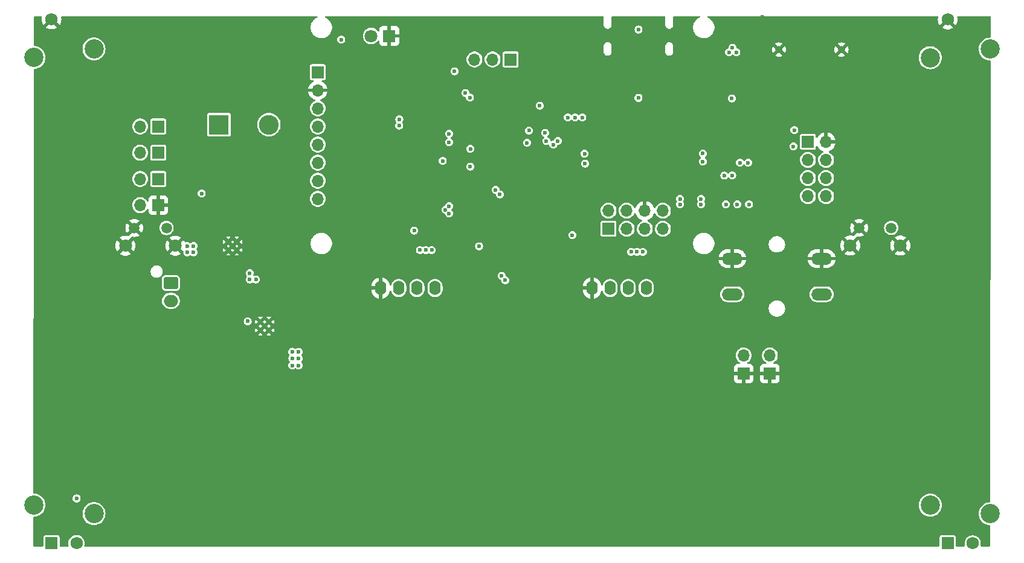
<source format=gbr>
%TF.GenerationSoftware,KiCad,Pcbnew,8.0.7*%
%TF.CreationDate,2025-03-26T21:54:53-04:00*%
%TF.ProjectId,RC-Car-Controller,52432d43-6172-42d4-936f-6e74726f6c6c,rev?*%
%TF.SameCoordinates,Original*%
%TF.FileFunction,Copper,L3,Inr*%
%TF.FilePolarity,Positive*%
%FSLAX46Y46*%
G04 Gerber Fmt 4.6, Leading zero omitted, Abs format (unit mm)*
G04 Created by KiCad (PCBNEW 8.0.7) date 2025-03-26 21:54:53*
%MOMM*%
%LPD*%
G01*
G04 APERTURE LIST*
G04 Aperture macros list*
%AMRoundRect*
0 Rectangle with rounded corners*
0 $1 Rounding radius*
0 $2 $3 $4 $5 $6 $7 $8 $9 X,Y pos of 4 corners*
0 Add a 4 corners polygon primitive as box body*
4,1,4,$2,$3,$4,$5,$6,$7,$8,$9,$2,$3,0*
0 Add four circle primitives for the rounded corners*
1,1,$1+$1,$2,$3*
1,1,$1+$1,$4,$5*
1,1,$1+$1,$6,$7*
1,1,$1+$1,$8,$9*
0 Add four rect primitives between the rounded corners*
20,1,$1+$1,$2,$3,$4,$5,0*
20,1,$1+$1,$4,$5,$6,$7,0*
20,1,$1+$1,$6,$7,$8,$9,0*
20,1,$1+$1,$8,$9,$2,$3,0*%
G04 Aperture macros list end*
%TA.AperFunction,ComponentPad*%
%ADD10R,1.700000X1.700000*%
%TD*%
%TA.AperFunction,ComponentPad*%
%ADD11O,1.700000X1.700000*%
%TD*%
%TA.AperFunction,ComponentPad*%
%ADD12R,1.750000X1.750000*%
%TD*%
%TA.AperFunction,ComponentPad*%
%ADD13C,1.750000*%
%TD*%
%TA.AperFunction,ComponentPad*%
%ADD14C,2.700000*%
%TD*%
%TA.AperFunction,ComponentPad*%
%ADD15C,0.500000*%
%TD*%
%TA.AperFunction,ComponentPad*%
%ADD16O,1.600000X2.000000*%
%TD*%
%TA.AperFunction,ComponentPad*%
%ADD17R,2.775000X2.775000*%
%TD*%
%TA.AperFunction,ComponentPad*%
%ADD18C,2.775000*%
%TD*%
%TA.AperFunction,ComponentPad*%
%ADD19R,1.800000X1.800000*%
%TD*%
%TA.AperFunction,ComponentPad*%
%ADD20C,1.800000*%
%TD*%
%TA.AperFunction,ComponentPad*%
%ADD21RoundRect,0.250000X-0.750000X0.600000X-0.750000X-0.600000X0.750000X-0.600000X0.750000X0.600000X0*%
%TD*%
%TA.AperFunction,ComponentPad*%
%ADD22O,2.000000X1.700000*%
%TD*%
%TA.AperFunction,ComponentPad*%
%ADD23C,0.970000*%
%TD*%
%TA.AperFunction,ComponentPad*%
%ADD24O,2.900000X1.700000*%
%TD*%
%TA.AperFunction,ComponentPad*%
%ADD25C,1.498600*%
%TD*%
%TA.AperFunction,ComponentPad*%
%ADD26C,1.803400*%
%TD*%
%TA.AperFunction,ViaPad*%
%ADD27C,0.600000*%
%TD*%
G04 APERTURE END LIST*
D10*
%TO.N,GNDA*%
%TO.C,TP6*%
X185928000Y-94361000D03*
D11*
%TO.N,N/C*%
X185928000Y-91821000D03*
%TD*%
D10*
%TO.N,Net-(SW2-A)*%
%TO.C,SW2*%
X149606000Y-50292000D03*
D11*
%TO.N,Net-(SW2-B)*%
X147066000Y-50292000D03*
%TO.N,Net-(SW2-C)*%
X144526000Y-50292000D03*
%TD*%
D10*
%TO.N,/Connectors/USART_TX*%
%TO.C,J3*%
X163322000Y-74041000D03*
D11*
%TO.N,/Connectors/USART_RX*%
X163322000Y-71501000D03*
%TO.N,/Connectors/SWCLK*%
X165862000Y-74041000D03*
%TO.N,/Connectors/SWDIO*%
X165862000Y-71501000D03*
%TO.N,/Connectors/NRST*%
X168402000Y-74041000D03*
%TO.N,GNDA*%
X168402000Y-71501000D03*
%TO.N,+3V3*%
X170942000Y-74041000D03*
%TO.N,unconnected-(J3-Pin_8-Pad8)*%
X170942000Y-71501000D03*
%TD*%
D12*
%TO.N,+3V3*%
%TO.C,R45*%
X85250000Y-118164000D03*
D13*
%TO.N,/Inputs/Slider_L*%
X88750000Y-118164000D03*
%TO.N,GNDA*%
X85250000Y-44664000D03*
D14*
%TO.N,N/C*%
X91200000Y-114014000D03*
X82800000Y-112814000D03*
X82800000Y-50014000D03*
X91200000Y-48814000D03*
%TD*%
D10*
%TO.N,+3V3*%
%TO.C,J4*%
X191262000Y-61849000D03*
D11*
%TO.N,GNDA*%
X193802000Y-61849000D03*
%TO.N,/Connectors/RF_TMS*%
X191262000Y-64389000D03*
%TO.N,/Connectors/RF_nTRST*%
X193802000Y-64389000D03*
%TO.N,/Connectors/RF_TCK*%
X191262000Y-66929000D03*
%TO.N,/Connectors/RF_TDI*%
X193802000Y-66929000D03*
%TO.N,/Connectors/RF_nSRST*%
X191262000Y-69469000D03*
%TO.N,/Connectors/RF_TDO*%
X193802000Y-69469000D03*
%TD*%
D15*
%TO.N,GNDA*%
%TO.C,U2*%
X111207002Y-77043998D03*
X111207002Y-75864001D03*
X110617003Y-76454000D03*
X110027004Y-77043998D03*
X110027004Y-75864001D03*
%TD*%
D16*
%TO.N,GNDA*%
%TO.C,Brd2*%
X131380000Y-82360414D03*
%TO.N,+3V3*%
X133920000Y-82360414D03*
%TO.N,/MCU/I2C2_SCL*%
X136460000Y-82360414D03*
%TO.N,/MCU/I2C2_SDA*%
X139000000Y-82360414D03*
%TD*%
D17*
%TO.N,VDD_LOAD_PRE_SW*%
%TO.C,S1*%
X108712000Y-59436000D03*
D18*
%TO.N,VDD_LOAD*%
X115712000Y-59436000D03*
%TD*%
D19*
%TO.N,GNDA*%
%TO.C,D3*%
X132588000Y-46990000D03*
D20*
%TO.N,Net-(D3-A)*%
X130048000Y-46990000D03*
%TD*%
D15*
%TO.N,GNDA*%
%TO.C,U3*%
X114533500Y-88296800D03*
X115713500Y-88296800D03*
X115123500Y-87706800D03*
X114533500Y-87116800D03*
X115713500Y-87116800D03*
%TD*%
D10*
%TO.N,+3V3*%
%TO.C,J6*%
X122560000Y-52070000D03*
D11*
%TO.N,GNDA*%
X122560000Y-54610000D03*
%TO.N,/MCU/SPI4_MOSI*%
X122560000Y-57150000D03*
%TO.N,/MCU/SPI4_SCLK*%
X122560000Y-59690000D03*
%TO.N,/MCU/SPI4_CS*%
X122560000Y-62230000D03*
%TO.N,/MCU/SPI4_DC*%
X122560000Y-64770000D03*
%TO.N,/Outputs/LCD_RST*%
X122560000Y-67310000D03*
%TO.N,+3V3*%
X122560000Y-69850000D03*
%TD*%
D10*
%TO.N,GNDA*%
%TO.C,TP4*%
X182245000Y-94366000D03*
D11*
%TO.N,N/C*%
X182245000Y-91826000D03*
%TD*%
D16*
%TO.N,GNDA*%
%TO.C,Brd1*%
X161000000Y-82360414D03*
%TO.N,+3V3*%
X163540000Y-82360414D03*
%TO.N,/MCU/I2C1_SCL*%
X166080000Y-82360414D03*
%TO.N,/MCU/I2C1_SDA*%
X168620000Y-82360414D03*
%TD*%
D21*
%TO.N,VDD_BATT*%
%TO.C,J1*%
X101981000Y-81661000D03*
D22*
%TO.N,GND_BATT*%
X101981000Y-84161000D03*
%TD*%
D23*
%TO.N,GNDA*%
%TO.C,J5*%
X195958000Y-48906000D03*
X187198000Y-48906000D03*
%TD*%
D24*
%TO.N,GNDA*%
%TO.C,SW1*%
X180667000Y-78232000D03*
X193167000Y-78232000D03*
%TO.N,/Connectors/NRST*%
X180667000Y-83232000D03*
X193167000Y-83232000D03*
%TD*%
D10*
%TO.N,VDD_USB*%
%TO.C,TP1*%
X100208000Y-59690000D03*
D11*
%TO.N,N/C*%
X97668000Y-59690000D03*
%TD*%
D12*
%TO.N,+3V3*%
%TO.C,R48*%
X210848000Y-118188000D03*
D13*
%TO.N,/Inputs/Slider_R*%
X214348000Y-118188000D03*
%TO.N,GNDA*%
X210848000Y-44688000D03*
D14*
%TO.N,N/C*%
X216798000Y-114038000D03*
X208398000Y-112838000D03*
X208398000Y-50038000D03*
X216798000Y-48838000D03*
%TD*%
D10*
%TO.N,GNDA*%
%TO.C,TP2*%
X100208000Y-70739000D03*
D11*
%TO.N,N/C*%
X97668000Y-70739000D03*
%TD*%
D10*
%TO.N,VDD_BATT*%
%TO.C,TP3*%
X100208000Y-67056000D03*
D11*
%TO.N,N/C*%
X97668000Y-67056000D03*
%TD*%
D10*
%TO.N,+3V3*%
%TO.C,TP5*%
X100208000Y-63373000D03*
D11*
%TO.N,N/C*%
X97668000Y-63373000D03*
%TD*%
D25*
%TO.N,GNDA*%
%TO.C,SW4*%
X198445999Y-73914000D03*
%TO.N,/Inputs/Button_R*%
X202946000Y-73914000D03*
D26*
%TO.N,GNDA*%
X197190999Y-76404299D03*
X204201000Y-76404299D03*
%TD*%
D25*
%TO.N,GNDA*%
%TO.C,SW3*%
X96860999Y-73936051D03*
%TO.N,/Inputs/Button_L*%
X101361000Y-73936051D03*
D26*
%TO.N,GNDA*%
X95605999Y-76426350D03*
X102616000Y-76426350D03*
%TD*%
D27*
%TO.N,+3V3*%
X145177947Y-76505179D03*
X143256000Y-54991000D03*
X119888000Y-93218000D03*
X112748616Y-87036205D03*
X136080500Y-74295000D03*
X140462000Y-71374000D03*
X176276000Y-69850000D03*
X179766345Y-70629239D03*
X119888000Y-91313000D03*
X143931000Y-65318000D03*
X176276000Y-70612000D03*
X140970000Y-71882000D03*
X158242000Y-74930000D03*
X143952436Y-62832101D03*
X137711270Y-77039454D03*
X140081000Y-64516000D03*
X119893416Y-92252891D03*
X119002630Y-92241686D03*
X173342000Y-69850000D03*
X158623000Y-58420000D03*
X181229000Y-49276000D03*
X180213000Y-49276000D03*
X173342000Y-70612000D03*
X143891000Y-55626000D03*
X125857000Y-47498000D03*
X118999000Y-93218000D03*
X159639000Y-58420000D03*
X138538925Y-77035215D03*
X183007000Y-70629239D03*
X136887925Y-77035215D03*
X140970000Y-70866000D03*
X168129925Y-77289215D03*
X180681991Y-48641000D03*
X167302270Y-77293454D03*
X181356000Y-70625000D03*
X118999000Y-91313000D03*
X157607000Y-58420000D03*
X141732000Y-51943000D03*
X166478925Y-77289215D03*
%TO.N,/MCU/I2C2_SDA*%
X148831702Y-81272920D03*
%TO.N,GNDA*%
X164973000Y-61849000D03*
X184150000Y-64008000D03*
X143946000Y-64246000D03*
X194691000Y-53975000D03*
X178181000Y-49276000D03*
X198501000Y-45085000D03*
X149987000Y-56515000D03*
X143383000Y-74168000D03*
X170434000Y-60452000D03*
X172352000Y-53594000D03*
X176530000Y-49276000D03*
X183941000Y-53856473D03*
X165354000Y-54102000D03*
X172352000Y-58547000D03*
X189611000Y-69977000D03*
X156604573Y-78154815D03*
X185039000Y-57531000D03*
X149987000Y-53594000D03*
X107524002Y-71374000D03*
X118999000Y-84582000D03*
X198501000Y-52070000D03*
X187325000Y-60198000D03*
X136144000Y-61087000D03*
X174752000Y-70612000D03*
X199898000Y-64770000D03*
X149987000Y-55118000D03*
X175895000Y-60825000D03*
X167640000Y-59309000D03*
X162433000Y-59436000D03*
X198501000Y-56769000D03*
X102045000Y-88550500D03*
X169164000Y-59817000D03*
X199898000Y-68580000D03*
X99632000Y-93630500D03*
X170434747Y-54100066D03*
X184912000Y-45847000D03*
X143559901Y-76511597D03*
X172352000Y-55245000D03*
X117094000Y-68453000D03*
X141025000Y-67421000D03*
X136145215Y-70995075D03*
X198501000Y-53975000D03*
X151003000Y-66421000D03*
X103010109Y-87656084D03*
X117094000Y-81153000D03*
X109220000Y-94107000D03*
X169799000Y-70231000D03*
X158877000Y-48514000D03*
X171831000Y-69342000D03*
X194691000Y-57785000D03*
X115443000Y-81153000D03*
X178562000Y-60579000D03*
X103950000Y-88550500D03*
X188468000Y-66802000D03*
X174752000Y-69850000D03*
X164656247Y-54100066D03*
X194691000Y-52070000D03*
X180213000Y-60579000D03*
X198501000Y-48260000D03*
X139319000Y-60071000D03*
X116205000Y-75901002D03*
X187325000Y-61341000D03*
X185039000Y-58928000D03*
X116201981Y-76724478D03*
X116261307Y-81153000D03*
X199898000Y-66675000D03*
X140898000Y-64246000D03*
X111633000Y-85852000D03*
X155781228Y-78150576D03*
X169735500Y-54102000D03*
X172352000Y-56896000D03*
X196596000Y-56769000D03*
X185039000Y-56007000D03*
X161798000Y-48514000D03*
X150495000Y-64770000D03*
X152654000Y-68072000D03*
X136149454Y-71822730D03*
X108341934Y-71385056D03*
X144614000Y-59690000D03*
X187325000Y-62357000D03*
X182753000Y-62738000D03*
X183152264Y-53067736D03*
X187951425Y-70729808D03*
X163957000Y-54102000D03*
X178054000Y-70739000D03*
X198501000Y-50165000D03*
X112477002Y-71374000D03*
X186690000Y-58928000D03*
X150495000Y-60960000D03*
X103950000Y-87661500D03*
X150495000Y-62865000D03*
X109175002Y-71374000D03*
X154953573Y-78154815D03*
X143757092Y-69046793D03*
X155956000Y-48514000D03*
X116205000Y-77552002D03*
X102045000Y-87661500D03*
X157480000Y-48514000D03*
X167132000Y-69342000D03*
X184522425Y-70729808D03*
X186300425Y-70729808D03*
X136145215Y-72646075D03*
X171132500Y-54102000D03*
X193294000Y-57785000D03*
X154305000Y-69723000D03*
X184912000Y-44323000D03*
X162433000Y-60579000D03*
X194691000Y-55880000D03*
X113538000Y-95123000D03*
X187325000Y-63500000D03*
X181737000Y-56007000D03*
X103021314Y-88546870D03*
X187325000Y-64643000D03*
X99627761Y-92802845D03*
X111633000Y-86614000D03*
X172352000Y-60198000D03*
X199898000Y-70485000D03*
X144808537Y-55627170D03*
X198501000Y-46355000D03*
X194691000Y-50165000D03*
X198501000Y-55372000D03*
X160401000Y-48514000D03*
X145443537Y-54992170D03*
X152527000Y-51930000D03*
X181483000Y-61468000D03*
X184912000Y-47244000D03*
X99632000Y-91979500D03*
X111633000Y-87376000D03*
%TO.N,/MCU/I2C2_SCL*%
X148336000Y-80645000D03*
%TO.N,/MCU/I2C1_SDA*%
X147487000Y-68580000D03*
%TO.N,/MCU/I2C1_SCL*%
X148082000Y-69215000D03*
%TO.N,VDD_BATT*%
X106299000Y-69088000D03*
%TO.N,/Connectors/SWCLK*%
X155575000Y-62230000D03*
%TO.N,/Connectors/SWDIO*%
X156210000Y-61722000D03*
%TO.N,VDD_USB*%
X167513000Y-55681000D03*
X167515449Y-46101000D03*
%TO.N,/Inputs/Slider_L*%
X88773000Y-111887000D03*
%TO.N,VDD_LOAD_PRE_SW*%
X113906000Y-81153000D03*
X104280000Y-77343000D03*
X105156000Y-76454000D03*
X104280000Y-76454000D03*
X105156000Y-77343000D03*
X113030000Y-81153000D03*
X113030000Y-80264000D03*
%TO.N,/MCU/SDMMC1_CMD*%
X152175819Y-60268327D03*
X179541000Y-66585000D03*
%TO.N,/MCU/SDMMC1_D1*%
X159951706Y-63506465D03*
X182880000Y-64770000D03*
%TO.N,/MCU/SDMMC1_CK*%
X180648376Y-66547752D03*
X151892000Y-61976000D03*
%TO.N,/MCU/SDMMC1_D2*%
X176530000Y-63498000D03*
X154612080Y-61728475D03*
%TO.N,/MCU/SDMMC1_D3*%
X154432000Y-60579000D03*
X176530000Y-64606003D03*
%TO.N,/MCU/SDMMC1_D0*%
X181737000Y-64770000D03*
X160020000Y-64897000D03*
%TO.N,/MCU/SPI4_CS*%
X140970000Y-60706000D03*
X133995221Y-58676379D03*
%TO.N,/MCU/SPI4_DC*%
X133985000Y-59563000D03*
X140970000Y-61913000D03*
%TO.N,/Connectors/RF_TDI*%
X189230000Y-62484000D03*
%TO.N,/Connectors/RF_TCK*%
X189357000Y-60198000D03*
%TO.N,/MCU/RF_RESET*%
X153670000Y-56769000D03*
X180594000Y-55753000D03*
%TD*%
%TA.AperFunction,Conductor*%
%TO.N,GNDA*%
G36*
X83857835Y-44215685D02*
G01*
X83903590Y-44268489D01*
X83913534Y-44337647D01*
X83911001Y-44350441D01*
X83889107Y-44436894D01*
X83889103Y-44436914D01*
X83870288Y-44663993D01*
X83870288Y-44664006D01*
X83889103Y-44891085D01*
X83889105Y-44891093D01*
X83945045Y-45111993D01*
X84036577Y-45320664D01*
X84036579Y-45320668D01*
X84116874Y-45443570D01*
X84685386Y-44875057D01*
X84690889Y-44895591D01*
X84769881Y-45032408D01*
X84881592Y-45144119D01*
X85018409Y-45223111D01*
X85038940Y-45228612D01*
X84469015Y-45798536D01*
X84469015Y-45798538D01*
X84495360Y-45819043D01*
X84495371Y-45819050D01*
X84695769Y-45927499D01*
X84695780Y-45927504D01*
X84911298Y-46001492D01*
X85136065Y-46039000D01*
X85363935Y-46039000D01*
X85588701Y-46001492D01*
X85804219Y-45927504D01*
X85804230Y-45927499D01*
X86004627Y-45819050D01*
X86004633Y-45819046D01*
X86030983Y-45798537D01*
X86030984Y-45798536D01*
X85461059Y-45228612D01*
X85481591Y-45223111D01*
X85618408Y-45144119D01*
X85730119Y-45032408D01*
X85809111Y-44895591D01*
X85814612Y-44875059D01*
X86383124Y-45443571D01*
X86463420Y-45320669D01*
X86554954Y-45111993D01*
X86610894Y-44891093D01*
X86610896Y-44891085D01*
X86629712Y-44664006D01*
X86629712Y-44663993D01*
X86610896Y-44436914D01*
X86610892Y-44436894D01*
X86588999Y-44350441D01*
X86591623Y-44280621D01*
X86631579Y-44223303D01*
X86696180Y-44196686D01*
X86709204Y-44196000D01*
X122406020Y-44196000D01*
X122473059Y-44215685D01*
X122518814Y-44268489D01*
X122528758Y-44337647D01*
X122499733Y-44401203D01*
X122462315Y-44430485D01*
X122273566Y-44526657D01*
X122174129Y-44598903D01*
X122082490Y-44665483D01*
X122082488Y-44665485D01*
X122082487Y-44665485D01*
X121915485Y-44832487D01*
X121915485Y-44832488D01*
X121915483Y-44832490D01*
X121872911Y-44891085D01*
X121776657Y-45023566D01*
X121669433Y-45234003D01*
X121596446Y-45458631D01*
X121559500Y-45691902D01*
X121559500Y-45928097D01*
X121596446Y-46161368D01*
X121669433Y-46385996D01*
X121763779Y-46571158D01*
X121776657Y-46596433D01*
X121915483Y-46787510D01*
X122082490Y-46954517D01*
X122273567Y-47093343D01*
X122291590Y-47102526D01*
X122484003Y-47200566D01*
X122484005Y-47200566D01*
X122484008Y-47200568D01*
X122557214Y-47224354D01*
X122708631Y-47273553D01*
X122941903Y-47310500D01*
X122941908Y-47310500D01*
X123178097Y-47310500D01*
X123411368Y-47273553D01*
X123488925Y-47248353D01*
X123635992Y-47200568D01*
X123846433Y-47093343D01*
X124037510Y-46954517D01*
X124204517Y-46787510D01*
X124343343Y-46596433D01*
X124450568Y-46385992D01*
X124523553Y-46161368D01*
X124542432Y-46042172D01*
X124560500Y-45928097D01*
X124560500Y-45691902D01*
X124523553Y-45458631D01*
X124450566Y-45234003D01*
X124352507Y-45041553D01*
X124343343Y-45023567D01*
X124204517Y-44832490D01*
X124037510Y-44665483D01*
X123846433Y-44526657D01*
X123717368Y-44460895D01*
X123657685Y-44430485D01*
X123606889Y-44382510D01*
X123590094Y-44314689D01*
X123612631Y-44248554D01*
X123667347Y-44205103D01*
X123713980Y-44196000D01*
X162513997Y-44196000D01*
X162581036Y-44215685D01*
X162626791Y-44268489D01*
X162637997Y-44320000D01*
X162637997Y-45493484D01*
X162650920Y-45541715D01*
X162675839Y-45634716D01*
X162682729Y-45646649D01*
X162748946Y-45761339D01*
X162852335Y-45864728D01*
X162978959Y-45937835D01*
X163120190Y-45975677D01*
X163120192Y-45975677D01*
X163266402Y-45975677D01*
X163266404Y-45975677D01*
X163407635Y-45937835D01*
X163534259Y-45864728D01*
X163637648Y-45761339D01*
X163710755Y-45634715D01*
X163748597Y-45493484D01*
X163748597Y-44320000D01*
X163768282Y-44252961D01*
X163821086Y-44207206D01*
X163872597Y-44196000D01*
X171156770Y-44196000D01*
X171223809Y-44215685D01*
X171269564Y-44268489D01*
X171280770Y-44320000D01*
X171280770Y-45500217D01*
X171318612Y-45641450D01*
X171321614Y-45646649D01*
X171391719Y-45768073D01*
X171495108Y-45871462D01*
X171621732Y-45944569D01*
X171762963Y-45982411D01*
X171762965Y-45982411D01*
X171909175Y-45982411D01*
X171909177Y-45982411D01*
X172050408Y-45944569D01*
X172177032Y-45871462D01*
X172280421Y-45768073D01*
X172353528Y-45641449D01*
X172391370Y-45500218D01*
X172391370Y-44320000D01*
X172411055Y-44252961D01*
X172463859Y-44207206D01*
X172515370Y-44196000D01*
X176006020Y-44196000D01*
X176073059Y-44215685D01*
X176118814Y-44268489D01*
X176128758Y-44337647D01*
X176099733Y-44401203D01*
X176062315Y-44430485D01*
X175873566Y-44526657D01*
X175774129Y-44598903D01*
X175682490Y-44665483D01*
X175682488Y-44665485D01*
X175682487Y-44665485D01*
X175515485Y-44832487D01*
X175515485Y-44832488D01*
X175515483Y-44832490D01*
X175472911Y-44891085D01*
X175376657Y-45023566D01*
X175269433Y-45234003D01*
X175196446Y-45458631D01*
X175159500Y-45691902D01*
X175159500Y-45928097D01*
X175196446Y-46161368D01*
X175269433Y-46385996D01*
X175363779Y-46571158D01*
X175376657Y-46596433D01*
X175515483Y-46787510D01*
X175682490Y-46954517D01*
X175873567Y-47093343D01*
X175891590Y-47102526D01*
X176084003Y-47200566D01*
X176084005Y-47200566D01*
X176084008Y-47200568D01*
X176157214Y-47224354D01*
X176308631Y-47273553D01*
X176541903Y-47310500D01*
X176541908Y-47310500D01*
X176778097Y-47310500D01*
X177011368Y-47273553D01*
X177088925Y-47248353D01*
X177235992Y-47200568D01*
X177446433Y-47093343D01*
X177637510Y-46954517D01*
X177804517Y-46787510D01*
X177943343Y-46596433D01*
X178050568Y-46385992D01*
X178123553Y-46161368D01*
X178142432Y-46042172D01*
X178160500Y-45928097D01*
X178160500Y-45691902D01*
X178123553Y-45458631D01*
X178050566Y-45234003D01*
X177952507Y-45041553D01*
X177943343Y-45023567D01*
X177804517Y-44832490D01*
X177637510Y-44665483D01*
X177446433Y-44526657D01*
X177317368Y-44460895D01*
X177257685Y-44430485D01*
X177206889Y-44382510D01*
X177190094Y-44314689D01*
X177212631Y-44248554D01*
X177267347Y-44205103D01*
X177313980Y-44196000D01*
X209394874Y-44196000D01*
X209461913Y-44215685D01*
X209507668Y-44268489D01*
X209517612Y-44337647D01*
X209515079Y-44350441D01*
X209487107Y-44460895D01*
X209487103Y-44460914D01*
X209468288Y-44687993D01*
X209468288Y-44688006D01*
X209487103Y-44915085D01*
X209487105Y-44915093D01*
X209543045Y-45135993D01*
X209634577Y-45344664D01*
X209634579Y-45344668D01*
X209714874Y-45467570D01*
X210283386Y-44899057D01*
X210288889Y-44919591D01*
X210367881Y-45056408D01*
X210479592Y-45168119D01*
X210616409Y-45247111D01*
X210636940Y-45252612D01*
X210067015Y-45822536D01*
X210067015Y-45822538D01*
X210093360Y-45843043D01*
X210093371Y-45843050D01*
X210293769Y-45951499D01*
X210293780Y-45951504D01*
X210509298Y-46025492D01*
X210734065Y-46063000D01*
X210961935Y-46063000D01*
X211186701Y-46025492D01*
X211402219Y-45951504D01*
X211402230Y-45951499D01*
X211602627Y-45843050D01*
X211602633Y-45843046D01*
X211628983Y-45822537D01*
X211628984Y-45822536D01*
X211059059Y-45252612D01*
X211079591Y-45247111D01*
X211216408Y-45168119D01*
X211328119Y-45056408D01*
X211407111Y-44919591D01*
X211412612Y-44899059D01*
X211981124Y-45467571D01*
X212061420Y-45344669D01*
X212152954Y-45135993D01*
X212208894Y-44915093D01*
X212208896Y-44915085D01*
X212227712Y-44688006D01*
X212227712Y-44687993D01*
X212208896Y-44460914D01*
X212208892Y-44460895D01*
X212180921Y-44350441D01*
X212183545Y-44280621D01*
X212223501Y-44223303D01*
X212288102Y-44196686D01*
X212301126Y-44196000D01*
X216791788Y-44196000D01*
X216858827Y-44215685D01*
X216904582Y-44268489D01*
X216915788Y-44320212D01*
X216911034Y-47105230D01*
X216891235Y-47172235D01*
X216838353Y-47217900D01*
X216796763Y-47228636D01*
X216546229Y-47248353D01*
X216300644Y-47307313D01*
X216067323Y-47403957D01*
X216067320Y-47403959D01*
X215851985Y-47535917D01*
X215851980Y-47535920D01*
X215659939Y-47699939D01*
X215495920Y-47891980D01*
X215495917Y-47891985D01*
X215363959Y-48107320D01*
X215363957Y-48107323D01*
X215267313Y-48340644D01*
X215208353Y-48586229D01*
X215188539Y-48838000D01*
X215208353Y-49089770D01*
X215208353Y-49089773D01*
X215208354Y-49089775D01*
X215249115Y-49259554D01*
X215267313Y-49335355D01*
X215363957Y-49568676D01*
X215363959Y-49568679D01*
X215495917Y-49784014D01*
X215495920Y-49784019D01*
X215570269Y-49871070D01*
X215659939Y-49976061D01*
X215732461Y-50038000D01*
X215851980Y-50140079D01*
X215851985Y-50140082D01*
X216067320Y-50272040D01*
X216067323Y-50272042D01*
X216300644Y-50368686D01*
X216300649Y-50368688D01*
X216546225Y-50427646D01*
X216790850Y-50446898D01*
X216856138Y-50471782D01*
X216897609Y-50528013D01*
X216905121Y-50570728D01*
X216799757Y-112313987D01*
X216779958Y-112380992D01*
X216727076Y-112426657D01*
X216685486Y-112437393D01*
X216546229Y-112448353D01*
X216300644Y-112507313D01*
X216067323Y-112603957D01*
X216067320Y-112603959D01*
X215851985Y-112735917D01*
X215851980Y-112735920D01*
X215659939Y-112899939D01*
X215495920Y-113091980D01*
X215495917Y-113091985D01*
X215363959Y-113307320D01*
X215363957Y-113307323D01*
X215267313Y-113540644D01*
X215208353Y-113786229D01*
X215188539Y-114038000D01*
X215208353Y-114289770D01*
X215208353Y-114289773D01*
X215208354Y-114289775D01*
X215240483Y-114423601D01*
X215267313Y-114535355D01*
X215363957Y-114768676D01*
X215363959Y-114768679D01*
X215495917Y-114984014D01*
X215495920Y-114984019D01*
X215570269Y-115071070D01*
X215659939Y-115176061D01*
X215782866Y-115281050D01*
X215851980Y-115340079D01*
X215851985Y-115340082D01*
X216067320Y-115472040D01*
X216067323Y-115472042D01*
X216300644Y-115568686D01*
X216300649Y-115568688D01*
X216546225Y-115627646D01*
X216679603Y-115638143D01*
X216744889Y-115663025D01*
X216786361Y-115719256D01*
X216793873Y-115761972D01*
X216789211Y-118494212D01*
X216769412Y-118561217D01*
X216716530Y-118606882D01*
X216665211Y-118618000D01*
X215564186Y-118618000D01*
X215497147Y-118598315D01*
X215451392Y-118545511D01*
X215441448Y-118476353D01*
X215444920Y-118460066D01*
X215463025Y-118396434D01*
X215482339Y-118188000D01*
X215463025Y-117979566D01*
X215405740Y-117778229D01*
X215359658Y-117685686D01*
X215312437Y-117590852D01*
X215312432Y-117590844D01*
X215186285Y-117423798D01*
X215031593Y-117282779D01*
X215031592Y-117282778D01*
X214853618Y-117172581D01*
X214853616Y-117172580D01*
X214853615Y-117172579D01*
X214680500Y-117105515D01*
X214658427Y-117096964D01*
X214452664Y-117058500D01*
X214243336Y-117058500D01*
X214037573Y-117096964D01*
X214037570Y-117096964D01*
X214037570Y-117096965D01*
X213842384Y-117172579D01*
X213842383Y-117172580D01*
X213664406Y-117282779D01*
X213509714Y-117423798D01*
X213383567Y-117590844D01*
X213383562Y-117590852D01*
X213290259Y-117778230D01*
X213232974Y-117979570D01*
X213213661Y-118187999D01*
X213213661Y-118188000D01*
X213232974Y-118396433D01*
X213243465Y-118433304D01*
X213251079Y-118460066D01*
X213250494Y-118529933D01*
X213212227Y-118588391D01*
X213148430Y-118616882D01*
X213131814Y-118618000D01*
X212101500Y-118618000D01*
X212034461Y-118598315D01*
X211988706Y-118545511D01*
X211977500Y-118494000D01*
X211977499Y-117287936D01*
X211977499Y-117287934D01*
X211962734Y-117213699D01*
X211944068Y-117185765D01*
X211906484Y-117129515D01*
X211856019Y-117095796D01*
X211822301Y-117073266D01*
X211822299Y-117073265D01*
X211822296Y-117073264D01*
X211748069Y-117058500D01*
X209947936Y-117058500D01*
X209873698Y-117073266D01*
X209789515Y-117129515D01*
X209733266Y-117213699D01*
X209733264Y-117213703D01*
X209718500Y-117287928D01*
X209718500Y-117287931D01*
X209718500Y-117287933D01*
X209718500Y-118187999D01*
X209718501Y-118494000D01*
X209698816Y-118561039D01*
X209646013Y-118606794D01*
X209594501Y-118618000D01*
X89959358Y-118618000D01*
X89892319Y-118598315D01*
X89846564Y-118545511D01*
X89836620Y-118476353D01*
X89840092Y-118460066D01*
X89865024Y-118372436D01*
X89865025Y-118372433D01*
X89884339Y-118164000D01*
X89884339Y-118163999D01*
X89865025Y-117955570D01*
X89865025Y-117955566D01*
X89807740Y-117754229D01*
X89761658Y-117661686D01*
X89714437Y-117566852D01*
X89714432Y-117566844D01*
X89588285Y-117399798D01*
X89433593Y-117258779D01*
X89433592Y-117258778D01*
X89255618Y-117148581D01*
X89255616Y-117148580D01*
X89255615Y-117148579D01*
X89101779Y-117088984D01*
X89060427Y-117072964D01*
X88854664Y-117034500D01*
X88645336Y-117034500D01*
X88439573Y-117072964D01*
X88439570Y-117072964D01*
X88439570Y-117072965D01*
X88244384Y-117148579D01*
X88244383Y-117148580D01*
X88066406Y-117258779D01*
X87911714Y-117399798D01*
X87785567Y-117566844D01*
X87785562Y-117566852D01*
X87692259Y-117754230D01*
X87634974Y-117955570D01*
X87615661Y-118163999D01*
X87615661Y-118164000D01*
X87634974Y-118372433D01*
X87634975Y-118372436D01*
X87659908Y-118460066D01*
X87659321Y-118529933D01*
X87621054Y-118588392D01*
X87557257Y-118616882D01*
X87540642Y-118618000D01*
X86503500Y-118618000D01*
X86436461Y-118598315D01*
X86390706Y-118545511D01*
X86379500Y-118494000D01*
X86379499Y-117263936D01*
X86379499Y-117263934D01*
X86364734Y-117189699D01*
X86346068Y-117161765D01*
X86308484Y-117105515D01*
X86258019Y-117071796D01*
X86224301Y-117049266D01*
X86224299Y-117049265D01*
X86224296Y-117049264D01*
X86150069Y-117034500D01*
X84349936Y-117034500D01*
X84275698Y-117049266D01*
X84191515Y-117105515D01*
X84135266Y-117189699D01*
X84135264Y-117189703D01*
X84120500Y-117263928D01*
X84120500Y-117263931D01*
X84120500Y-117263933D01*
X84120500Y-118163999D01*
X84120501Y-118494000D01*
X84100816Y-118561039D01*
X84048013Y-118606794D01*
X83996501Y-118618000D01*
X82801212Y-118618000D01*
X82734173Y-118598315D01*
X82688418Y-118545511D01*
X82677212Y-118493788D01*
X82679079Y-117399798D01*
X82683947Y-114547003D01*
X82703745Y-114480002D01*
X82756627Y-114434337D01*
X82798217Y-114423601D01*
X82799997Y-114423460D01*
X82800000Y-114423461D01*
X83051775Y-114403646D01*
X83297351Y-114344688D01*
X83487864Y-114265775D01*
X83530676Y-114248042D01*
X83530677Y-114248041D01*
X83530680Y-114248040D01*
X83746017Y-114116081D01*
X83865539Y-114014000D01*
X89590539Y-114014000D01*
X89610353Y-114265770D01*
X89610353Y-114265773D01*
X89610354Y-114265775D01*
X89653973Y-114447460D01*
X89669313Y-114511355D01*
X89765957Y-114744676D01*
X89765959Y-114744679D01*
X89897917Y-114960014D01*
X89897920Y-114960019D01*
X89972269Y-115047070D01*
X90061939Y-115152061D01*
X90090040Y-115176061D01*
X90253980Y-115316079D01*
X90253982Y-115316080D01*
X90253983Y-115316081D01*
X90293149Y-115340082D01*
X90469320Y-115448040D01*
X90469323Y-115448042D01*
X90702644Y-115544686D01*
X90702649Y-115544688D01*
X90948225Y-115603646D01*
X91200000Y-115623461D01*
X91451775Y-115603646D01*
X91697351Y-115544688D01*
X91872739Y-115472040D01*
X91930676Y-115448042D01*
X91930677Y-115448041D01*
X91930680Y-115448040D01*
X92146017Y-115316081D01*
X92338061Y-115152061D01*
X92502081Y-114960017D01*
X92634040Y-114744680D01*
X92730688Y-114511351D01*
X92789646Y-114265775D01*
X92809461Y-114014000D01*
X92789646Y-113762225D01*
X92730688Y-113516649D01*
X92655594Y-113335355D01*
X92634042Y-113283323D01*
X92634040Y-113283320D01*
X92502082Y-113067985D01*
X92502079Y-113067980D01*
X92443050Y-112998866D01*
X92338061Y-112875939D01*
X92293640Y-112838000D01*
X206788539Y-112838000D01*
X206808353Y-113089770D01*
X206808353Y-113089773D01*
X206808354Y-113089775D01*
X206808884Y-113091983D01*
X206867313Y-113335355D01*
X206963957Y-113568676D01*
X206963959Y-113568679D01*
X207095917Y-113784014D01*
X207095920Y-113784019D01*
X207097808Y-113786229D01*
X207259939Y-113976061D01*
X207332461Y-114038000D01*
X207451980Y-114140079D01*
X207451985Y-114140082D01*
X207667320Y-114272040D01*
X207667323Y-114272042D01*
X207900644Y-114368686D01*
X207900649Y-114368688D01*
X208146225Y-114427646D01*
X208398000Y-114447461D01*
X208649775Y-114427646D01*
X208895351Y-114368688D01*
X209085864Y-114289775D01*
X209128676Y-114272042D01*
X209128677Y-114272041D01*
X209128680Y-114272040D01*
X209344017Y-114140081D01*
X209536061Y-113976061D01*
X209700081Y-113784017D01*
X209832040Y-113568680D01*
X209928688Y-113335351D01*
X209987646Y-113089775D01*
X210007461Y-112838000D01*
X209987646Y-112586225D01*
X209928688Y-112340649D01*
X209856613Y-112166644D01*
X209832042Y-112107323D01*
X209832040Y-112107320D01*
X209700082Y-111891985D01*
X209700079Y-111891980D01*
X209572194Y-111742246D01*
X209536061Y-111699939D01*
X209427662Y-111607358D01*
X209344019Y-111535920D01*
X209344014Y-111535917D01*
X209128679Y-111403959D01*
X209128676Y-111403957D01*
X208895355Y-111307313D01*
X208895351Y-111307312D01*
X208649775Y-111248354D01*
X208649773Y-111248353D01*
X208649770Y-111248353D01*
X208398000Y-111228539D01*
X208146229Y-111248353D01*
X207900644Y-111307313D01*
X207667323Y-111403957D01*
X207667320Y-111403959D01*
X207451985Y-111535917D01*
X207451980Y-111535920D01*
X207259939Y-111699939D01*
X207095920Y-111891980D01*
X207095917Y-111891985D01*
X206963959Y-112107320D01*
X206963957Y-112107323D01*
X206867313Y-112340644D01*
X206808353Y-112586229D01*
X206788539Y-112838000D01*
X92293640Y-112838000D01*
X92174118Y-112735919D01*
X92146019Y-112711920D01*
X92146014Y-112711917D01*
X91930679Y-112579959D01*
X91930676Y-112579957D01*
X91697355Y-112483313D01*
X91551737Y-112448353D01*
X91451775Y-112424354D01*
X91451773Y-112424353D01*
X91451770Y-112424353D01*
X91200000Y-112404539D01*
X90948229Y-112424353D01*
X90702644Y-112483313D01*
X90469323Y-112579957D01*
X90469320Y-112579959D01*
X90253985Y-112711917D01*
X90253980Y-112711920D01*
X90061939Y-112875939D01*
X89897920Y-113067980D01*
X89897917Y-113067985D01*
X89765959Y-113283320D01*
X89765957Y-113283323D01*
X89669313Y-113516644D01*
X89610353Y-113762229D01*
X89590539Y-114014000D01*
X83865539Y-114014000D01*
X83938061Y-113952061D01*
X84102081Y-113760017D01*
X84234040Y-113544680D01*
X84330688Y-113311351D01*
X84389646Y-113065775D01*
X84409461Y-112814000D01*
X84389646Y-112562225D01*
X84330688Y-112316649D01*
X84268554Y-112166643D01*
X84234042Y-112083323D01*
X84234040Y-112083320D01*
X84113735Y-111887001D01*
X84113733Y-111886998D01*
X88213715Y-111886998D01*
X88213715Y-111887001D01*
X88232771Y-112031752D01*
X88232773Y-112031757D01*
X88288642Y-112166638D01*
X88288645Y-112166644D01*
X88377525Y-112282473D01*
X88377526Y-112282474D01*
X88493355Y-112371354D01*
X88493361Y-112371357D01*
X88560801Y-112399291D01*
X88628246Y-112427228D01*
X88700623Y-112436756D01*
X88772999Y-112446285D01*
X88773000Y-112446285D01*
X88773001Y-112446285D01*
X88840542Y-112437393D01*
X88917754Y-112427228D01*
X89052643Y-112371355D01*
X89168474Y-112282474D01*
X89257355Y-112166643D01*
X89313228Y-112031754D01*
X89332285Y-111887000D01*
X89329781Y-111867983D01*
X89313228Y-111742247D01*
X89313228Y-111742246D01*
X89257355Y-111607358D01*
X89168474Y-111491526D01*
X89052643Y-111402645D01*
X89052640Y-111402644D01*
X89052638Y-111402642D01*
X88917757Y-111346773D01*
X88917752Y-111346771D01*
X88773001Y-111327715D01*
X88772999Y-111327715D01*
X88628247Y-111346771D01*
X88628245Y-111346772D01*
X88493361Y-111402643D01*
X88493358Y-111402644D01*
X88493358Y-111402645D01*
X88377529Y-111491524D01*
X88377526Y-111491526D01*
X88288643Y-111607361D01*
X88232772Y-111742245D01*
X88232771Y-111742247D01*
X88213715Y-111886998D01*
X84113733Y-111886998D01*
X84102081Y-111867983D01*
X84102080Y-111867982D01*
X84102079Y-111867980D01*
X83994691Y-111742245D01*
X83938061Y-111675939D01*
X83774118Y-111535919D01*
X83746019Y-111511920D01*
X83746014Y-111511917D01*
X83530679Y-111379959D01*
X83530676Y-111379957D01*
X83297355Y-111283313D01*
X83151737Y-111248353D01*
X83051775Y-111224354D01*
X83051773Y-111224353D01*
X83051770Y-111224353D01*
X82804132Y-111204864D01*
X82738844Y-111179980D01*
X82697373Y-111123749D01*
X82689861Y-111081038D01*
X82723595Y-91312998D01*
X118439715Y-91312998D01*
X118439715Y-91313001D01*
X118458771Y-91457752D01*
X118458773Y-91457757D01*
X118514642Y-91592638D01*
X118514642Y-91592639D01*
X118514644Y-91592642D01*
X118514645Y-91592643D01*
X118600038Y-91703929D01*
X118600263Y-91704221D01*
X118625457Y-91769390D01*
X118611419Y-91837835D01*
X118600263Y-91855194D01*
X118518275Y-91962043D01*
X118518273Y-91962046D01*
X118462402Y-92096931D01*
X118462401Y-92096933D01*
X118443345Y-92241684D01*
X118443345Y-92241687D01*
X118462401Y-92386438D01*
X118462403Y-92386443D01*
X118518272Y-92521324D01*
X118518275Y-92521330D01*
X118607155Y-92637159D01*
X118610483Y-92640487D01*
X118643968Y-92701810D01*
X118638984Y-92771502D01*
X118607123Y-92814629D01*
X118609273Y-92816779D01*
X118603530Y-92822521D01*
X118603526Y-92822525D01*
X118603526Y-92822526D01*
X118524512Y-92925500D01*
X118514643Y-92938361D01*
X118458772Y-93073245D01*
X118458771Y-93073247D01*
X118439715Y-93217998D01*
X118439715Y-93218001D01*
X118458771Y-93362752D01*
X118458773Y-93362757D01*
X118514642Y-93497638D01*
X118514645Y-93497644D01*
X118603525Y-93613473D01*
X118603526Y-93613474D01*
X118719355Y-93702354D01*
X118719361Y-93702357D01*
X118786801Y-93730291D01*
X118854246Y-93758228D01*
X118926623Y-93767756D01*
X118998999Y-93777285D01*
X118999000Y-93777285D01*
X118999001Y-93777285D01*
X119047251Y-93770932D01*
X119143754Y-93758228D01*
X119278638Y-93702357D01*
X119278639Y-93702357D01*
X119278639Y-93702356D01*
X119278643Y-93702355D01*
X119368014Y-93633777D01*
X119433183Y-93608584D01*
X119501627Y-93622622D01*
X119518983Y-93633775D01*
X119608357Y-93702355D01*
X119608360Y-93702356D01*
X119608361Y-93702357D01*
X119675801Y-93730291D01*
X119743246Y-93758228D01*
X119815623Y-93767756D01*
X119887999Y-93777285D01*
X119888000Y-93777285D01*
X119888001Y-93777285D01*
X119936251Y-93770932D01*
X120032754Y-93758228D01*
X120167643Y-93702355D01*
X120283474Y-93613474D01*
X120372355Y-93497643D01*
X120384569Y-93468155D01*
X180895000Y-93468155D01*
X180895000Y-94116000D01*
X181811988Y-94116000D01*
X181779075Y-94173007D01*
X181745000Y-94300174D01*
X181745000Y-94431826D01*
X181779075Y-94558993D01*
X181811988Y-94616000D01*
X180895000Y-94616000D01*
X180895000Y-95263844D01*
X180901401Y-95323372D01*
X180901403Y-95323379D01*
X180951645Y-95458086D01*
X180951649Y-95458093D01*
X181037809Y-95573187D01*
X181037812Y-95573190D01*
X181152906Y-95659350D01*
X181152913Y-95659354D01*
X181287620Y-95709596D01*
X181287627Y-95709598D01*
X181347155Y-95715999D01*
X181347172Y-95716000D01*
X181995000Y-95716000D01*
X181995000Y-94799012D01*
X182052007Y-94831925D01*
X182179174Y-94866000D01*
X182310826Y-94866000D01*
X182437993Y-94831925D01*
X182495000Y-94799012D01*
X182495000Y-95716000D01*
X183142828Y-95716000D01*
X183142844Y-95715999D01*
X183202372Y-95709598D01*
X183202379Y-95709596D01*
X183337086Y-95659354D01*
X183337093Y-95659350D01*
X183452187Y-95573190D01*
X183452190Y-95573187D01*
X183538350Y-95458093D01*
X183538354Y-95458086D01*
X183588596Y-95323379D01*
X183588598Y-95323372D01*
X183594999Y-95263844D01*
X183595000Y-95263827D01*
X183595000Y-94616000D01*
X182678012Y-94616000D01*
X182710925Y-94558993D01*
X182745000Y-94431826D01*
X182745000Y-94300174D01*
X182710925Y-94173007D01*
X182678012Y-94116000D01*
X183595000Y-94116000D01*
X183595000Y-93468172D01*
X183594999Y-93468155D01*
X183594461Y-93463155D01*
X184578000Y-93463155D01*
X184578000Y-94111000D01*
X185494988Y-94111000D01*
X185462075Y-94168007D01*
X185428000Y-94295174D01*
X185428000Y-94426826D01*
X185462075Y-94553993D01*
X185494988Y-94611000D01*
X184578000Y-94611000D01*
X184578000Y-95258844D01*
X184584401Y-95318372D01*
X184584403Y-95318379D01*
X184634645Y-95453086D01*
X184634649Y-95453093D01*
X184720809Y-95568187D01*
X184720812Y-95568190D01*
X184835906Y-95654350D01*
X184835913Y-95654354D01*
X184970620Y-95704596D01*
X184970627Y-95704598D01*
X185030155Y-95710999D01*
X185030172Y-95711000D01*
X185678000Y-95711000D01*
X185678000Y-94794012D01*
X185735007Y-94826925D01*
X185862174Y-94861000D01*
X185993826Y-94861000D01*
X186120993Y-94826925D01*
X186178000Y-94794012D01*
X186178000Y-95711000D01*
X186825828Y-95711000D01*
X186825844Y-95710999D01*
X186885372Y-95704598D01*
X186885379Y-95704596D01*
X187020086Y-95654354D01*
X187020093Y-95654350D01*
X187135187Y-95568190D01*
X187135190Y-95568187D01*
X187221350Y-95453093D01*
X187221354Y-95453086D01*
X187271596Y-95318379D01*
X187271598Y-95318372D01*
X187277999Y-95258844D01*
X187278000Y-95258827D01*
X187278000Y-94611000D01*
X186361012Y-94611000D01*
X186393925Y-94553993D01*
X186428000Y-94426826D01*
X186428000Y-94295174D01*
X186393925Y-94168007D01*
X186361012Y-94111000D01*
X187278000Y-94111000D01*
X187278000Y-93463172D01*
X187277999Y-93463155D01*
X187271598Y-93403627D01*
X187271596Y-93403620D01*
X187221354Y-93268913D01*
X187221350Y-93268906D01*
X187135190Y-93153812D01*
X187135187Y-93153809D01*
X187020093Y-93067649D01*
X187020086Y-93067645D01*
X186885379Y-93017403D01*
X186885372Y-93017401D01*
X186825844Y-93011000D01*
X186539985Y-93011000D01*
X186472946Y-92991315D01*
X186427191Y-92938511D01*
X186417247Y-92869353D01*
X186446272Y-92805797D01*
X186474708Y-92781573D01*
X186588385Y-92711187D01*
X186596462Y-92706186D01*
X186747732Y-92568285D01*
X186871088Y-92404935D01*
X186962328Y-92221701D01*
X187018345Y-92024821D01*
X187037232Y-91821000D01*
X187018345Y-91617179D01*
X186962328Y-91420299D01*
X186871088Y-91237065D01*
X186747732Y-91073715D01*
X186747730Y-91073712D01*
X186596462Y-90935814D01*
X186596460Y-90935812D01*
X186422430Y-90828057D01*
X186422424Y-90828054D01*
X186244462Y-90759112D01*
X186231556Y-90754112D01*
X186030347Y-90716500D01*
X185825653Y-90716500D01*
X185624444Y-90754112D01*
X185624441Y-90754112D01*
X185624441Y-90754113D01*
X185433575Y-90828054D01*
X185433569Y-90828057D01*
X185259539Y-90935812D01*
X185259537Y-90935814D01*
X185108269Y-91073712D01*
X184984912Y-91237064D01*
X184893673Y-91420295D01*
X184892249Y-91425299D01*
X184844638Y-91592638D01*
X184837654Y-91617183D01*
X184818768Y-91820999D01*
X184818768Y-91821000D01*
X184837654Y-92024816D01*
X184837654Y-92024818D01*
X184837655Y-92024821D01*
X184861361Y-92108138D01*
X184893673Y-92221704D01*
X184984912Y-92404935D01*
X185108269Y-92568287D01*
X185259537Y-92706185D01*
X185259539Y-92706187D01*
X185381292Y-92781573D01*
X185427928Y-92833601D01*
X185439032Y-92902582D01*
X185411079Y-92966617D01*
X185352944Y-93005373D01*
X185316015Y-93011000D01*
X185030155Y-93011000D01*
X184970627Y-93017401D01*
X184970620Y-93017403D01*
X184835913Y-93067645D01*
X184835906Y-93067649D01*
X184720812Y-93153809D01*
X184720809Y-93153812D01*
X184634649Y-93268906D01*
X184634645Y-93268913D01*
X184584403Y-93403620D01*
X184584401Y-93403627D01*
X184578000Y-93463155D01*
X183594461Y-93463155D01*
X183588598Y-93408627D01*
X183588596Y-93408620D01*
X183538354Y-93273913D01*
X183538350Y-93273906D01*
X183452190Y-93158812D01*
X183452187Y-93158809D01*
X183337093Y-93072649D01*
X183337086Y-93072645D01*
X183202379Y-93022403D01*
X183202372Y-93022401D01*
X183142844Y-93016000D01*
X182856985Y-93016000D01*
X182789946Y-92996315D01*
X182744191Y-92943511D01*
X182734247Y-92874353D01*
X182763272Y-92810797D01*
X182791708Y-92786573D01*
X182871060Y-92737440D01*
X182913462Y-92711186D01*
X183064732Y-92573285D01*
X183188088Y-92409935D01*
X183279328Y-92226701D01*
X183335345Y-92029821D01*
X183354232Y-91826000D01*
X183335345Y-91622179D01*
X183279328Y-91425299D01*
X183188088Y-91242065D01*
X183064732Y-91078715D01*
X183064730Y-91078712D01*
X182913462Y-90940814D01*
X182913460Y-90940812D01*
X182739430Y-90833057D01*
X182739424Y-90833054D01*
X182583814Y-90772771D01*
X182548556Y-90759112D01*
X182347347Y-90721500D01*
X182142653Y-90721500D01*
X181941444Y-90759112D01*
X181941441Y-90759112D01*
X181941441Y-90759113D01*
X181750575Y-90833054D01*
X181750569Y-90833057D01*
X181576539Y-90940812D01*
X181576537Y-90940814D01*
X181425269Y-91078712D01*
X181301912Y-91242064D01*
X181210673Y-91425295D01*
X181210672Y-91425299D01*
X181156077Y-91617183D01*
X181154654Y-91622183D01*
X181135768Y-91825999D01*
X181135768Y-91826000D01*
X181154654Y-92029816D01*
X181154654Y-92029818D01*
X181154655Y-92029821D01*
X181209250Y-92221704D01*
X181210673Y-92226704D01*
X181301912Y-92409935D01*
X181425269Y-92573287D01*
X181576537Y-92711185D01*
X181576539Y-92711187D01*
X181698292Y-92786573D01*
X181744928Y-92838601D01*
X181756032Y-92907582D01*
X181728079Y-92971617D01*
X181669944Y-93010373D01*
X181633015Y-93016000D01*
X181347155Y-93016000D01*
X181287627Y-93022401D01*
X181287620Y-93022403D01*
X181152913Y-93072645D01*
X181152906Y-93072649D01*
X181037812Y-93158809D01*
X181037809Y-93158812D01*
X180951649Y-93273906D01*
X180951645Y-93273913D01*
X180901403Y-93408620D01*
X180901401Y-93408627D01*
X180895000Y-93468155D01*
X120384569Y-93468155D01*
X120428228Y-93362754D01*
X120447285Y-93218000D01*
X120439492Y-93158809D01*
X120428228Y-93073247D01*
X120428228Y-93073246D01*
X120372355Y-92938358D01*
X120283474Y-92822526D01*
X120283471Y-92822524D01*
X120278526Y-92816079D01*
X120280590Y-92814494D01*
X120253297Y-92764511D01*
X120258281Y-92694819D01*
X120283977Y-92654838D01*
X120283943Y-92654812D01*
X120284255Y-92654404D01*
X120286787Y-92650466D01*
X120288877Y-92648374D01*
X120288890Y-92648365D01*
X120377771Y-92532534D01*
X120433644Y-92397645D01*
X120452701Y-92252891D01*
X120449253Y-92226704D01*
X120433644Y-92108138D01*
X120433644Y-92108137D01*
X120377771Y-91973249D01*
X120288890Y-91857417D01*
X120288887Y-91857415D01*
X120286960Y-91854903D01*
X120261766Y-91789733D01*
X120275804Y-91721289D01*
X120286958Y-91703933D01*
X120372355Y-91592643D01*
X120428228Y-91457754D01*
X120447285Y-91313000D01*
X120428228Y-91168246D01*
X120372355Y-91033358D01*
X120283474Y-90917526D01*
X120167643Y-90828645D01*
X120167640Y-90828644D01*
X120167638Y-90828642D01*
X120032757Y-90772773D01*
X120032752Y-90772771D01*
X119888001Y-90753715D01*
X119887999Y-90753715D01*
X119743247Y-90772771D01*
X119743245Y-90772772D01*
X119608360Y-90828643D01*
X119608357Y-90828645D01*
X119518986Y-90897222D01*
X119453817Y-90922416D01*
X119385372Y-90908377D01*
X119368016Y-90897224D01*
X119278643Y-90828645D01*
X119278640Y-90828644D01*
X119278638Y-90828642D01*
X119143757Y-90772773D01*
X119143752Y-90772771D01*
X118999001Y-90753715D01*
X118998999Y-90753715D01*
X118854247Y-90772771D01*
X118854245Y-90772772D01*
X118719361Y-90828643D01*
X118719358Y-90828644D01*
X118719358Y-90828645D01*
X118603526Y-90917526D01*
X118585657Y-90940814D01*
X118514643Y-91033361D01*
X118458772Y-91168245D01*
X118458771Y-91168247D01*
X118439715Y-91312998D01*
X82723595Y-91312998D01*
X82727581Y-88977067D01*
X114206784Y-88977067D01*
X114365553Y-89032623D01*
X114365558Y-89032624D01*
X114533496Y-89051546D01*
X114533504Y-89051546D01*
X114701438Y-89032624D01*
X114701443Y-89032623D01*
X114860213Y-88977067D01*
X114860214Y-88977067D01*
X115386784Y-88977067D01*
X115545553Y-89032623D01*
X115545558Y-89032624D01*
X115713496Y-89051546D01*
X115713504Y-89051546D01*
X115881438Y-89032624D01*
X115881443Y-89032623D01*
X116040213Y-88977067D01*
X116040214Y-88977067D01*
X115713501Y-88650354D01*
X115713500Y-88650354D01*
X115386784Y-88977067D01*
X114860214Y-88977067D01*
X114533501Y-88650354D01*
X114533500Y-88650354D01*
X114206784Y-88977067D01*
X82727581Y-88977067D01*
X82728742Y-88296796D01*
X113778754Y-88296796D01*
X113778754Y-88296803D01*
X113797676Y-88464744D01*
X113853231Y-88623513D01*
X114179946Y-88296800D01*
X114150109Y-88266963D01*
X114383500Y-88266963D01*
X114383500Y-88326637D01*
X114406336Y-88381768D01*
X114448532Y-88423964D01*
X114503663Y-88446800D01*
X114563337Y-88446800D01*
X114618468Y-88423964D01*
X114660664Y-88381768D01*
X114683500Y-88326637D01*
X114683500Y-88296800D01*
X114887054Y-88296800D01*
X115123500Y-88533246D01*
X115359946Y-88296800D01*
X115330109Y-88266963D01*
X115563500Y-88266963D01*
X115563500Y-88326637D01*
X115586336Y-88381768D01*
X115628532Y-88423964D01*
X115683663Y-88446800D01*
X115743337Y-88446800D01*
X115798468Y-88423964D01*
X115840664Y-88381768D01*
X115863500Y-88326637D01*
X115863500Y-88296799D01*
X116067054Y-88296799D01*
X116067054Y-88296801D01*
X116393767Y-88623514D01*
X116393767Y-88623513D01*
X116449323Y-88464743D01*
X116449324Y-88464738D01*
X116468246Y-88296803D01*
X116468246Y-88296796D01*
X116449324Y-88128858D01*
X116449323Y-88128853D01*
X116393767Y-87970085D01*
X116393767Y-87970084D01*
X116067054Y-88296799D01*
X115863500Y-88296799D01*
X115863500Y-88266963D01*
X115840664Y-88211832D01*
X115798468Y-88169636D01*
X115743337Y-88146800D01*
X115683663Y-88146800D01*
X115628532Y-88169636D01*
X115586336Y-88211832D01*
X115563500Y-88266963D01*
X115330109Y-88266963D01*
X115123500Y-88060354D01*
X114887054Y-88296800D01*
X114683500Y-88296800D01*
X114683500Y-88266963D01*
X114660664Y-88211832D01*
X114618468Y-88169636D01*
X114563337Y-88146800D01*
X114503663Y-88146800D01*
X114448532Y-88169636D01*
X114406336Y-88211832D01*
X114383500Y-88266963D01*
X114150109Y-88266963D01*
X113853231Y-87970085D01*
X113797676Y-88128855D01*
X113778754Y-88296796D01*
X82728742Y-88296796D01*
X82729749Y-87706800D01*
X114297054Y-87706800D01*
X114533500Y-87943246D01*
X114769946Y-87706800D01*
X114740109Y-87676963D01*
X114973500Y-87676963D01*
X114973500Y-87736637D01*
X114996336Y-87791768D01*
X115038532Y-87833964D01*
X115093663Y-87856800D01*
X115153337Y-87856800D01*
X115208468Y-87833964D01*
X115250664Y-87791768D01*
X115273500Y-87736637D01*
X115273500Y-87706800D01*
X115477054Y-87706800D01*
X115713500Y-87943246D01*
X115949946Y-87706800D01*
X115713500Y-87470354D01*
X115477054Y-87706800D01*
X115273500Y-87706800D01*
X115273500Y-87676963D01*
X115250664Y-87621832D01*
X115208468Y-87579636D01*
X115153337Y-87556800D01*
X115093663Y-87556800D01*
X115038532Y-87579636D01*
X114996336Y-87621832D01*
X114973500Y-87676963D01*
X114740109Y-87676963D01*
X114533500Y-87470354D01*
X114297054Y-87706800D01*
X82729749Y-87706800D01*
X82730893Y-87036203D01*
X112189331Y-87036203D01*
X112189331Y-87036206D01*
X112208387Y-87180957D01*
X112208389Y-87180962D01*
X112264258Y-87315843D01*
X112264261Y-87315849D01*
X112353141Y-87431678D01*
X112353142Y-87431679D01*
X112468971Y-87520559D01*
X112468977Y-87520562D01*
X112536417Y-87548496D01*
X112603862Y-87576433D01*
X112676239Y-87585961D01*
X112748615Y-87595490D01*
X112748616Y-87595490D01*
X112748617Y-87595490D01*
X112796867Y-87589137D01*
X112893370Y-87576433D01*
X113028259Y-87520560D01*
X113144090Y-87431679D01*
X113232971Y-87315848D01*
X113288844Y-87180959D01*
X113297291Y-87116796D01*
X113778754Y-87116796D01*
X113778754Y-87116803D01*
X113797676Y-87284744D01*
X113853231Y-87443513D01*
X114179946Y-87116800D01*
X114150109Y-87086963D01*
X114383500Y-87086963D01*
X114383500Y-87146637D01*
X114406336Y-87201768D01*
X114448532Y-87243964D01*
X114503663Y-87266800D01*
X114563337Y-87266800D01*
X114618468Y-87243964D01*
X114660664Y-87201768D01*
X114683500Y-87146637D01*
X114683500Y-87116800D01*
X114887054Y-87116800D01*
X115123500Y-87353246D01*
X115359946Y-87116800D01*
X115330109Y-87086963D01*
X115563500Y-87086963D01*
X115563500Y-87146637D01*
X115586336Y-87201768D01*
X115628532Y-87243964D01*
X115683663Y-87266800D01*
X115743337Y-87266800D01*
X115798468Y-87243964D01*
X115840664Y-87201768D01*
X115863500Y-87146637D01*
X115863500Y-87116799D01*
X116067054Y-87116799D01*
X116067054Y-87116801D01*
X116393767Y-87443514D01*
X116393767Y-87443513D01*
X116449323Y-87284743D01*
X116449324Y-87284738D01*
X116468246Y-87116803D01*
X116468246Y-87116796D01*
X116449324Y-86948858D01*
X116449323Y-86948853D01*
X116393767Y-86790085D01*
X116393767Y-86790084D01*
X116067054Y-87116799D01*
X115863500Y-87116799D01*
X115863500Y-87086963D01*
X115840664Y-87031832D01*
X115798468Y-86989636D01*
X115743337Y-86966800D01*
X115683663Y-86966800D01*
X115628532Y-86989636D01*
X115586336Y-87031832D01*
X115563500Y-87086963D01*
X115330109Y-87086963D01*
X115123500Y-86880354D01*
X114887054Y-87116800D01*
X114683500Y-87116800D01*
X114683500Y-87086963D01*
X114660664Y-87031832D01*
X114618468Y-86989636D01*
X114563337Y-86966800D01*
X114503663Y-86966800D01*
X114448532Y-86989636D01*
X114406336Y-87031832D01*
X114383500Y-87086963D01*
X114150109Y-87086963D01*
X113853231Y-86790085D01*
X113797676Y-86948855D01*
X113778754Y-87116796D01*
X113297291Y-87116796D01*
X113307901Y-87036205D01*
X113307325Y-87031832D01*
X113288844Y-86891452D01*
X113288844Y-86891451D01*
X113232971Y-86756563D01*
X113144090Y-86640731D01*
X113028259Y-86551850D01*
X113028256Y-86551849D01*
X113028254Y-86551847D01*
X112893373Y-86495978D01*
X112893368Y-86495976D01*
X112748617Y-86476920D01*
X112748615Y-86476920D01*
X112603863Y-86495976D01*
X112603861Y-86495977D01*
X112468977Y-86551848D01*
X112353142Y-86640731D01*
X112264259Y-86756566D01*
X112208388Y-86891450D01*
X112208387Y-86891452D01*
X112189331Y-87036203D01*
X82730893Y-87036203D01*
X82731916Y-86436531D01*
X114206785Y-86436531D01*
X114533500Y-86763246D01*
X114533501Y-86763246D01*
X114860214Y-86436531D01*
X115386785Y-86436531D01*
X115713500Y-86763246D01*
X115713501Y-86763246D01*
X116040214Y-86436531D01*
X115881444Y-86380976D01*
X115713504Y-86362054D01*
X115713496Y-86362054D01*
X115545555Y-86380976D01*
X115386785Y-86436531D01*
X114860214Y-86436531D01*
X114701444Y-86380976D01*
X114533504Y-86362054D01*
X114533496Y-86362054D01*
X114365555Y-86380976D01*
X114206785Y-86436531D01*
X82731916Y-86436531D01*
X82735948Y-84074074D01*
X100726500Y-84074074D01*
X100726500Y-84247926D01*
X100736221Y-84309302D01*
X100753697Y-84419639D01*
X100753697Y-84419642D01*
X100807418Y-84584978D01*
X100829852Y-84629006D01*
X100886347Y-84739884D01*
X100988535Y-84880533D01*
X101111467Y-85003465D01*
X101252116Y-85105653D01*
X101407019Y-85184580D01*
X101407021Y-85184581D01*
X101572358Y-85238302D01*
X101572359Y-85238302D01*
X101572362Y-85238303D01*
X101744074Y-85265500D01*
X101744075Y-85265500D01*
X102217925Y-85265500D01*
X102217926Y-85265500D01*
X102389638Y-85238303D01*
X102389641Y-85238302D01*
X102389642Y-85238302D01*
X102554978Y-85184581D01*
X102554978Y-85184580D01*
X102554981Y-85184580D01*
X102639632Y-85141448D01*
X185766500Y-85141448D01*
X185766500Y-85322551D01*
X185794829Y-85501410D01*
X185850787Y-85673636D01*
X185850788Y-85673639D01*
X185933006Y-85834997D01*
X186039441Y-85981494D01*
X186039445Y-85981499D01*
X186167500Y-86109554D01*
X186167505Y-86109558D01*
X186295287Y-86202396D01*
X186314006Y-86215996D01*
X186419484Y-86269740D01*
X186475360Y-86298211D01*
X186475363Y-86298212D01*
X186561476Y-86326191D01*
X186647591Y-86354171D01*
X186730429Y-86367291D01*
X186826449Y-86382500D01*
X186826454Y-86382500D01*
X187007551Y-86382500D01*
X187094259Y-86368765D01*
X187186409Y-86354171D01*
X187358639Y-86298211D01*
X187519994Y-86215996D01*
X187666501Y-86109553D01*
X187794553Y-85981501D01*
X187900996Y-85834994D01*
X187983211Y-85673639D01*
X188039171Y-85501409D01*
X188053765Y-85409259D01*
X188067500Y-85322551D01*
X188067500Y-85141448D01*
X188051019Y-85037397D01*
X188039171Y-84962591D01*
X187983211Y-84790361D01*
X187983211Y-84790360D01*
X187954740Y-84734484D01*
X187900996Y-84629006D01*
X187869008Y-84584978D01*
X187794558Y-84482505D01*
X187794554Y-84482500D01*
X187666499Y-84354445D01*
X187666494Y-84354441D01*
X187519997Y-84248006D01*
X187519996Y-84248005D01*
X187519994Y-84248004D01*
X187468300Y-84221664D01*
X187358639Y-84165788D01*
X187358636Y-84165787D01*
X187186410Y-84109829D01*
X187007551Y-84081500D01*
X187007546Y-84081500D01*
X186826454Y-84081500D01*
X186826449Y-84081500D01*
X186647589Y-84109829D01*
X186475363Y-84165787D01*
X186475360Y-84165788D01*
X186314002Y-84248006D01*
X186167505Y-84354441D01*
X186167500Y-84354445D01*
X186039445Y-84482500D01*
X186039441Y-84482505D01*
X185933006Y-84629002D01*
X185850788Y-84790360D01*
X185850787Y-84790363D01*
X185794829Y-84962589D01*
X185766500Y-85141448D01*
X102639632Y-85141448D01*
X102709884Y-85105653D01*
X102850533Y-85003465D01*
X102973465Y-84880533D01*
X103075653Y-84739884D01*
X103154580Y-84584981D01*
X103154581Y-84584978D01*
X103208302Y-84419642D01*
X103208302Y-84419641D01*
X103208303Y-84419638D01*
X103235500Y-84247926D01*
X103235500Y-84074074D01*
X103208303Y-83902362D01*
X103208302Y-83902358D01*
X103208302Y-83902357D01*
X103154581Y-83737021D01*
X103113289Y-83655981D01*
X103075653Y-83582116D01*
X102973465Y-83441467D01*
X102850533Y-83318535D01*
X102709884Y-83216347D01*
X102554978Y-83137418D01*
X102389641Y-83083697D01*
X102260854Y-83063299D01*
X102217926Y-83056500D01*
X101744074Y-83056500D01*
X101686836Y-83065565D01*
X101572360Y-83083697D01*
X101572357Y-83083697D01*
X101407021Y-83137418D01*
X101252115Y-83216347D01*
X101171869Y-83274649D01*
X101111467Y-83318535D01*
X101111465Y-83318537D01*
X101111464Y-83318537D01*
X100988537Y-83441464D01*
X100988537Y-83441465D01*
X100988535Y-83441467D01*
X100949713Y-83494901D01*
X100886347Y-83582115D01*
X100807418Y-83737021D01*
X100753697Y-83902357D01*
X100753697Y-83902360D01*
X100726500Y-84074074D01*
X82735948Y-84074074D01*
X82741172Y-81012728D01*
X100726500Y-81012728D01*
X100726500Y-82309251D01*
X100726501Y-82309257D01*
X100732960Y-82369344D01*
X100783655Y-82505261D01*
X100783656Y-82505264D01*
X100783658Y-82505267D01*
X100789048Y-82512467D01*
X100870595Y-82621404D01*
X100912957Y-82653115D01*
X100986733Y-82708342D01*
X101122658Y-82759040D01*
X101182745Y-82765500D01*
X102779254Y-82765499D01*
X102839342Y-82759040D01*
X102975267Y-82708342D01*
X103091404Y-82621404D01*
X103178342Y-82505267D01*
X103229040Y-82369342D01*
X103231800Y-82343664D01*
X103235499Y-82309271D01*
X103235499Y-82309264D01*
X103235500Y-82309255D01*
X103235500Y-82058096D01*
X130080000Y-82058096D01*
X130080000Y-82110414D01*
X130946988Y-82110414D01*
X130914075Y-82167421D01*
X130880000Y-82294588D01*
X130880000Y-82426240D01*
X130914075Y-82553407D01*
X130946988Y-82610414D01*
X130080000Y-82610414D01*
X130080000Y-82662731D01*
X130112009Y-82864831D01*
X130175244Y-83059445D01*
X130268140Y-83241763D01*
X130388417Y-83407308D01*
X130388417Y-83407309D01*
X130533104Y-83551996D01*
X130698650Y-83672273D01*
X130880968Y-83765168D01*
X131075578Y-83828402D01*
X131130000Y-83837021D01*
X131130000Y-82793426D01*
X131187007Y-82826339D01*
X131314174Y-82860414D01*
X131445826Y-82860414D01*
X131572993Y-82826339D01*
X131630000Y-82793426D01*
X131630000Y-83837020D01*
X131684421Y-83828402D01*
X131879031Y-83765168D01*
X132061349Y-83672273D01*
X132226894Y-83551996D01*
X132226895Y-83551996D01*
X132371582Y-83407309D01*
X132371582Y-83407308D01*
X132491859Y-83241763D01*
X132584755Y-83059445D01*
X132647988Y-82864835D01*
X132653467Y-82830242D01*
X132683395Y-82767107D01*
X132742706Y-82730174D01*
X132812568Y-82731170D01*
X132870802Y-82769778D01*
X132897558Y-82825443D01*
X132906023Y-82867997D01*
X132906025Y-82868004D01*
X132985511Y-83059902D01*
X132985512Y-83059904D01*
X133100916Y-83232617D01*
X133100919Y-83232621D01*
X133247792Y-83379494D01*
X133247796Y-83379497D01*
X133420507Y-83494900D01*
X133420508Y-83494900D01*
X133420509Y-83494901D01*
X133420511Y-83494902D01*
X133612409Y-83574388D01*
X133612414Y-83574390D01*
X133816136Y-83614913D01*
X133816139Y-83614914D01*
X133816141Y-83614914D01*
X134023861Y-83614914D01*
X134023862Y-83614913D01*
X134227586Y-83574390D01*
X134419493Y-83494900D01*
X134592204Y-83379497D01*
X134739083Y-83232618D01*
X134854486Y-83059907D01*
X134933976Y-82868000D01*
X134974500Y-82664273D01*
X134974500Y-82056555D01*
X134974500Y-82056552D01*
X134974499Y-82056550D01*
X135405500Y-82056550D01*
X135405500Y-82664277D01*
X135446022Y-82867992D01*
X135446025Y-82868004D01*
X135525511Y-83059902D01*
X135525512Y-83059904D01*
X135640916Y-83232617D01*
X135640919Y-83232621D01*
X135787792Y-83379494D01*
X135787796Y-83379497D01*
X135960507Y-83494900D01*
X135960508Y-83494900D01*
X135960509Y-83494901D01*
X135960511Y-83494902D01*
X136152409Y-83574388D01*
X136152414Y-83574390D01*
X136356136Y-83614913D01*
X136356139Y-83614914D01*
X136356141Y-83614914D01*
X136563861Y-83614914D01*
X136563862Y-83614913D01*
X136767586Y-83574390D01*
X136959493Y-83494900D01*
X137132204Y-83379497D01*
X137279083Y-83232618D01*
X137394486Y-83059907D01*
X137473976Y-82868000D01*
X137514500Y-82664273D01*
X137514500Y-82056555D01*
X137514500Y-82056552D01*
X137514499Y-82056550D01*
X137945500Y-82056550D01*
X137945500Y-82664277D01*
X137986022Y-82867992D01*
X137986025Y-82868004D01*
X138065511Y-83059902D01*
X138065512Y-83059904D01*
X138180916Y-83232617D01*
X138180919Y-83232621D01*
X138327792Y-83379494D01*
X138327796Y-83379497D01*
X138500507Y-83494900D01*
X138500508Y-83494900D01*
X138500509Y-83494901D01*
X138500511Y-83494902D01*
X138692409Y-83574388D01*
X138692414Y-83574390D01*
X138896136Y-83614913D01*
X138896139Y-83614914D01*
X138896141Y-83614914D01*
X139103861Y-83614914D01*
X139103862Y-83614913D01*
X139307586Y-83574390D01*
X139499493Y-83494900D01*
X139672204Y-83379497D01*
X139819083Y-83232618D01*
X139934486Y-83059907D01*
X140013976Y-82868000D01*
X140054500Y-82664273D01*
X140054500Y-82058096D01*
X159700000Y-82058096D01*
X159700000Y-82110414D01*
X160566988Y-82110414D01*
X160534075Y-82167421D01*
X160500000Y-82294588D01*
X160500000Y-82426240D01*
X160534075Y-82553407D01*
X160566988Y-82610414D01*
X159700000Y-82610414D01*
X159700000Y-82662731D01*
X159732009Y-82864831D01*
X159795244Y-83059445D01*
X159888140Y-83241763D01*
X160008417Y-83407308D01*
X160008417Y-83407309D01*
X160153104Y-83551996D01*
X160318650Y-83672273D01*
X160500968Y-83765168D01*
X160695578Y-83828402D01*
X160750000Y-83837021D01*
X160750000Y-82793426D01*
X160807007Y-82826339D01*
X160934174Y-82860414D01*
X161065826Y-82860414D01*
X161192993Y-82826339D01*
X161250000Y-82793426D01*
X161250000Y-83837020D01*
X161304421Y-83828402D01*
X161499031Y-83765168D01*
X161681349Y-83672273D01*
X161846894Y-83551996D01*
X161846895Y-83551996D01*
X161991582Y-83407309D01*
X161991582Y-83407308D01*
X162111859Y-83241763D01*
X162204755Y-83059445D01*
X162267988Y-82864835D01*
X162273467Y-82830242D01*
X162303395Y-82767107D01*
X162362706Y-82730174D01*
X162432568Y-82731170D01*
X162490802Y-82769778D01*
X162517558Y-82825443D01*
X162526023Y-82867997D01*
X162526025Y-82868004D01*
X162605511Y-83059902D01*
X162605512Y-83059904D01*
X162720916Y-83232617D01*
X162720919Y-83232621D01*
X162867792Y-83379494D01*
X162867796Y-83379497D01*
X163040507Y-83494900D01*
X163040508Y-83494900D01*
X163040509Y-83494901D01*
X163040511Y-83494902D01*
X163232409Y-83574388D01*
X163232414Y-83574390D01*
X163436136Y-83614913D01*
X163436139Y-83614914D01*
X163436141Y-83614914D01*
X163643861Y-83614914D01*
X163643862Y-83614913D01*
X163847586Y-83574390D01*
X164039493Y-83494900D01*
X164212204Y-83379497D01*
X164359083Y-83232618D01*
X164474486Y-83059907D01*
X164553976Y-82868000D01*
X164594500Y-82664273D01*
X164594500Y-82056555D01*
X164594500Y-82056552D01*
X164594499Y-82056550D01*
X165025500Y-82056550D01*
X165025500Y-82664277D01*
X165066022Y-82867992D01*
X165066025Y-82868004D01*
X165145511Y-83059902D01*
X165145512Y-83059904D01*
X165260916Y-83232617D01*
X165260919Y-83232621D01*
X165407792Y-83379494D01*
X165407796Y-83379497D01*
X165580507Y-83494900D01*
X165580508Y-83494900D01*
X165580509Y-83494901D01*
X165580511Y-83494902D01*
X165772409Y-83574388D01*
X165772414Y-83574390D01*
X165976136Y-83614913D01*
X165976139Y-83614914D01*
X165976141Y-83614914D01*
X166183861Y-83614914D01*
X166183862Y-83614913D01*
X166387586Y-83574390D01*
X166579493Y-83494900D01*
X166752204Y-83379497D01*
X166899083Y-83232618D01*
X167014486Y-83059907D01*
X167093976Y-82868000D01*
X167134500Y-82664273D01*
X167134500Y-82056555D01*
X167134500Y-82056552D01*
X167134499Y-82056550D01*
X167565500Y-82056550D01*
X167565500Y-82664277D01*
X167606022Y-82867992D01*
X167606025Y-82868004D01*
X167685511Y-83059902D01*
X167685512Y-83059904D01*
X167800916Y-83232617D01*
X167800919Y-83232621D01*
X167947792Y-83379494D01*
X167947796Y-83379497D01*
X168120507Y-83494900D01*
X168120508Y-83494900D01*
X168120509Y-83494901D01*
X168120511Y-83494902D01*
X168312409Y-83574388D01*
X168312414Y-83574390D01*
X168516136Y-83614913D01*
X168516139Y-83614914D01*
X168516141Y-83614914D01*
X168723861Y-83614914D01*
X168723862Y-83614913D01*
X168927586Y-83574390D01*
X169119493Y-83494900D01*
X169292204Y-83379497D01*
X169439083Y-83232618D01*
X169497579Y-83145074D01*
X178962500Y-83145074D01*
X178962500Y-83318925D01*
X178989697Y-83490639D01*
X178989697Y-83490642D01*
X179043418Y-83655978D01*
X179122347Y-83810884D01*
X179224535Y-83951533D01*
X179347467Y-84074465D01*
X179488116Y-84176653D01*
X179627995Y-84247925D01*
X179643021Y-84255581D01*
X179808358Y-84309302D01*
X179808359Y-84309302D01*
X179808362Y-84309303D01*
X179980074Y-84336500D01*
X179980075Y-84336500D01*
X181353925Y-84336500D01*
X181353926Y-84336500D01*
X181525638Y-84309303D01*
X181525641Y-84309302D01*
X181525642Y-84309302D01*
X181690978Y-84255581D01*
X181690978Y-84255580D01*
X181690981Y-84255580D01*
X181845884Y-84176653D01*
X181986533Y-84074465D01*
X182109465Y-83951533D01*
X182211653Y-83810884D01*
X182290580Y-83655981D01*
X182290581Y-83655978D01*
X182344302Y-83490642D01*
X182344302Y-83490641D01*
X182344303Y-83490638D01*
X182371500Y-83318926D01*
X182371500Y-83145074D01*
X191462500Y-83145074D01*
X191462500Y-83318925D01*
X191489697Y-83490639D01*
X191489697Y-83490642D01*
X191543418Y-83655978D01*
X191622347Y-83810884D01*
X191724535Y-83951533D01*
X191847467Y-84074465D01*
X191988116Y-84176653D01*
X192127995Y-84247925D01*
X192143021Y-84255581D01*
X192308358Y-84309302D01*
X192308359Y-84309302D01*
X192308362Y-84309303D01*
X192480074Y-84336500D01*
X192480075Y-84336500D01*
X193853925Y-84336500D01*
X193853926Y-84336500D01*
X194025638Y-84309303D01*
X194025641Y-84309302D01*
X194025642Y-84309302D01*
X194190978Y-84255581D01*
X194190978Y-84255580D01*
X194190981Y-84255580D01*
X194345884Y-84176653D01*
X194486533Y-84074465D01*
X194609465Y-83951533D01*
X194711653Y-83810884D01*
X194790580Y-83655981D01*
X194790581Y-83655978D01*
X194844302Y-83490642D01*
X194844302Y-83490641D01*
X194844303Y-83490638D01*
X194871500Y-83318926D01*
X194871500Y-83145074D01*
X194844303Y-82973362D01*
X194844302Y-82973358D01*
X194844302Y-82973357D01*
X194790581Y-82808021D01*
X194739791Y-82708340D01*
X194711653Y-82653116D01*
X194609465Y-82512467D01*
X194486533Y-82389535D01*
X194345884Y-82287347D01*
X194190978Y-82208418D01*
X194025641Y-82154697D01*
X193896854Y-82134299D01*
X193853926Y-82127500D01*
X192480074Y-82127500D01*
X192422836Y-82136565D01*
X192308360Y-82154697D01*
X192308357Y-82154697D01*
X192143021Y-82208418D01*
X191988115Y-82287347D01*
X191957940Y-82309271D01*
X191847467Y-82389535D01*
X191847465Y-82389537D01*
X191847464Y-82389537D01*
X191724537Y-82512464D01*
X191724537Y-82512465D01*
X191724535Y-82512467D01*
X191694790Y-82553407D01*
X191622347Y-82653115D01*
X191543418Y-82808021D01*
X191489697Y-82973357D01*
X191489697Y-82973360D01*
X191462500Y-83145074D01*
X182371500Y-83145074D01*
X182344303Y-82973362D01*
X182344302Y-82973358D01*
X182344302Y-82973357D01*
X182290581Y-82808021D01*
X182239791Y-82708340D01*
X182211653Y-82653116D01*
X182109465Y-82512467D01*
X181986533Y-82389535D01*
X181845884Y-82287347D01*
X181690978Y-82208418D01*
X181525641Y-82154697D01*
X181396854Y-82134299D01*
X181353926Y-82127500D01*
X179980074Y-82127500D01*
X179922836Y-82136565D01*
X179808360Y-82154697D01*
X179808357Y-82154697D01*
X179643021Y-82208418D01*
X179488115Y-82287347D01*
X179457940Y-82309271D01*
X179347467Y-82389535D01*
X179347465Y-82389537D01*
X179347464Y-82389537D01*
X179224537Y-82512464D01*
X179224537Y-82512465D01*
X179224535Y-82512467D01*
X179194790Y-82553407D01*
X179122347Y-82653115D01*
X179043418Y-82808021D01*
X178989697Y-82973357D01*
X178989697Y-82973360D01*
X178962500Y-83145074D01*
X169497579Y-83145074D01*
X169554486Y-83059907D01*
X169633976Y-82868000D01*
X169674500Y-82664273D01*
X169674500Y-82056555D01*
X169674500Y-82056552D01*
X169674499Y-82056550D01*
X169661633Y-81991867D01*
X169633976Y-81852828D01*
X169594397Y-81757275D01*
X169554488Y-81660925D01*
X169554487Y-81660923D01*
X169538739Y-81637355D01*
X169439083Y-81488210D01*
X169439080Y-81488206D01*
X169292207Y-81341333D01*
X169292203Y-81341330D01*
X169119490Y-81225926D01*
X169119488Y-81225925D01*
X168927590Y-81146439D01*
X168927578Y-81146436D01*
X168723862Y-81105914D01*
X168723859Y-81105914D01*
X168516141Y-81105914D01*
X168516138Y-81105914D01*
X168312421Y-81146436D01*
X168312409Y-81146439D01*
X168120511Y-81225925D01*
X168120509Y-81225926D01*
X167947796Y-81341330D01*
X167947792Y-81341333D01*
X167800919Y-81488206D01*
X167800916Y-81488210D01*
X167685512Y-81660923D01*
X167685511Y-81660925D01*
X167606025Y-81852823D01*
X167606022Y-81852835D01*
X167565500Y-82056550D01*
X167134499Y-82056550D01*
X167121633Y-81991867D01*
X167093976Y-81852828D01*
X167054397Y-81757275D01*
X167014488Y-81660925D01*
X167014487Y-81660923D01*
X166998739Y-81637355D01*
X166899083Y-81488210D01*
X166899080Y-81488206D01*
X166752207Y-81341333D01*
X166752203Y-81341330D01*
X166579490Y-81225926D01*
X166579488Y-81225925D01*
X166387590Y-81146439D01*
X166387578Y-81146436D01*
X166183862Y-81105914D01*
X166183859Y-81105914D01*
X165976141Y-81105914D01*
X165976138Y-81105914D01*
X165772421Y-81146436D01*
X165772409Y-81146439D01*
X165580511Y-81225925D01*
X165580509Y-81225926D01*
X165407796Y-81341330D01*
X165407792Y-81341333D01*
X165260919Y-81488206D01*
X165260916Y-81488210D01*
X165145512Y-81660923D01*
X165145511Y-81660925D01*
X165066025Y-81852823D01*
X165066022Y-81852835D01*
X165025500Y-82056550D01*
X164594499Y-82056550D01*
X164581633Y-81991867D01*
X164553976Y-81852828D01*
X164514397Y-81757275D01*
X164474488Y-81660925D01*
X164474487Y-81660923D01*
X164458739Y-81637355D01*
X164359083Y-81488210D01*
X164359080Y-81488206D01*
X164212207Y-81341333D01*
X164212203Y-81341330D01*
X164039490Y-81225926D01*
X164039488Y-81225925D01*
X163847590Y-81146439D01*
X163847578Y-81146436D01*
X163643862Y-81105914D01*
X163643859Y-81105914D01*
X163436141Y-81105914D01*
X163436138Y-81105914D01*
X163232421Y-81146436D01*
X163232409Y-81146439D01*
X163040511Y-81225925D01*
X163040509Y-81225926D01*
X162867796Y-81341330D01*
X162867792Y-81341333D01*
X162720919Y-81488206D01*
X162720916Y-81488210D01*
X162605512Y-81660923D01*
X162605511Y-81660925D01*
X162526025Y-81852823D01*
X162526023Y-81852830D01*
X162517558Y-81895384D01*
X162485171Y-81957294D01*
X162424455Y-81991867D01*
X162354685Y-81988126D01*
X162298014Y-81947258D01*
X162273467Y-81890585D01*
X162267988Y-81855992D01*
X162204755Y-81661382D01*
X162111859Y-81479064D01*
X161991582Y-81313519D01*
X161991582Y-81313518D01*
X161846895Y-81168831D01*
X161681349Y-81048554D01*
X161499029Y-80955658D01*
X161304413Y-80892423D01*
X161250000Y-80883804D01*
X161250000Y-81927402D01*
X161192993Y-81894489D01*
X161065826Y-81860414D01*
X160934174Y-81860414D01*
X160807007Y-81894489D01*
X160750000Y-81927402D01*
X160750000Y-80883804D01*
X160695586Y-80892423D01*
X160500970Y-80955658D01*
X160318650Y-81048554D01*
X160153105Y-81168831D01*
X160153104Y-81168831D01*
X160008417Y-81313518D01*
X160008417Y-81313519D01*
X159888140Y-81479064D01*
X159795244Y-81661382D01*
X159732009Y-81855996D01*
X159700000Y-82058096D01*
X140054500Y-82058096D01*
X140054500Y-82056555D01*
X140054500Y-82056552D01*
X140054499Y-82056550D01*
X140041633Y-81991867D01*
X140013976Y-81852828D01*
X139974397Y-81757275D01*
X139934488Y-81660925D01*
X139934487Y-81660923D01*
X139918739Y-81637355D01*
X139819083Y-81488210D01*
X139819080Y-81488206D01*
X139672207Y-81341333D01*
X139672203Y-81341330D01*
X139499490Y-81225926D01*
X139499488Y-81225925D01*
X139307590Y-81146439D01*
X139307578Y-81146436D01*
X139103862Y-81105914D01*
X139103859Y-81105914D01*
X138896141Y-81105914D01*
X138896138Y-81105914D01*
X138692421Y-81146436D01*
X138692409Y-81146439D01*
X138500511Y-81225925D01*
X138500509Y-81225926D01*
X138327796Y-81341330D01*
X138327792Y-81341333D01*
X138180919Y-81488206D01*
X138180916Y-81488210D01*
X138065512Y-81660923D01*
X138065511Y-81660925D01*
X137986025Y-81852823D01*
X137986022Y-81852835D01*
X137945500Y-82056550D01*
X137514499Y-82056550D01*
X137501633Y-81991867D01*
X137473976Y-81852828D01*
X137434397Y-81757275D01*
X137394488Y-81660925D01*
X137394487Y-81660923D01*
X137378739Y-81637355D01*
X137279083Y-81488210D01*
X137279080Y-81488206D01*
X137132207Y-81341333D01*
X137132203Y-81341330D01*
X136959490Y-81225926D01*
X136959488Y-81225925D01*
X136767590Y-81146439D01*
X136767578Y-81146436D01*
X136563862Y-81105914D01*
X136563859Y-81105914D01*
X136356141Y-81105914D01*
X136356138Y-81105914D01*
X136152421Y-81146436D01*
X136152409Y-81146439D01*
X135960511Y-81225925D01*
X135960509Y-81225926D01*
X135787796Y-81341330D01*
X135787792Y-81341333D01*
X135640919Y-81488206D01*
X135640916Y-81488210D01*
X135525512Y-81660923D01*
X135525511Y-81660925D01*
X135446025Y-81852823D01*
X135446022Y-81852835D01*
X135405500Y-82056550D01*
X134974499Y-82056550D01*
X134961633Y-81991867D01*
X134933976Y-81852828D01*
X134894397Y-81757275D01*
X134854488Y-81660925D01*
X134854487Y-81660923D01*
X134838739Y-81637355D01*
X134739083Y-81488210D01*
X134739080Y-81488206D01*
X134592207Y-81341333D01*
X134592203Y-81341330D01*
X134419490Y-81225926D01*
X134419488Y-81225925D01*
X134227590Y-81146439D01*
X134227578Y-81146436D01*
X134023862Y-81105914D01*
X134023859Y-81105914D01*
X133816141Y-81105914D01*
X133816138Y-81105914D01*
X133612421Y-81146436D01*
X133612409Y-81146439D01*
X133420511Y-81225925D01*
X133420509Y-81225926D01*
X133247796Y-81341330D01*
X133247792Y-81341333D01*
X133100919Y-81488206D01*
X133100916Y-81488210D01*
X132985512Y-81660923D01*
X132985511Y-81660925D01*
X132906025Y-81852823D01*
X132906023Y-81852830D01*
X132897558Y-81895384D01*
X132865171Y-81957294D01*
X132804455Y-81991867D01*
X132734685Y-81988126D01*
X132678014Y-81947258D01*
X132653467Y-81890585D01*
X132647988Y-81855992D01*
X132584755Y-81661382D01*
X132491859Y-81479064D01*
X132371582Y-81313519D01*
X132371582Y-81313518D01*
X132226895Y-81168831D01*
X132061349Y-81048554D01*
X131879029Y-80955658D01*
X131684413Y-80892423D01*
X131630000Y-80883804D01*
X131630000Y-81927402D01*
X131572993Y-81894489D01*
X131445826Y-81860414D01*
X131314174Y-81860414D01*
X131187007Y-81894489D01*
X131130000Y-81927402D01*
X131130000Y-80883804D01*
X131075586Y-80892423D01*
X130880970Y-80955658D01*
X130698650Y-81048554D01*
X130533105Y-81168831D01*
X130533104Y-81168831D01*
X130388417Y-81313518D01*
X130388417Y-81313519D01*
X130268140Y-81479064D01*
X130175244Y-81661382D01*
X130112009Y-81855996D01*
X130080000Y-82058096D01*
X103235500Y-82058096D01*
X103235499Y-81012746D01*
X103229040Y-80952658D01*
X103206573Y-80892423D01*
X103178344Y-80816738D01*
X103178343Y-80816737D01*
X103178342Y-80816733D01*
X103134019Y-80757524D01*
X103091404Y-80700595D01*
X103005078Y-80635974D01*
X102975267Y-80613658D01*
X102839342Y-80562960D01*
X102839338Y-80562959D01*
X102779262Y-80556500D01*
X101182748Y-80556500D01*
X101182742Y-80556501D01*
X101122655Y-80562960D01*
X100986738Y-80613655D01*
X100986730Y-80613660D01*
X100863495Y-80705911D01*
X100861767Y-80703602D01*
X100824208Y-80724100D01*
X100813060Y-80775348D01*
X100803497Y-80790230D01*
X100785177Y-80814704D01*
X100783658Y-80816733D01*
X100732960Y-80952658D01*
X100732959Y-80952662D01*
X100726500Y-81012728D01*
X82741172Y-81012728D01*
X82742939Y-79977228D01*
X99130500Y-79977228D01*
X99130500Y-80144771D01*
X99163182Y-80309074D01*
X99163184Y-80309082D01*
X99227295Y-80463860D01*
X99320373Y-80603162D01*
X99438837Y-80721626D01*
X99450749Y-80729585D01*
X99578137Y-80814703D01*
X99578138Y-80814703D01*
X99578139Y-80814704D01*
X99583050Y-80816738D01*
X99732918Y-80878816D01*
X99897228Y-80911499D01*
X99897232Y-80911500D01*
X99897233Y-80911500D01*
X100064768Y-80911500D01*
X100064769Y-80911499D01*
X100229082Y-80878816D01*
X100383863Y-80814703D01*
X100523162Y-80721626D01*
X100616548Y-80628239D01*
X100666935Y-80600726D01*
X100678100Y-80549458D01*
X100683810Y-80540028D01*
X100734703Y-80463863D01*
X100798816Y-80309082D01*
X100807784Y-80263998D01*
X112470715Y-80263998D01*
X112470715Y-80264001D01*
X112489771Y-80408752D01*
X112489773Y-80408757D01*
X112545642Y-80543638D01*
X112545642Y-80543639D01*
X112545644Y-80543642D01*
X112545645Y-80543643D01*
X112612837Y-80631209D01*
X112614222Y-80633013D01*
X112639416Y-80698183D01*
X112625378Y-80766627D01*
X112614222Y-80783986D01*
X112545645Y-80873357D01*
X112545643Y-80873360D01*
X112489772Y-81008245D01*
X112489771Y-81008247D01*
X112470715Y-81152998D01*
X112470715Y-81153001D01*
X112489771Y-81297752D01*
X112489773Y-81297757D01*
X112545642Y-81432638D01*
X112545645Y-81432644D01*
X112634525Y-81548473D01*
X112634526Y-81548474D01*
X112750355Y-81637354D01*
X112750361Y-81637357D01*
X112807250Y-81660921D01*
X112885246Y-81693228D01*
X112957623Y-81702756D01*
X113029999Y-81712285D01*
X113030000Y-81712285D01*
X113030001Y-81712285D01*
X113078251Y-81705932D01*
X113174754Y-81693228D01*
X113309643Y-81637355D01*
X113392513Y-81573765D01*
X113457682Y-81548571D01*
X113526127Y-81562609D01*
X113543487Y-81573766D01*
X113626355Y-81637354D01*
X113626361Y-81637357D01*
X113683250Y-81660921D01*
X113761246Y-81693228D01*
X113833623Y-81702756D01*
X113905999Y-81712285D01*
X113906000Y-81712285D01*
X113906001Y-81712285D01*
X113954251Y-81705932D01*
X114050754Y-81693228D01*
X114185643Y-81637355D01*
X114301474Y-81548474D01*
X114390355Y-81432643D01*
X114446228Y-81297754D01*
X114465285Y-81153000D01*
X114462172Y-81129357D01*
X114446228Y-81008247D01*
X114446228Y-81008246D01*
X114390355Y-80873358D01*
X114301474Y-80757526D01*
X114185643Y-80668645D01*
X114185640Y-80668644D01*
X114185638Y-80668642D01*
X114128556Y-80644998D01*
X147776715Y-80644998D01*
X147776715Y-80645001D01*
X147795771Y-80789752D01*
X147795773Y-80789757D01*
X147851642Y-80924638D01*
X147851645Y-80924644D01*
X147940525Y-81040473D01*
X147940526Y-81040474D01*
X148056355Y-81129354D01*
X148056361Y-81129357D01*
X148198745Y-81188334D01*
X148253149Y-81232175D01*
X148274232Y-81286709D01*
X148291474Y-81417673D01*
X148291475Y-81417677D01*
X148347344Y-81552558D01*
X148347347Y-81552564D01*
X148436227Y-81668393D01*
X148436228Y-81668394D01*
X148552057Y-81757274D01*
X148552063Y-81757277D01*
X148619503Y-81785211D01*
X148686948Y-81813148D01*
X148759325Y-81822676D01*
X148831701Y-81832205D01*
X148831702Y-81832205D01*
X148831703Y-81832205D01*
X148879953Y-81825852D01*
X148976456Y-81813148D01*
X149111345Y-81757275D01*
X149227176Y-81668394D01*
X149316057Y-81552563D01*
X149371930Y-81417674D01*
X149390987Y-81272920D01*
X149384800Y-81225928D01*
X149377284Y-81168831D01*
X149371930Y-81128166D01*
X149316057Y-80993278D01*
X149227176Y-80877446D01*
X149111345Y-80788565D01*
X149111344Y-80788564D01*
X149111342Y-80788563D01*
X148968955Y-80729585D01*
X148914552Y-80685744D01*
X148893469Y-80631209D01*
X148893078Y-80628241D01*
X148876228Y-80500246D01*
X148820355Y-80365358D01*
X148731474Y-80249526D01*
X148615643Y-80160645D01*
X148615640Y-80160644D01*
X148615638Y-80160642D01*
X148480757Y-80104773D01*
X148480752Y-80104771D01*
X148336001Y-80085715D01*
X148335999Y-80085715D01*
X148191247Y-80104771D01*
X148191245Y-80104772D01*
X148056361Y-80160643D01*
X147940526Y-80249526D01*
X147851643Y-80365361D01*
X147795772Y-80500245D01*
X147795771Y-80500247D01*
X147776715Y-80644998D01*
X114128556Y-80644998D01*
X114050757Y-80612773D01*
X114050752Y-80612771D01*
X113906001Y-80593715D01*
X113905999Y-80593715D01*
X113761247Y-80612771D01*
X113761246Y-80612772D01*
X113705230Y-80635974D01*
X113635761Y-80643441D01*
X113573282Y-80612166D01*
X113537630Y-80552076D01*
X113540125Y-80482251D01*
X113543204Y-80473995D01*
X113570228Y-80408754D01*
X113589285Y-80264000D01*
X113587379Y-80249526D01*
X113570228Y-80119247D01*
X113570228Y-80119246D01*
X113514355Y-79984358D01*
X113425474Y-79868526D01*
X113309643Y-79779645D01*
X113309640Y-79779644D01*
X113309638Y-79779642D01*
X113174757Y-79723773D01*
X113174752Y-79723771D01*
X113030001Y-79704715D01*
X113029999Y-79704715D01*
X112885247Y-79723771D01*
X112885245Y-79723772D01*
X112750361Y-79779643D01*
X112634526Y-79868526D01*
X112545643Y-79984361D01*
X112489772Y-80119245D01*
X112489771Y-80119247D01*
X112470715Y-80263998D01*
X100807784Y-80263998D01*
X100831500Y-80144767D01*
X100831500Y-79977233D01*
X100798816Y-79812918D01*
X100734703Y-79658137D01*
X100683830Y-79582000D01*
X100641626Y-79518837D01*
X100523162Y-79400373D01*
X100383860Y-79307295D01*
X100229082Y-79243184D01*
X100229074Y-79243182D01*
X100064771Y-79210500D01*
X100064767Y-79210500D01*
X99897233Y-79210500D01*
X99897228Y-79210500D01*
X99732925Y-79243182D01*
X99732917Y-79243184D01*
X99578139Y-79307295D01*
X99438837Y-79400373D01*
X99320373Y-79518837D01*
X99227295Y-79658139D01*
X99163184Y-79812917D01*
X99163182Y-79812925D01*
X99130500Y-79977228D01*
X82742939Y-79977228D01*
X82746344Y-77982000D01*
X178739769Y-77982000D01*
X180118518Y-77982000D01*
X180107889Y-78000409D01*
X180067000Y-78153009D01*
X180067000Y-78310991D01*
X180107889Y-78463591D01*
X180118518Y-78482000D01*
X178739769Y-78482000D01*
X178750242Y-78548126D01*
X178750242Y-78548129D01*
X178815904Y-78750217D01*
X178912379Y-78939557D01*
X179037272Y-79111459D01*
X179037276Y-79111464D01*
X179187535Y-79261723D01*
X179187540Y-79261727D01*
X179359442Y-79386620D01*
X179548782Y-79483095D01*
X179750870Y-79548757D01*
X179960754Y-79582000D01*
X180417000Y-79582000D01*
X180417000Y-78780482D01*
X180435409Y-78791111D01*
X180588009Y-78832000D01*
X180745991Y-78832000D01*
X180898591Y-78791111D01*
X180917000Y-78780482D01*
X180917000Y-79582000D01*
X181373246Y-79582000D01*
X181583127Y-79548757D01*
X181583130Y-79548757D01*
X181785217Y-79483095D01*
X181974557Y-79386620D01*
X182146459Y-79261727D01*
X182146464Y-79261723D01*
X182296723Y-79111464D01*
X182296727Y-79111459D01*
X182421620Y-78939557D01*
X182518095Y-78750217D01*
X182583757Y-78548129D01*
X182583757Y-78548126D01*
X182594231Y-78482000D01*
X181215482Y-78482000D01*
X181226111Y-78463591D01*
X181267000Y-78310991D01*
X181267000Y-78153009D01*
X181226111Y-78000409D01*
X181215482Y-77982000D01*
X182594231Y-77982000D01*
X191239769Y-77982000D01*
X192618518Y-77982000D01*
X192607889Y-78000409D01*
X192567000Y-78153009D01*
X192567000Y-78310991D01*
X192607889Y-78463591D01*
X192618518Y-78482000D01*
X191239769Y-78482000D01*
X191250242Y-78548126D01*
X191250242Y-78548129D01*
X191315904Y-78750217D01*
X191412379Y-78939557D01*
X191537272Y-79111459D01*
X191537276Y-79111464D01*
X191687535Y-79261723D01*
X191687540Y-79261727D01*
X191859442Y-79386620D01*
X192048782Y-79483095D01*
X192250870Y-79548757D01*
X192460754Y-79582000D01*
X192917000Y-79582000D01*
X192917000Y-78780482D01*
X192935409Y-78791111D01*
X193088009Y-78832000D01*
X193245991Y-78832000D01*
X193398591Y-78791111D01*
X193417000Y-78780482D01*
X193417000Y-79582000D01*
X193873246Y-79582000D01*
X194083127Y-79548757D01*
X194083130Y-79548757D01*
X194285217Y-79483095D01*
X194474557Y-79386620D01*
X194646459Y-79261727D01*
X194646464Y-79261723D01*
X194796723Y-79111464D01*
X194796727Y-79111459D01*
X194921620Y-78939557D01*
X195018095Y-78750217D01*
X195083757Y-78548129D01*
X195083757Y-78548126D01*
X195094231Y-78482000D01*
X193715482Y-78482000D01*
X193726111Y-78463591D01*
X193767000Y-78310991D01*
X193767000Y-78153009D01*
X193726111Y-78000409D01*
X193715482Y-77982000D01*
X195094231Y-77982000D01*
X195083757Y-77915873D01*
X195083757Y-77915870D01*
X195018095Y-77713782D01*
X194921620Y-77524442D01*
X194796727Y-77352540D01*
X194796723Y-77352535D01*
X194646464Y-77202276D01*
X194646459Y-77202272D01*
X194474557Y-77077379D01*
X194285217Y-76980904D01*
X194083129Y-76915242D01*
X193873246Y-76882000D01*
X193417000Y-76882000D01*
X193417000Y-77683517D01*
X193398591Y-77672889D01*
X193245991Y-77632000D01*
X193088009Y-77632000D01*
X192935409Y-77672889D01*
X192917000Y-77683517D01*
X192917000Y-76882000D01*
X192460754Y-76882000D01*
X192250872Y-76915242D01*
X192250869Y-76915242D01*
X192048782Y-76980904D01*
X191859442Y-77077379D01*
X191687540Y-77202272D01*
X191687535Y-77202276D01*
X191537276Y-77352535D01*
X191537272Y-77352540D01*
X191412379Y-77524442D01*
X191315904Y-77713782D01*
X191250242Y-77915870D01*
X191250242Y-77915873D01*
X191239769Y-77982000D01*
X182594231Y-77982000D01*
X182583757Y-77915873D01*
X182583757Y-77915870D01*
X182518095Y-77713782D01*
X182421620Y-77524442D01*
X182296727Y-77352540D01*
X182296723Y-77352535D01*
X182146464Y-77202276D01*
X182146459Y-77202272D01*
X181974557Y-77077379D01*
X181785217Y-76980904D01*
X181583129Y-76915242D01*
X181373246Y-76882000D01*
X180917000Y-76882000D01*
X180917000Y-77683517D01*
X180898591Y-77672889D01*
X180745991Y-77632000D01*
X180588009Y-77632000D01*
X180435409Y-77672889D01*
X180417000Y-77683517D01*
X180417000Y-76882000D01*
X179960754Y-76882000D01*
X179750872Y-76915242D01*
X179750869Y-76915242D01*
X179548782Y-76980904D01*
X179359442Y-77077379D01*
X179187540Y-77202272D01*
X179187535Y-77202276D01*
X179037276Y-77352535D01*
X179037272Y-77352540D01*
X178912379Y-77524442D01*
X178815904Y-77713782D01*
X178750242Y-77915870D01*
X178750242Y-77915873D01*
X178739769Y-77982000D01*
X82746344Y-77982000D01*
X82748999Y-76426344D01*
X94199495Y-76426344D01*
X94199495Y-76426355D01*
X94218677Y-76657849D01*
X94275703Y-76883041D01*
X94369015Y-77095771D01*
X94453583Y-77225212D01*
X95006717Y-76672077D01*
X95032015Y-76733151D01*
X95102898Y-76839235D01*
X95193114Y-76929451D01*
X95299198Y-77000334D01*
X95360270Y-77025631D01*
X94805988Y-77579912D01*
X94805988Y-77579913D01*
X94836711Y-77603826D01*
X94836716Y-77603829D01*
X95041006Y-77714385D01*
X95041016Y-77714390D01*
X95260720Y-77789814D01*
X95489852Y-77828050D01*
X95722146Y-77828050D01*
X95951277Y-77789814D01*
X96170981Y-77714390D01*
X96170991Y-77714385D01*
X96375280Y-77603830D01*
X96375286Y-77603825D01*
X96406008Y-77579913D01*
X96406009Y-77579912D01*
X95851727Y-77025631D01*
X95912800Y-77000334D01*
X96018884Y-76929451D01*
X96109100Y-76839235D01*
X96179983Y-76733151D01*
X96205279Y-76672078D01*
X96758413Y-77225212D01*
X96842981Y-77095773D01*
X96936294Y-76883041D01*
X96993320Y-76657849D01*
X97012503Y-76426355D01*
X97012503Y-76426344D01*
X101209496Y-76426344D01*
X101209496Y-76426355D01*
X101228678Y-76657849D01*
X101285704Y-76883041D01*
X101379016Y-77095771D01*
X101463584Y-77225212D01*
X102016718Y-76672077D01*
X102042016Y-76733151D01*
X102112899Y-76839235D01*
X102203115Y-76929451D01*
X102309199Y-77000334D01*
X102370271Y-77025631D01*
X101815989Y-77579912D01*
X101815989Y-77579913D01*
X101846712Y-77603826D01*
X101846717Y-77603829D01*
X102051007Y-77714385D01*
X102051017Y-77714390D01*
X102270721Y-77789814D01*
X102499853Y-77828050D01*
X102732147Y-77828050D01*
X102961278Y-77789814D01*
X103180982Y-77714390D01*
X103180992Y-77714385D01*
X103385281Y-77603830D01*
X103385287Y-77603825D01*
X103416009Y-77579913D01*
X103416010Y-77579912D01*
X102861728Y-77025631D01*
X102922801Y-77000334D01*
X103028885Y-76929451D01*
X103119101Y-76839235D01*
X103189984Y-76733151D01*
X103215281Y-76672078D01*
X103696727Y-77153524D01*
X103730212Y-77214847D01*
X103731985Y-77257389D01*
X103720715Y-77342997D01*
X103720715Y-77343001D01*
X103739771Y-77487752D01*
X103739773Y-77487757D01*
X103795642Y-77622638D01*
X103795645Y-77622644D01*
X103884525Y-77738473D01*
X103884526Y-77738474D01*
X104000355Y-77827354D01*
X104000361Y-77827357D01*
X104051405Y-77848500D01*
X104135246Y-77883228D01*
X104207623Y-77892756D01*
X104279999Y-77902285D01*
X104280000Y-77902285D01*
X104280001Y-77902285D01*
X104328251Y-77895932D01*
X104424754Y-77883228D01*
X104559643Y-77827355D01*
X104642513Y-77763765D01*
X104707682Y-77738571D01*
X104776127Y-77752609D01*
X104793487Y-77763766D01*
X104876355Y-77827354D01*
X104876361Y-77827357D01*
X104927405Y-77848500D01*
X105011246Y-77883228D01*
X105083623Y-77892756D01*
X105155999Y-77902285D01*
X105156000Y-77902285D01*
X105156001Y-77902285D01*
X105204251Y-77895932D01*
X105300754Y-77883228D01*
X105435643Y-77827355D01*
X105551474Y-77738474D01*
X105562377Y-77724265D01*
X109700288Y-77724265D01*
X109859057Y-77779821D01*
X109859062Y-77779822D01*
X110027000Y-77798744D01*
X110027008Y-77798744D01*
X110194942Y-77779822D01*
X110194947Y-77779821D01*
X110353717Y-77724265D01*
X110353718Y-77724265D01*
X110880286Y-77724265D01*
X111039055Y-77779821D01*
X111039060Y-77779822D01*
X111206998Y-77798744D01*
X111207006Y-77798744D01*
X111374940Y-77779822D01*
X111374945Y-77779821D01*
X111533715Y-77724265D01*
X111533716Y-77724265D01*
X111207003Y-77397552D01*
X111207002Y-77397552D01*
X110880286Y-77724265D01*
X110353718Y-77724265D01*
X110027005Y-77397552D01*
X110027004Y-77397552D01*
X109700288Y-77724265D01*
X105562377Y-77724265D01*
X105640355Y-77622643D01*
X105696228Y-77487754D01*
X105713814Y-77354171D01*
X105715285Y-77343001D01*
X105715285Y-77342998D01*
X105698564Y-77215993D01*
X105696228Y-77198246D01*
X105640355Y-77063358D01*
X105625496Y-77043994D01*
X109272258Y-77043994D01*
X109272258Y-77044001D01*
X109291180Y-77211942D01*
X109346735Y-77370711D01*
X109673450Y-77043998D01*
X109643613Y-77014161D01*
X109877004Y-77014161D01*
X109877004Y-77073835D01*
X109899840Y-77128966D01*
X109942036Y-77171162D01*
X109997167Y-77193998D01*
X110056841Y-77193998D01*
X110111972Y-77171162D01*
X110154168Y-77128966D01*
X110177004Y-77073835D01*
X110177004Y-77043998D01*
X110380558Y-77043998D01*
X110617003Y-77280443D01*
X110853448Y-77043998D01*
X110823611Y-77014161D01*
X111057002Y-77014161D01*
X111057002Y-77073835D01*
X111079838Y-77128966D01*
X111122034Y-77171162D01*
X111177165Y-77193998D01*
X111236839Y-77193998D01*
X111291970Y-77171162D01*
X111334166Y-77128966D01*
X111357002Y-77073835D01*
X111357002Y-77043997D01*
X111560556Y-77043997D01*
X111560556Y-77043999D01*
X111887269Y-77370712D01*
X111887269Y-77370711D01*
X111942825Y-77211941D01*
X111942826Y-77211936D01*
X111961748Y-77044001D01*
X111961748Y-77043994D01*
X111942826Y-76876056D01*
X111942825Y-76876051D01*
X111887269Y-76717283D01*
X111887269Y-76717282D01*
X111560556Y-77043997D01*
X111357002Y-77043997D01*
X111357002Y-77014161D01*
X111334166Y-76959030D01*
X111291970Y-76916834D01*
X111236839Y-76893998D01*
X111177165Y-76893998D01*
X111122034Y-76916834D01*
X111079838Y-76959030D01*
X111057002Y-77014161D01*
X110823611Y-77014161D01*
X110617003Y-76807553D01*
X110380558Y-77043998D01*
X110177004Y-77043998D01*
X110177004Y-77014161D01*
X110154168Y-76959030D01*
X110111972Y-76916834D01*
X110056841Y-76893998D01*
X109997167Y-76893998D01*
X109942036Y-76916834D01*
X109899840Y-76959030D01*
X109877004Y-77014161D01*
X109643613Y-77014161D01*
X109346735Y-76717283D01*
X109291180Y-76876053D01*
X109272258Y-77043994D01*
X105625496Y-77043994D01*
X105571775Y-76973983D01*
X105546583Y-76908818D01*
X105560621Y-76840373D01*
X105571778Y-76823013D01*
X105582457Y-76809097D01*
X105640355Y-76733643D01*
X105696228Y-76598754D01*
X105715285Y-76454000D01*
X105715285Y-76453999D01*
X109790559Y-76453999D01*
X110027003Y-76690443D01*
X110263448Y-76453998D01*
X110233613Y-76424163D01*
X110467003Y-76424163D01*
X110467003Y-76483837D01*
X110489839Y-76538968D01*
X110532035Y-76581164D01*
X110587166Y-76604000D01*
X110646840Y-76604000D01*
X110701971Y-76581164D01*
X110744167Y-76538968D01*
X110767003Y-76483837D01*
X110767003Y-76453999D01*
X110970557Y-76453999D01*
X111207001Y-76690443D01*
X111443446Y-76453998D01*
X111207003Y-76217555D01*
X110970557Y-76453999D01*
X110767003Y-76453999D01*
X110767003Y-76424163D01*
X110744167Y-76369032D01*
X110701971Y-76326836D01*
X110646840Y-76304000D01*
X110587166Y-76304000D01*
X110532035Y-76326836D01*
X110489839Y-76369032D01*
X110467003Y-76424163D01*
X110233613Y-76424163D01*
X110027005Y-76217555D01*
X109790559Y-76453999D01*
X105715285Y-76453999D01*
X105708742Y-76404304D01*
X105696228Y-76309247D01*
X105696228Y-76309246D01*
X105640355Y-76174358D01*
X105551474Y-76058526D01*
X105435643Y-75969645D01*
X105435640Y-75969644D01*
X105435638Y-75969642D01*
X105300757Y-75913773D01*
X105300752Y-75913771D01*
X105156001Y-75894715D01*
X105155999Y-75894715D01*
X105011247Y-75913771D01*
X105011245Y-75913772D01*
X104876360Y-75969643D01*
X104876357Y-75969645D01*
X104793486Y-76033234D01*
X104728316Y-76058428D01*
X104659872Y-76044389D01*
X104642514Y-76033234D01*
X104559643Y-75969645D01*
X104559638Y-75969642D01*
X104424757Y-75913773D01*
X104424752Y-75913771D01*
X104280001Y-75894715D01*
X104279999Y-75894715D01*
X104135247Y-75913771D01*
X104135242Y-75913773D01*
X104066819Y-75942115D01*
X103997350Y-75949584D01*
X103934871Y-75918309D01*
X103905811Y-75877364D01*
X103899948Y-75863997D01*
X109272258Y-75863997D01*
X109272258Y-75864004D01*
X109291180Y-76031945D01*
X109346735Y-76190714D01*
X109673450Y-75864001D01*
X109643613Y-75834164D01*
X109877004Y-75834164D01*
X109877004Y-75893838D01*
X109899840Y-75948969D01*
X109942036Y-75991165D01*
X109997167Y-76014001D01*
X110056841Y-76014001D01*
X110111972Y-75991165D01*
X110154168Y-75948969D01*
X110177004Y-75893838D01*
X110177004Y-75864001D01*
X110380558Y-75864001D01*
X110617003Y-76100446D01*
X110853448Y-75864001D01*
X110823611Y-75834164D01*
X111057002Y-75834164D01*
X111057002Y-75893838D01*
X111079838Y-75948969D01*
X111122034Y-75991165D01*
X111177165Y-76014001D01*
X111236839Y-76014001D01*
X111291970Y-75991165D01*
X111334166Y-75948969D01*
X111357002Y-75893838D01*
X111357002Y-75864000D01*
X111560556Y-75864000D01*
X111560556Y-75864002D01*
X111887269Y-76190715D01*
X111887269Y-76190714D01*
X111942825Y-76031944D01*
X111942826Y-76031939D01*
X111947337Y-75991902D01*
X121559500Y-75991902D01*
X121559500Y-76228097D01*
X121596446Y-76461368D01*
X121669433Y-76685996D01*
X121745352Y-76834994D01*
X121776657Y-76896433D01*
X121915483Y-77087510D01*
X122082490Y-77254517D01*
X122273567Y-77393343D01*
X122304078Y-77408889D01*
X122484003Y-77500566D01*
X122484005Y-77500566D01*
X122484008Y-77500568D01*
X122604412Y-77539689D01*
X122708631Y-77573553D01*
X122941903Y-77610500D01*
X122941908Y-77610500D01*
X123178097Y-77610500D01*
X123411368Y-77573553D01*
X123635992Y-77500568D01*
X123846433Y-77393343D01*
X124037510Y-77254517D01*
X124204517Y-77087510D01*
X124242513Y-77035213D01*
X136328640Y-77035213D01*
X136328640Y-77035216D01*
X136347696Y-77179967D01*
X136347698Y-77179972D01*
X136403567Y-77314853D01*
X136403570Y-77314859D01*
X136492450Y-77430688D01*
X136492451Y-77430689D01*
X136608280Y-77519569D01*
X136608286Y-77519572D01*
X136675726Y-77547506D01*
X136743171Y-77575443D01*
X136815548Y-77584971D01*
X136887924Y-77594500D01*
X136887925Y-77594500D01*
X136887926Y-77594500D01*
X136936176Y-77588147D01*
X137032679Y-77575443D01*
X137167568Y-77519570D01*
X137221348Y-77478303D01*
X137286517Y-77453108D01*
X137354962Y-77467146D01*
X137372321Y-77478302D01*
X137401336Y-77500566D01*
X137431627Y-77523809D01*
X137431629Y-77523809D01*
X137431631Y-77523811D01*
X137499071Y-77551745D01*
X137566516Y-77579682D01*
X137638893Y-77589210D01*
X137711269Y-77598739D01*
X137711270Y-77598739D01*
X137711271Y-77598739D01*
X137759521Y-77592386D01*
X137856024Y-77579682D01*
X137990913Y-77523809D01*
X138052374Y-77476647D01*
X138117539Y-77451453D01*
X138185984Y-77465490D01*
X138203342Y-77476645D01*
X138259282Y-77519570D01*
X138259284Y-77519570D01*
X138259286Y-77519572D01*
X138326726Y-77547506D01*
X138394171Y-77575443D01*
X138466548Y-77584971D01*
X138538924Y-77594500D01*
X138538925Y-77594500D01*
X138538926Y-77594500D01*
X138587176Y-77588147D01*
X138683679Y-77575443D01*
X138818568Y-77519570D01*
X138934399Y-77430689D01*
X139023280Y-77314858D01*
X139033903Y-77289213D01*
X165919640Y-77289213D01*
X165919640Y-77289216D01*
X165938696Y-77433967D01*
X165938698Y-77433972D01*
X165994567Y-77568853D01*
X165994570Y-77568859D01*
X166083450Y-77684688D01*
X166083451Y-77684689D01*
X166199280Y-77773569D01*
X166199286Y-77773572D01*
X166238498Y-77789814D01*
X166334171Y-77829443D01*
X166366355Y-77833680D01*
X166478924Y-77848500D01*
X166478925Y-77848500D01*
X166478926Y-77848500D01*
X166527176Y-77842147D01*
X166623679Y-77829443D01*
X166758568Y-77773570D01*
X166812348Y-77732303D01*
X166877517Y-77707108D01*
X166945962Y-77721146D01*
X166963321Y-77732302D01*
X166971365Y-77738474D01*
X167022627Y-77777809D01*
X167022629Y-77777809D01*
X167022631Y-77777811D01*
X167073168Y-77798744D01*
X167157516Y-77833682D01*
X167229893Y-77843210D01*
X167302269Y-77852739D01*
X167302270Y-77852739D01*
X167302271Y-77852739D01*
X167350521Y-77846386D01*
X167447024Y-77833682D01*
X167581913Y-77777809D01*
X167643374Y-77730647D01*
X167708539Y-77705453D01*
X167776984Y-77719490D01*
X167794342Y-77730645D01*
X167850282Y-77773570D01*
X167850284Y-77773570D01*
X167850286Y-77773572D01*
X167889498Y-77789814D01*
X167985171Y-77829443D01*
X168017355Y-77833680D01*
X168129924Y-77848500D01*
X168129925Y-77848500D01*
X168129926Y-77848500D01*
X168178176Y-77842147D01*
X168274679Y-77829443D01*
X168409568Y-77773570D01*
X168525399Y-77684689D01*
X168614280Y-77568858D01*
X168670153Y-77433969D01*
X168689210Y-77289215D01*
X168670153Y-77144461D01*
X168614280Y-77009573D01*
X168525399Y-76893741D01*
X168409568Y-76804860D01*
X168409565Y-76804859D01*
X168409563Y-76804857D01*
X168274682Y-76748988D01*
X168274677Y-76748986D01*
X168129926Y-76729930D01*
X168129924Y-76729930D01*
X167985172Y-76748986D01*
X167985170Y-76748987D01*
X167850285Y-76804858D01*
X167850283Y-76804859D01*
X167788820Y-76852021D01*
X167723651Y-76877214D01*
X167655206Y-76863175D01*
X167637849Y-76852020D01*
X167581913Y-76809099D01*
X167581908Y-76809096D01*
X167447027Y-76753227D01*
X167447022Y-76753225D01*
X167302271Y-76734169D01*
X167302269Y-76734169D01*
X167157517Y-76753225D01*
X167157515Y-76753226D01*
X167022630Y-76809097D01*
X167022627Y-76809099D01*
X166968846Y-76850367D01*
X166903677Y-76875561D01*
X166835232Y-76861522D01*
X166817874Y-76850367D01*
X166758568Y-76804860D01*
X166758563Y-76804857D01*
X166623682Y-76748988D01*
X166623677Y-76748986D01*
X166478926Y-76729930D01*
X166478924Y-76729930D01*
X166334172Y-76748986D01*
X166334170Y-76748987D01*
X166199286Y-76804858D01*
X166199283Y-76804859D01*
X166199283Y-76804860D01*
X166083451Y-76893741D01*
X166001660Y-77000334D01*
X165994568Y-77009576D01*
X165938697Y-77144460D01*
X165938696Y-77144462D01*
X165919640Y-77289213D01*
X139033903Y-77289213D01*
X139079153Y-77179969D01*
X139096868Y-77045407D01*
X139098210Y-77035216D01*
X139098210Y-77035213D01*
X139079585Y-76893741D01*
X139079153Y-76890461D01*
X139023280Y-76755573D01*
X138934399Y-76639741D01*
X138818568Y-76550860D01*
X138818565Y-76550859D01*
X138818563Y-76550857D01*
X138708281Y-76505177D01*
X144618662Y-76505177D01*
X144618662Y-76505180D01*
X144637718Y-76649931D01*
X144637720Y-76649936D01*
X144693589Y-76784817D01*
X144693592Y-76784823D01*
X144782472Y-76900652D01*
X144782473Y-76900653D01*
X144898302Y-76989533D01*
X144898308Y-76989536D01*
X144957759Y-77014161D01*
X145033193Y-77045407D01*
X145061693Y-77049159D01*
X145177946Y-77064464D01*
X145177947Y-77064464D01*
X145177948Y-77064464D01*
X145226198Y-77058111D01*
X145322701Y-77045407D01*
X145457590Y-76989534D01*
X145573421Y-76900653D01*
X145662302Y-76784822D01*
X145718175Y-76649933D01*
X145737232Y-76505179D01*
X145736448Y-76499227D01*
X145718175Y-76360426D01*
X145718175Y-76360425D01*
X145662302Y-76225537D01*
X145573421Y-76109705D01*
X145457590Y-76020824D01*
X145457587Y-76020823D01*
X145457585Y-76020821D01*
X145387768Y-75991902D01*
X175159500Y-75991902D01*
X175159500Y-76228097D01*
X175196446Y-76461368D01*
X175269433Y-76685996D01*
X175345352Y-76834994D01*
X175376657Y-76896433D01*
X175515483Y-77087510D01*
X175682490Y-77254517D01*
X175873567Y-77393343D01*
X175904078Y-77408889D01*
X176084003Y-77500566D01*
X176084005Y-77500566D01*
X176084008Y-77500568D01*
X176204412Y-77539689D01*
X176308631Y-77573553D01*
X176541903Y-77610500D01*
X176541908Y-77610500D01*
X176778097Y-77610500D01*
X177011368Y-77573553D01*
X177235992Y-77500568D01*
X177446433Y-77393343D01*
X177637510Y-77254517D01*
X177804517Y-77087510D01*
X177943343Y-76896433D01*
X178050568Y-76685992D01*
X178123553Y-76461368D01*
X178124720Y-76453998D01*
X178160500Y-76228097D01*
X178160500Y-76141448D01*
X185766500Y-76141448D01*
X185766500Y-76322551D01*
X185794829Y-76501410D01*
X185850787Y-76673636D01*
X185850788Y-76673639D01*
X185892538Y-76755576D01*
X185926899Y-76823013D01*
X185933006Y-76834997D01*
X186039441Y-76981494D01*
X186039445Y-76981499D01*
X186167500Y-77109554D01*
X186167505Y-77109558D01*
X186215547Y-77144462D01*
X186314006Y-77215996D01*
X186395244Y-77257389D01*
X186475360Y-77298211D01*
X186475363Y-77298212D01*
X186526596Y-77314858D01*
X186647591Y-77354171D01*
X186730429Y-77367291D01*
X186826449Y-77382500D01*
X186826454Y-77382500D01*
X187007551Y-77382500D01*
X187094259Y-77368765D01*
X187186409Y-77354171D01*
X187358639Y-77298211D01*
X187519994Y-77215996D01*
X187666501Y-77109553D01*
X187794553Y-76981501D01*
X187900996Y-76834994D01*
X187983211Y-76673639D01*
X188039171Y-76501409D01*
X188054551Y-76404304D01*
X188054553Y-76404293D01*
X195784495Y-76404293D01*
X195784495Y-76404304D01*
X195803677Y-76635798D01*
X195860703Y-76860990D01*
X195954015Y-77073720D01*
X196038583Y-77203161D01*
X196591717Y-76650026D01*
X196617015Y-76711100D01*
X196687898Y-76817184D01*
X196778114Y-76907400D01*
X196884198Y-76978283D01*
X196945270Y-77003580D01*
X196390988Y-77557861D01*
X196390988Y-77557862D01*
X196421711Y-77581775D01*
X196421716Y-77581778D01*
X196626006Y-77692334D01*
X196626016Y-77692339D01*
X196845720Y-77767763D01*
X197074852Y-77805999D01*
X197307146Y-77805999D01*
X197536277Y-77767763D01*
X197755981Y-77692339D01*
X197755991Y-77692334D01*
X197960280Y-77581779D01*
X197960286Y-77581774D01*
X197991008Y-77557862D01*
X197991009Y-77557861D01*
X197436727Y-77003580D01*
X197497800Y-76978283D01*
X197603884Y-76907400D01*
X197694100Y-76817184D01*
X197764983Y-76711100D01*
X197790280Y-76650027D01*
X198343413Y-77203161D01*
X198427981Y-77073722D01*
X198521294Y-76860990D01*
X198578320Y-76635798D01*
X198597503Y-76404304D01*
X198597503Y-76404293D01*
X202794496Y-76404293D01*
X202794496Y-76404304D01*
X202813678Y-76635798D01*
X202870704Y-76860990D01*
X202964016Y-77073720D01*
X203048584Y-77203161D01*
X203601718Y-76650026D01*
X203627016Y-76711100D01*
X203697899Y-76817184D01*
X203788115Y-76907400D01*
X203894199Y-76978283D01*
X203955271Y-77003580D01*
X203400989Y-77557861D01*
X203400989Y-77557862D01*
X203431712Y-77581775D01*
X203431717Y-77581778D01*
X203636007Y-77692334D01*
X203636017Y-77692339D01*
X203855721Y-77767763D01*
X204084853Y-77805999D01*
X204317147Y-77805999D01*
X204546278Y-77767763D01*
X204765982Y-77692339D01*
X204765992Y-77692334D01*
X204970281Y-77581779D01*
X204970287Y-77581774D01*
X205001009Y-77557862D01*
X205001010Y-77557861D01*
X204446728Y-77003580D01*
X204507801Y-76978283D01*
X204613885Y-76907400D01*
X204704101Y-76817184D01*
X204774984Y-76711100D01*
X204800281Y-76650027D01*
X205353414Y-77203161D01*
X205437982Y-77073722D01*
X205531295Y-76860990D01*
X205588321Y-76635798D01*
X205607504Y-76404304D01*
X205607504Y-76404293D01*
X205588321Y-76172799D01*
X205531295Y-75947607D01*
X205437984Y-75734880D01*
X205353414Y-75605435D01*
X204800280Y-76158569D01*
X204774984Y-76097498D01*
X204704101Y-75991414D01*
X204613885Y-75901198D01*
X204507801Y-75830315D01*
X204446726Y-75805017D01*
X205001009Y-75250735D01*
X205001009Y-75250733D01*
X204970293Y-75226826D01*
X204970282Y-75226819D01*
X204765992Y-75116263D01*
X204765982Y-75116258D01*
X204546278Y-75040834D01*
X204317147Y-75002599D01*
X204084853Y-75002599D01*
X203855721Y-75040834D01*
X203636017Y-75116258D01*
X203636012Y-75116260D01*
X203431707Y-75226826D01*
X203400989Y-75250733D01*
X203400988Y-75250735D01*
X203955271Y-75805017D01*
X203894199Y-75830315D01*
X203788115Y-75901198D01*
X203697899Y-75991414D01*
X203627016Y-76097498D01*
X203601718Y-76158571D01*
X203048583Y-75605436D01*
X202964016Y-75734877D01*
X202870704Y-75947607D01*
X202813678Y-76172799D01*
X202794496Y-76404293D01*
X198597503Y-76404293D01*
X198578320Y-76172799D01*
X198521294Y-75947607D01*
X198427983Y-75734880D01*
X198343413Y-75605435D01*
X197790279Y-76158569D01*
X197764983Y-76097498D01*
X197694100Y-75991414D01*
X197603884Y-75901198D01*
X197497800Y-75830315D01*
X197436725Y-75805017D01*
X197992509Y-75249234D01*
X198006750Y-75186613D01*
X198056616Y-75137674D01*
X198125026Y-75123463D01*
X198147112Y-75127284D01*
X198228226Y-75149018D01*
X198228237Y-75149020D01*
X198445997Y-75168072D01*
X198446001Y-75168072D01*
X198663760Y-75149020D01*
X198663770Y-75149018D01*
X198874909Y-75092444D01*
X198874918Y-75092440D01*
X199073034Y-75000057D01*
X199135068Y-74956621D01*
X198571572Y-74393125D01*
X198637178Y-74375546D01*
X198750120Y-74310339D01*
X198842338Y-74218121D01*
X198907545Y-74105179D01*
X198925124Y-74039573D01*
X199488620Y-74603069D01*
X199532056Y-74541035D01*
X199624439Y-74342919D01*
X199624443Y-74342910D01*
X199681017Y-74131771D01*
X199681019Y-74131761D01*
X199700071Y-73914001D01*
X199700071Y-73914000D01*
X201937343Y-73914000D01*
X201956723Y-74110777D01*
X202014123Y-74300000D01*
X202107328Y-74474374D01*
X202107332Y-74474381D01*
X202232771Y-74627228D01*
X202385618Y-74752667D01*
X202385625Y-74752671D01*
X202559999Y-74845876D01*
X202560001Y-74845876D01*
X202560004Y-74845878D01*
X202749221Y-74903276D01*
X202946000Y-74922657D01*
X203142779Y-74903276D01*
X203331996Y-74845878D01*
X203506380Y-74752668D01*
X203659228Y-74627228D01*
X203784668Y-74474380D01*
X203877878Y-74299996D01*
X203935276Y-74110779D01*
X203954657Y-73914000D01*
X203935276Y-73717221D01*
X203877878Y-73528004D01*
X203877876Y-73528001D01*
X203877876Y-73527999D01*
X203784671Y-73353625D01*
X203784667Y-73353618D01*
X203659228Y-73200771D01*
X203506381Y-73075332D01*
X203506374Y-73075328D01*
X203332000Y-72982123D01*
X203142777Y-72924723D01*
X202946000Y-72905343D01*
X202749222Y-72924723D01*
X202559999Y-72982123D01*
X202385625Y-73075328D01*
X202385618Y-73075332D01*
X202232771Y-73200771D01*
X202107332Y-73353618D01*
X202107328Y-73353625D01*
X202014123Y-73527999D01*
X201956723Y-73717222D01*
X201937343Y-73914000D01*
X199700071Y-73914000D01*
X199700071Y-73913998D01*
X199681019Y-73696238D01*
X199681017Y-73696228D01*
X199624443Y-73485089D01*
X199624439Y-73485080D01*
X199532054Y-73286960D01*
X199488621Y-73224930D01*
X199488620Y-73224929D01*
X198925123Y-73788426D01*
X198907545Y-73722821D01*
X198842338Y-73609879D01*
X198750120Y-73517661D01*
X198637178Y-73452454D01*
X198571571Y-73434874D01*
X199135068Y-72871377D01*
X199135067Y-72871376D01*
X199073038Y-72827944D01*
X198874918Y-72735559D01*
X198874909Y-72735555D01*
X198663770Y-72678981D01*
X198663760Y-72678979D01*
X198446001Y-72659928D01*
X198445997Y-72659928D01*
X198228237Y-72678979D01*
X198228227Y-72678981D01*
X198017088Y-72735555D01*
X198017079Y-72735559D01*
X197818963Y-72827942D01*
X197756929Y-72871377D01*
X198320427Y-73434874D01*
X198254820Y-73452454D01*
X198141878Y-73517661D01*
X198049660Y-73609879D01*
X197984453Y-73722821D01*
X197966873Y-73788427D01*
X197403376Y-73224930D01*
X197359941Y-73286964D01*
X197267558Y-73485080D01*
X197267554Y-73485089D01*
X197210980Y-73696228D01*
X197210978Y-73696238D01*
X197191927Y-73913998D01*
X197191927Y-73914001D01*
X197210978Y-74131761D01*
X197210980Y-74131771D01*
X197267554Y-74342910D01*
X197267558Y-74342919D01*
X197359943Y-74541039D01*
X197403375Y-74603068D01*
X197403376Y-74603069D01*
X197966873Y-74039572D01*
X197984453Y-74105179D01*
X198049660Y-74218121D01*
X198141878Y-74310339D01*
X198254820Y-74375546D01*
X198320426Y-74393125D01*
X197747862Y-74965687D01*
X197740963Y-75000014D01*
X197692347Y-75050196D01*
X197624318Y-75066128D01*
X197590940Y-75059600D01*
X197536277Y-75040834D01*
X197307146Y-75002599D01*
X197074852Y-75002599D01*
X196845720Y-75040834D01*
X196626016Y-75116258D01*
X196626011Y-75116260D01*
X196421706Y-75226826D01*
X196390988Y-75250733D01*
X196390987Y-75250735D01*
X196945270Y-75805017D01*
X196884198Y-75830315D01*
X196778114Y-75901198D01*
X196687898Y-75991414D01*
X196617015Y-76097498D01*
X196591717Y-76158571D01*
X196038582Y-75605436D01*
X195954015Y-75734877D01*
X195860703Y-75947607D01*
X195803677Y-76172799D01*
X195784495Y-76404293D01*
X188054553Y-76404293D01*
X188067500Y-76322551D01*
X188067500Y-76141448D01*
X188050360Y-76033234D01*
X188039171Y-75962591D01*
X187996193Y-75830315D01*
X187983212Y-75790363D01*
X187983211Y-75790360D01*
X187935159Y-75696054D01*
X187900996Y-75629006D01*
X187887396Y-75610287D01*
X187794558Y-75482505D01*
X187794554Y-75482500D01*
X187666499Y-75354445D01*
X187666494Y-75354441D01*
X187519997Y-75248006D01*
X187519996Y-75248005D01*
X187519994Y-75248004D01*
X187444697Y-75209638D01*
X187358639Y-75165788D01*
X187358636Y-75165787D01*
X187186410Y-75109829D01*
X187007551Y-75081500D01*
X187007546Y-75081500D01*
X186826454Y-75081500D01*
X186826449Y-75081500D01*
X186647589Y-75109829D01*
X186475363Y-75165787D01*
X186475360Y-75165788D01*
X186314002Y-75248006D01*
X186167505Y-75354441D01*
X186167500Y-75354445D01*
X186039445Y-75482500D01*
X186039441Y-75482505D01*
X185933006Y-75629002D01*
X185850788Y-75790360D01*
X185850787Y-75790363D01*
X185794829Y-75962589D01*
X185766500Y-76141448D01*
X178160500Y-76141448D01*
X178160500Y-75991902D01*
X178123553Y-75758631D01*
X178081435Y-75629006D01*
X178050568Y-75534008D01*
X178050566Y-75534005D01*
X178050566Y-75534003D01*
X177959074Y-75354441D01*
X177943343Y-75323567D01*
X177804517Y-75132490D01*
X177637510Y-74965483D01*
X177446433Y-74826657D01*
X177371124Y-74788285D01*
X177235996Y-74719433D01*
X177011368Y-74646446D01*
X176778097Y-74609500D01*
X176778092Y-74609500D01*
X176541908Y-74609500D01*
X176541903Y-74609500D01*
X176308631Y-74646446D01*
X176084003Y-74719433D01*
X175873566Y-74826657D01*
X175816761Y-74867929D01*
X175682490Y-74965483D01*
X175682488Y-74965485D01*
X175682487Y-74965485D01*
X175515485Y-75132487D01*
X175515485Y-75132488D01*
X175515483Y-75132490D01*
X175476160Y-75186613D01*
X175376657Y-75323566D01*
X175269433Y-75534003D01*
X175196446Y-75758631D01*
X175159500Y-75991902D01*
X145387768Y-75991902D01*
X145322704Y-75964952D01*
X145322699Y-75964950D01*
X145177948Y-75945894D01*
X145177946Y-75945894D01*
X145033194Y-75964950D01*
X145033192Y-75964951D01*
X144898308Y-76020822D01*
X144898305Y-76020823D01*
X144898305Y-76020824D01*
X144794540Y-76100446D01*
X144782473Y-76109705D01*
X144693590Y-76225540D01*
X144637719Y-76360424D01*
X144637718Y-76360426D01*
X144618662Y-76505177D01*
X138708281Y-76505177D01*
X138683682Y-76494988D01*
X138683677Y-76494986D01*
X138538926Y-76475930D01*
X138538924Y-76475930D01*
X138394172Y-76494986D01*
X138394170Y-76494987D01*
X138259285Y-76550858D01*
X138259283Y-76550859D01*
X138197820Y-76598021D01*
X138132651Y-76623214D01*
X138064206Y-76609175D01*
X138046849Y-76598020D01*
X137990913Y-76555099D01*
X137990908Y-76555096D01*
X137856027Y-76499227D01*
X137856022Y-76499225D01*
X137711271Y-76480169D01*
X137711269Y-76480169D01*
X137566517Y-76499225D01*
X137566515Y-76499226D01*
X137431630Y-76555097D01*
X137431627Y-76555099D01*
X137377846Y-76596367D01*
X137312677Y-76621561D01*
X137244232Y-76607522D01*
X137226874Y-76596367D01*
X137167568Y-76550860D01*
X137167563Y-76550857D01*
X137032682Y-76494988D01*
X137032677Y-76494986D01*
X136887926Y-76475930D01*
X136887924Y-76475930D01*
X136743172Y-76494986D01*
X136743170Y-76494987D01*
X136608286Y-76550858D01*
X136608283Y-76550859D01*
X136608283Y-76550860D01*
X136492451Y-76639741D01*
X136408625Y-76748986D01*
X136403568Y-76755576D01*
X136347697Y-76890460D01*
X136347696Y-76890462D01*
X136328640Y-77035213D01*
X124242513Y-77035213D01*
X124343343Y-76896433D01*
X124450568Y-76685992D01*
X124523553Y-76461368D01*
X124524720Y-76453998D01*
X124560500Y-76228097D01*
X124560500Y-75991902D01*
X124523553Y-75758631D01*
X124481435Y-75629006D01*
X124450568Y-75534008D01*
X124450566Y-75534005D01*
X124450566Y-75534003D01*
X124359074Y-75354441D01*
X124343343Y-75323567D01*
X124204517Y-75132490D01*
X124037510Y-74965483D01*
X123988669Y-74929998D01*
X157682715Y-74929998D01*
X157682715Y-74930001D01*
X157701771Y-75074752D01*
X157701773Y-75074757D01*
X157757642Y-75209638D01*
X157757645Y-75209644D01*
X157846525Y-75325473D01*
X157846526Y-75325474D01*
X157962355Y-75414354D01*
X157962361Y-75414357D01*
X158029801Y-75442291D01*
X158097246Y-75470228D01*
X158169623Y-75479756D01*
X158241999Y-75489285D01*
X158242000Y-75489285D01*
X158242001Y-75489285D01*
X158293545Y-75482499D01*
X158386754Y-75470228D01*
X158521643Y-75414355D01*
X158637474Y-75325474D01*
X158726355Y-75209643D01*
X158782228Y-75074754D01*
X158801285Y-74930000D01*
X158800318Y-74922657D01*
X158782228Y-74785247D01*
X158782228Y-74785246D01*
X158726355Y-74650358D01*
X158637474Y-74534526D01*
X158521643Y-74445645D01*
X158521640Y-74445644D01*
X158521638Y-74445642D01*
X158386757Y-74389773D01*
X158386752Y-74389771D01*
X158242001Y-74370715D01*
X158241999Y-74370715D01*
X158097247Y-74389771D01*
X158097245Y-74389772D01*
X157962361Y-74445643D01*
X157962358Y-74445644D01*
X157962358Y-74445645D01*
X157846526Y-74534526D01*
X157775394Y-74627228D01*
X157757643Y-74650361D01*
X157701772Y-74785245D01*
X157701771Y-74785247D01*
X157682715Y-74929998D01*
X123988669Y-74929998D01*
X123846433Y-74826657D01*
X123771124Y-74788285D01*
X123635996Y-74719433D01*
X123411368Y-74646446D01*
X123178097Y-74609500D01*
X123178092Y-74609500D01*
X122941908Y-74609500D01*
X122941903Y-74609500D01*
X122708631Y-74646446D01*
X122484003Y-74719433D01*
X122273566Y-74826657D01*
X122216761Y-74867929D01*
X122082490Y-74965483D01*
X122082488Y-74965485D01*
X122082487Y-74965485D01*
X121915485Y-75132487D01*
X121915485Y-75132488D01*
X121915483Y-75132490D01*
X121876160Y-75186613D01*
X121776657Y-75323566D01*
X121669433Y-75534003D01*
X121596446Y-75758631D01*
X121559500Y-75991902D01*
X111947337Y-75991902D01*
X111961748Y-75864004D01*
X111961748Y-75863997D01*
X111942826Y-75696059D01*
X111942825Y-75696054D01*
X111887269Y-75537286D01*
X111887269Y-75537285D01*
X111560556Y-75864000D01*
X111357002Y-75864000D01*
X111357002Y-75834164D01*
X111334166Y-75779033D01*
X111291970Y-75736837D01*
X111236839Y-75714001D01*
X111177165Y-75714001D01*
X111122034Y-75736837D01*
X111079838Y-75779033D01*
X111057002Y-75834164D01*
X110823611Y-75834164D01*
X110617003Y-75627556D01*
X110380558Y-75864001D01*
X110177004Y-75864001D01*
X110177004Y-75834164D01*
X110154168Y-75779033D01*
X110111972Y-75736837D01*
X110056841Y-75714001D01*
X109997167Y-75714001D01*
X109942036Y-75736837D01*
X109899840Y-75779033D01*
X109877004Y-75834164D01*
X109643613Y-75834164D01*
X109346735Y-75537286D01*
X109291180Y-75696056D01*
X109272258Y-75863997D01*
X103899948Y-75863997D01*
X103852984Y-75756931D01*
X103768414Y-75627486D01*
X103215280Y-76180620D01*
X103189984Y-76119549D01*
X103119101Y-76013465D01*
X103028885Y-75923249D01*
X102922801Y-75852366D01*
X102861726Y-75827068D01*
X103416009Y-75272786D01*
X103416009Y-75272784D01*
X103385293Y-75248877D01*
X103385282Y-75248870D01*
X103264917Y-75183732D01*
X109700289Y-75183732D01*
X110027004Y-75510447D01*
X110027005Y-75510447D01*
X110353718Y-75183732D01*
X110880287Y-75183732D01*
X111207002Y-75510447D01*
X111207003Y-75510447D01*
X111533716Y-75183732D01*
X111374946Y-75128177D01*
X111207006Y-75109255D01*
X111206998Y-75109255D01*
X111039057Y-75128177D01*
X110880287Y-75183732D01*
X110353718Y-75183732D01*
X110194948Y-75128177D01*
X110027008Y-75109255D01*
X110027000Y-75109255D01*
X109859059Y-75128177D01*
X109700289Y-75183732D01*
X103264917Y-75183732D01*
X103180992Y-75138314D01*
X103180982Y-75138309D01*
X102961278Y-75062885D01*
X102732147Y-75024650D01*
X102499853Y-75024650D01*
X102270721Y-75062885D01*
X102051017Y-75138309D01*
X102051012Y-75138311D01*
X101846707Y-75248877D01*
X101815989Y-75272784D01*
X101815988Y-75272786D01*
X102370271Y-75827068D01*
X102309199Y-75852366D01*
X102203115Y-75923249D01*
X102112899Y-76013465D01*
X102042016Y-76119549D01*
X102016718Y-76180622D01*
X101463583Y-75627487D01*
X101379016Y-75756928D01*
X101285704Y-75969658D01*
X101228678Y-76194850D01*
X101209496Y-76426344D01*
X97012503Y-76426344D01*
X96993320Y-76194850D01*
X96936294Y-75969658D01*
X96842983Y-75756931D01*
X96758413Y-75627486D01*
X96205279Y-76180620D01*
X96179983Y-76119549D01*
X96109100Y-76013465D01*
X96018884Y-75923249D01*
X95912800Y-75852366D01*
X95851725Y-75827068D01*
X96407509Y-75271285D01*
X96421750Y-75208664D01*
X96471616Y-75159725D01*
X96540026Y-75145514D01*
X96562112Y-75149335D01*
X96643226Y-75171069D01*
X96643237Y-75171071D01*
X96860997Y-75190123D01*
X96861001Y-75190123D01*
X97078760Y-75171071D01*
X97078770Y-75171069D01*
X97289909Y-75114495D01*
X97289918Y-75114491D01*
X97488034Y-75022108D01*
X97550068Y-74978672D01*
X96986572Y-74415176D01*
X97052178Y-74397597D01*
X97165120Y-74332390D01*
X97257338Y-74240172D01*
X97322545Y-74127230D01*
X97340124Y-74061624D01*
X97903620Y-74625120D01*
X97947056Y-74563086D01*
X98039439Y-74364970D01*
X98039443Y-74364961D01*
X98096017Y-74153822D01*
X98096019Y-74153812D01*
X98115071Y-73936052D01*
X98115071Y-73936051D01*
X100352343Y-73936051D01*
X100371723Y-74132828D01*
X100429123Y-74322051D01*
X100522328Y-74496425D01*
X100522332Y-74496432D01*
X100647771Y-74649279D01*
X100800618Y-74774718D01*
X100800625Y-74774722D01*
X100974999Y-74867927D01*
X100975001Y-74867927D01*
X100975004Y-74867929D01*
X101164221Y-74925327D01*
X101361000Y-74944708D01*
X101557779Y-74925327D01*
X101746996Y-74867929D01*
X101921380Y-74774719D01*
X102074228Y-74649279D01*
X102199668Y-74496431D01*
X102264282Y-74375546D01*
X102292876Y-74322051D01*
X102292876Y-74322050D01*
X102292878Y-74322047D01*
X102301083Y-74294998D01*
X135521215Y-74294998D01*
X135521215Y-74295001D01*
X135540271Y-74439752D01*
X135540273Y-74439757D01*
X135596142Y-74574638D01*
X135596145Y-74574644D01*
X135685025Y-74690473D01*
X135685026Y-74690474D01*
X135800855Y-74779354D01*
X135800861Y-74779357D01*
X135868301Y-74807291D01*
X135935746Y-74835228D01*
X136008123Y-74844756D01*
X136080499Y-74854285D01*
X136080500Y-74854285D01*
X136080501Y-74854285D01*
X136144373Y-74845876D01*
X136225254Y-74835228D01*
X136360143Y-74779355D01*
X136475974Y-74690474D01*
X136564855Y-74574643D01*
X136620728Y-74439754D01*
X136639785Y-74295000D01*
X136620728Y-74150246D01*
X136564855Y-74015358D01*
X136475974Y-73899526D01*
X136360143Y-73810645D01*
X136360140Y-73810644D01*
X136360138Y-73810642D01*
X136225257Y-73754773D01*
X136225252Y-73754771D01*
X136080501Y-73735715D01*
X136080499Y-73735715D01*
X135935747Y-73754771D01*
X135935745Y-73754772D01*
X135800861Y-73810643D01*
X135800858Y-73810644D01*
X135800858Y-73810645D01*
X135685026Y-73899526D01*
X135606965Y-74001258D01*
X135596143Y-74015361D01*
X135540272Y-74150245D01*
X135540271Y-74150247D01*
X135521215Y-74294998D01*
X102301083Y-74294998D01*
X102350276Y-74132830D01*
X102369657Y-73936051D01*
X102350276Y-73739272D01*
X102292878Y-73550055D01*
X102292876Y-73550052D01*
X102292876Y-73550050D01*
X102199671Y-73375676D01*
X102199667Y-73375669D01*
X102074228Y-73222822D01*
X102004903Y-73165928D01*
X162217500Y-73165928D01*
X162217500Y-74916063D01*
X162232266Y-74990301D01*
X162288515Y-75074484D01*
X162322234Y-75097014D01*
X162372699Y-75130734D01*
X162372702Y-75130734D01*
X162372703Y-75130735D01*
X162397666Y-75135700D01*
X162446933Y-75145500D01*
X164197066Y-75145499D01*
X164271301Y-75130734D01*
X164355484Y-75074484D01*
X164411734Y-74990301D01*
X164426500Y-74916067D01*
X164426499Y-74040999D01*
X164752768Y-74040999D01*
X164752768Y-74041000D01*
X164771654Y-74244816D01*
X164771654Y-74244818D01*
X164771655Y-74244821D01*
X164827118Y-74439754D01*
X164827673Y-74441704D01*
X164918912Y-74624935D01*
X165042269Y-74788287D01*
X165193537Y-74926185D01*
X165193539Y-74926187D01*
X165367569Y-75033942D01*
X165367575Y-75033945D01*
X165385358Y-75040834D01*
X165558444Y-75107888D01*
X165759653Y-75145500D01*
X165759656Y-75145500D01*
X165964344Y-75145500D01*
X165964347Y-75145500D01*
X166165556Y-75107888D01*
X166356427Y-75033944D01*
X166530462Y-74926186D01*
X166681732Y-74788285D01*
X166805088Y-74624935D01*
X166896328Y-74441701D01*
X166952345Y-74244821D01*
X166971232Y-74041000D01*
X166952345Y-73837179D01*
X166896328Y-73640299D01*
X166805088Y-73457065D01*
X166681732Y-73293715D01*
X166681730Y-73293712D01*
X166530462Y-73155814D01*
X166530460Y-73155812D01*
X166356430Y-73048057D01*
X166356424Y-73048054D01*
X166205993Y-72989777D01*
X166165556Y-72974112D01*
X165964347Y-72936500D01*
X165759653Y-72936500D01*
X165558444Y-72974112D01*
X165558441Y-72974112D01*
X165558441Y-72974113D01*
X165367575Y-73048054D01*
X165367569Y-73048057D01*
X165193539Y-73155812D01*
X165193537Y-73155814D01*
X165042269Y-73293712D01*
X164918912Y-73457064D01*
X164827673Y-73640295D01*
X164827672Y-73640299D01*
X164779206Y-73810642D01*
X164771654Y-73837183D01*
X164752768Y-74040999D01*
X164426499Y-74040999D01*
X164426499Y-73165934D01*
X164411734Y-73091699D01*
X164382570Y-73048052D01*
X164355484Y-73007515D01*
X164305019Y-72973796D01*
X164271301Y-72951266D01*
X164271299Y-72951265D01*
X164271296Y-72951264D01*
X164197069Y-72936500D01*
X162446936Y-72936500D01*
X162372698Y-72951266D01*
X162288515Y-73007515D01*
X162232266Y-73091699D01*
X162232264Y-73091703D01*
X162217500Y-73165928D01*
X102004903Y-73165928D01*
X101921381Y-73097383D01*
X101921374Y-73097379D01*
X101747000Y-73004174D01*
X101557777Y-72946774D01*
X101361000Y-72927394D01*
X101164222Y-72946774D01*
X100974999Y-73004174D01*
X100800625Y-73097379D01*
X100800618Y-73097383D01*
X100647771Y-73222822D01*
X100522332Y-73375669D01*
X100522328Y-73375676D01*
X100429123Y-73550050D01*
X100371723Y-73739273D01*
X100352343Y-73936051D01*
X98115071Y-73936051D01*
X98115071Y-73936049D01*
X98096019Y-73718289D01*
X98096017Y-73718279D01*
X98039443Y-73507140D01*
X98039439Y-73507131D01*
X97947054Y-73309011D01*
X97903621Y-73246981D01*
X97903620Y-73246980D01*
X97340123Y-73810477D01*
X97322545Y-73744872D01*
X97257338Y-73631930D01*
X97165120Y-73539712D01*
X97052178Y-73474505D01*
X96986571Y-73456925D01*
X97550068Y-72893428D01*
X97550067Y-72893427D01*
X97488038Y-72849995D01*
X97289918Y-72757610D01*
X97289909Y-72757606D01*
X97078770Y-72701032D01*
X97078760Y-72701030D01*
X96861001Y-72681979D01*
X96860997Y-72681979D01*
X96643237Y-72701030D01*
X96643227Y-72701032D01*
X96432088Y-72757606D01*
X96432079Y-72757610D01*
X96233963Y-72849993D01*
X96171929Y-72893428D01*
X96735427Y-73456925D01*
X96669820Y-73474505D01*
X96556878Y-73539712D01*
X96464660Y-73631930D01*
X96399453Y-73744872D01*
X96381873Y-73810478D01*
X95818376Y-73246981D01*
X95774941Y-73309015D01*
X95682558Y-73507131D01*
X95682554Y-73507140D01*
X95625980Y-73718279D01*
X95625978Y-73718289D01*
X95606927Y-73936049D01*
X95606927Y-73936052D01*
X95625978Y-74153812D01*
X95625980Y-74153822D01*
X95682554Y-74364961D01*
X95682558Y-74364970D01*
X95774943Y-74563090D01*
X95818375Y-74625119D01*
X95818376Y-74625120D01*
X96381873Y-74061622D01*
X96399453Y-74127230D01*
X96464660Y-74240172D01*
X96556878Y-74332390D01*
X96669820Y-74397597D01*
X96735426Y-74415176D01*
X96162862Y-74987738D01*
X96155963Y-75022065D01*
X96107347Y-75072247D01*
X96039318Y-75088179D01*
X96005940Y-75081651D01*
X95951277Y-75062885D01*
X95722146Y-75024650D01*
X95489852Y-75024650D01*
X95260720Y-75062885D01*
X95041016Y-75138309D01*
X95041011Y-75138311D01*
X94836706Y-75248877D01*
X94805988Y-75272784D01*
X94805987Y-75272786D01*
X95360270Y-75827068D01*
X95299198Y-75852366D01*
X95193114Y-75923249D01*
X95102898Y-76013465D01*
X95032015Y-76119549D01*
X95006717Y-76180622D01*
X94453582Y-75627487D01*
X94369015Y-75756928D01*
X94275703Y-75969658D01*
X94218677Y-76194850D01*
X94199495Y-76426344D01*
X82748999Y-76426344D01*
X82758704Y-70738999D01*
X96558768Y-70738999D01*
X96558768Y-70739000D01*
X96577654Y-70942816D01*
X96577654Y-70942818D01*
X96577655Y-70942821D01*
X96626244Y-71113593D01*
X96633673Y-71139704D01*
X96724912Y-71322935D01*
X96848269Y-71486287D01*
X96999537Y-71624185D01*
X96999539Y-71624187D01*
X97173569Y-71731942D01*
X97173575Y-71731945D01*
X97214010Y-71747609D01*
X97364444Y-71805888D01*
X97565653Y-71843500D01*
X97565656Y-71843500D01*
X97770344Y-71843500D01*
X97770347Y-71843500D01*
X97971556Y-71805888D01*
X98162427Y-71731944D01*
X98336462Y-71624186D01*
X98487732Y-71486285D01*
X98611088Y-71322935D01*
X98623000Y-71299011D01*
X98670502Y-71247776D01*
X98738165Y-71230354D01*
X98804505Y-71252279D01*
X98848461Y-71306590D01*
X98858000Y-71354284D01*
X98858000Y-71636844D01*
X98864401Y-71696372D01*
X98864403Y-71696379D01*
X98914645Y-71831086D01*
X98914649Y-71831093D01*
X99000809Y-71946187D01*
X99000812Y-71946190D01*
X99115906Y-72032350D01*
X99115913Y-72032354D01*
X99250620Y-72082596D01*
X99250627Y-72082598D01*
X99310155Y-72088999D01*
X99310172Y-72089000D01*
X99958000Y-72089000D01*
X99958000Y-71172012D01*
X100015007Y-71204925D01*
X100142174Y-71239000D01*
X100273826Y-71239000D01*
X100400993Y-71204925D01*
X100458000Y-71172012D01*
X100458000Y-72089000D01*
X101105828Y-72089000D01*
X101105844Y-72088999D01*
X101165372Y-72082598D01*
X101165379Y-72082596D01*
X101300086Y-72032354D01*
X101300093Y-72032350D01*
X101415187Y-71946190D01*
X101415190Y-71946187D01*
X101501350Y-71831093D01*
X101501354Y-71831086D01*
X101551596Y-71696379D01*
X101551598Y-71696372D01*
X101557999Y-71636844D01*
X101558000Y-71636827D01*
X101558000Y-71373998D01*
X139902715Y-71373998D01*
X139902715Y-71374001D01*
X139921771Y-71518752D01*
X139921773Y-71518757D01*
X139977642Y-71653638D01*
X139977645Y-71653644D01*
X140066525Y-71769473D01*
X140066526Y-71769474D01*
X140182355Y-71858354D01*
X140182361Y-71858357D01*
X140203015Y-71866912D01*
X140317244Y-71914227D01*
X140317243Y-71914227D01*
X140317246Y-71914228D01*
X140322345Y-71914899D01*
X140386242Y-71943164D01*
X140424714Y-72001488D01*
X140429099Y-72021647D01*
X140429770Y-72026748D01*
X140429773Y-72026757D01*
X140485642Y-72161638D01*
X140485645Y-72161644D01*
X140574525Y-72277473D01*
X140574526Y-72277474D01*
X140690355Y-72366354D01*
X140690361Y-72366357D01*
X140757801Y-72394291D01*
X140825246Y-72422228D01*
X140897623Y-72431756D01*
X140969999Y-72441285D01*
X140970000Y-72441285D01*
X140970001Y-72441285D01*
X141018251Y-72434932D01*
X141114754Y-72422228D01*
X141249643Y-72366355D01*
X141365474Y-72277474D01*
X141454355Y-72161643D01*
X141510228Y-72026754D01*
X141529285Y-71882000D01*
X141528648Y-71877165D01*
X141510228Y-71737247D01*
X141510228Y-71737246D01*
X141454355Y-71602358D01*
X141376580Y-71500999D01*
X162212768Y-71500999D01*
X162212768Y-71501000D01*
X162231654Y-71704816D01*
X162231654Y-71704818D01*
X162231655Y-71704821D01*
X162271536Y-71844987D01*
X162287673Y-71901704D01*
X162378912Y-72084935D01*
X162502269Y-72248287D01*
X162653537Y-72386185D01*
X162653539Y-72386187D01*
X162827569Y-72493942D01*
X162827575Y-72493945D01*
X162868010Y-72509609D01*
X163018444Y-72567888D01*
X163219653Y-72605500D01*
X163219656Y-72605500D01*
X163424344Y-72605500D01*
X163424347Y-72605500D01*
X163625556Y-72567888D01*
X163816427Y-72493944D01*
X163990462Y-72386186D01*
X164141732Y-72248285D01*
X164265088Y-72084935D01*
X164356328Y-71901701D01*
X164412345Y-71704821D01*
X164431232Y-71501000D01*
X164431232Y-71500999D01*
X164752768Y-71500999D01*
X164752768Y-71501000D01*
X164771654Y-71704816D01*
X164771654Y-71704818D01*
X164771655Y-71704821D01*
X164811536Y-71844987D01*
X164827673Y-71901704D01*
X164918912Y-72084935D01*
X165042269Y-72248287D01*
X165193537Y-72386185D01*
X165193539Y-72386187D01*
X165367569Y-72493942D01*
X165367575Y-72493945D01*
X165408010Y-72509609D01*
X165558444Y-72567888D01*
X165759653Y-72605500D01*
X165759656Y-72605500D01*
X165964344Y-72605500D01*
X165964347Y-72605500D01*
X166165556Y-72567888D01*
X166356427Y-72493944D01*
X166530462Y-72386186D01*
X166681732Y-72248285D01*
X166805088Y-72084935D01*
X166890380Y-71913645D01*
X166937883Y-71862408D01*
X167005545Y-71844987D01*
X167071886Y-71866912D01*
X167115841Y-71921224D01*
X167121155Y-71936823D01*
X167128567Y-71964485D01*
X167128570Y-71964492D01*
X167228399Y-72178578D01*
X167363894Y-72372082D01*
X167530917Y-72539105D01*
X167724421Y-72674600D01*
X167938507Y-72774429D01*
X167938516Y-72774433D01*
X167971037Y-72783147D01*
X168030698Y-72819512D01*
X168061227Y-72882358D01*
X168052933Y-72951734D01*
X168008448Y-73005612D01*
X167983739Y-73018548D01*
X167907581Y-73048052D01*
X167907569Y-73048057D01*
X167733539Y-73155812D01*
X167733537Y-73155814D01*
X167582269Y-73293712D01*
X167458912Y-73457064D01*
X167367673Y-73640295D01*
X167367672Y-73640299D01*
X167319206Y-73810642D01*
X167311654Y-73837183D01*
X167292768Y-74040999D01*
X167292768Y-74041000D01*
X167311654Y-74244816D01*
X167311654Y-74244818D01*
X167311655Y-74244821D01*
X167367118Y-74439754D01*
X167367673Y-74441704D01*
X167458912Y-74624935D01*
X167582269Y-74788287D01*
X167733537Y-74926185D01*
X167733539Y-74926187D01*
X167907569Y-75033942D01*
X167907575Y-75033945D01*
X167925358Y-75040834D01*
X168098444Y-75107888D01*
X168299653Y-75145500D01*
X168299656Y-75145500D01*
X168504344Y-75145500D01*
X168504347Y-75145500D01*
X168705556Y-75107888D01*
X168896427Y-75033944D01*
X169070462Y-74926186D01*
X169221732Y-74788285D01*
X169345088Y-74624935D01*
X169436328Y-74441701D01*
X169492345Y-74244821D01*
X169511232Y-74041000D01*
X169511232Y-74040999D01*
X169832768Y-74040999D01*
X169832768Y-74041000D01*
X169851654Y-74244816D01*
X169851654Y-74244818D01*
X169851655Y-74244821D01*
X169907118Y-74439754D01*
X169907673Y-74441704D01*
X169998912Y-74624935D01*
X170122269Y-74788287D01*
X170273537Y-74926185D01*
X170273539Y-74926187D01*
X170447569Y-75033942D01*
X170447575Y-75033945D01*
X170465358Y-75040834D01*
X170638444Y-75107888D01*
X170839653Y-75145500D01*
X170839656Y-75145500D01*
X171044344Y-75145500D01*
X171044347Y-75145500D01*
X171245556Y-75107888D01*
X171436427Y-75033944D01*
X171610462Y-74926186D01*
X171761732Y-74788285D01*
X171885088Y-74624935D01*
X171976328Y-74441701D01*
X172032345Y-74244821D01*
X172051232Y-74041000D01*
X172032345Y-73837179D01*
X171976328Y-73640299D01*
X171885088Y-73457065D01*
X171761732Y-73293715D01*
X171761730Y-73293712D01*
X171610462Y-73155814D01*
X171610460Y-73155812D01*
X171436430Y-73048057D01*
X171436424Y-73048054D01*
X171285993Y-72989777D01*
X171245556Y-72974112D01*
X171044347Y-72936500D01*
X170839653Y-72936500D01*
X170638444Y-72974112D01*
X170638441Y-72974112D01*
X170638441Y-72974113D01*
X170447575Y-73048054D01*
X170447569Y-73048057D01*
X170273539Y-73155812D01*
X170273537Y-73155814D01*
X170122269Y-73293712D01*
X169998912Y-73457064D01*
X169907673Y-73640295D01*
X169907672Y-73640299D01*
X169859206Y-73810642D01*
X169851654Y-73837183D01*
X169832768Y-74040999D01*
X169511232Y-74040999D01*
X169492345Y-73837179D01*
X169436328Y-73640299D01*
X169345088Y-73457065D01*
X169221732Y-73293715D01*
X169221730Y-73293712D01*
X169070462Y-73155814D01*
X169070460Y-73155812D01*
X168896430Y-73048057D01*
X168896424Y-73048054D01*
X168820261Y-73018549D01*
X168764859Y-72975976D01*
X168741269Y-72910209D01*
X168756980Y-72842129D01*
X168807004Y-72793350D01*
X168832963Y-72783147D01*
X168865481Y-72774434D01*
X168865492Y-72774429D01*
X169079578Y-72674600D01*
X169273082Y-72539105D01*
X169440105Y-72372082D01*
X169575600Y-72178578D01*
X169675429Y-71964492D01*
X169675435Y-71964478D01*
X169682844Y-71936826D01*
X169719207Y-71877165D01*
X169782054Y-71846634D01*
X169851429Y-71854928D01*
X169905308Y-71899412D01*
X169913619Y-71913645D01*
X169998912Y-72084935D01*
X170122269Y-72248287D01*
X170273537Y-72386185D01*
X170273539Y-72386187D01*
X170447569Y-72493942D01*
X170447575Y-72493945D01*
X170488010Y-72509609D01*
X170638444Y-72567888D01*
X170839653Y-72605500D01*
X170839656Y-72605500D01*
X171044344Y-72605500D01*
X171044347Y-72605500D01*
X171245556Y-72567888D01*
X171436427Y-72493944D01*
X171610462Y-72386186D01*
X171761732Y-72248285D01*
X171885088Y-72084935D01*
X171976328Y-71901701D01*
X172032345Y-71704821D01*
X172051232Y-71501000D01*
X172032345Y-71297179D01*
X171976328Y-71100299D01*
X171885088Y-70917065D01*
X171800329Y-70804826D01*
X171761730Y-70753712D01*
X171610462Y-70615814D01*
X171610460Y-70615812D01*
X171436430Y-70508057D01*
X171436424Y-70508054D01*
X171285993Y-70449777D01*
X171245556Y-70434112D01*
X171044347Y-70396500D01*
X170839653Y-70396500D01*
X170638444Y-70434112D01*
X170638441Y-70434112D01*
X170638441Y-70434113D01*
X170447575Y-70508054D01*
X170447569Y-70508057D01*
X170273539Y-70615812D01*
X170273537Y-70615814D01*
X170122269Y-70753712D01*
X169998912Y-70917064D01*
X169913619Y-71088354D01*
X169866116Y-71139591D01*
X169798453Y-71157012D01*
X169732112Y-71135086D01*
X169688158Y-71080775D01*
X169682844Y-71065174D01*
X169675434Y-71037518D01*
X169675429Y-71037507D01*
X169575600Y-70823422D01*
X169575599Y-70823420D01*
X169440113Y-70629926D01*
X169440108Y-70629920D01*
X169273082Y-70462894D01*
X169079578Y-70327399D01*
X168865492Y-70227570D01*
X168865486Y-70227567D01*
X168652000Y-70170364D01*
X168652000Y-71067988D01*
X168594993Y-71035075D01*
X168467826Y-71001000D01*
X168336174Y-71001000D01*
X168209007Y-71035075D01*
X168152000Y-71067988D01*
X168152000Y-70170364D01*
X168151999Y-70170364D01*
X167938513Y-70227567D01*
X167938507Y-70227570D01*
X167724422Y-70327399D01*
X167724420Y-70327400D01*
X167530926Y-70462886D01*
X167530920Y-70462891D01*
X167363891Y-70629920D01*
X167363886Y-70629926D01*
X167228400Y-70823420D01*
X167228399Y-70823422D01*
X167128570Y-71037507D01*
X167128564Y-71037522D01*
X167121154Y-71065177D01*
X167084788Y-71124837D01*
X167021941Y-71155365D01*
X166952566Y-71147070D01*
X166898688Y-71102583D01*
X166890380Y-71088354D01*
X166869294Y-71046007D01*
X166805088Y-70917065D01*
X166720329Y-70804826D01*
X166681730Y-70753712D01*
X166530462Y-70615814D01*
X166530460Y-70615812D01*
X166356430Y-70508057D01*
X166356424Y-70508054D01*
X166205993Y-70449777D01*
X166165556Y-70434112D01*
X165964347Y-70396500D01*
X165759653Y-70396500D01*
X165558444Y-70434112D01*
X165558441Y-70434112D01*
X165558441Y-70434113D01*
X165367575Y-70508054D01*
X165367569Y-70508057D01*
X165193539Y-70615812D01*
X165193537Y-70615814D01*
X165042269Y-70753712D01*
X164918912Y-70917064D01*
X164827673Y-71100295D01*
X164771654Y-71297183D01*
X164752768Y-71500999D01*
X164431232Y-71500999D01*
X164412345Y-71297179D01*
X164356328Y-71100299D01*
X164265088Y-70917065D01*
X164180329Y-70804826D01*
X164141730Y-70753712D01*
X163990462Y-70615814D01*
X163990460Y-70615812D01*
X163816430Y-70508057D01*
X163816424Y-70508054D01*
X163665993Y-70449777D01*
X163625556Y-70434112D01*
X163424347Y-70396500D01*
X163219653Y-70396500D01*
X163018444Y-70434112D01*
X163018441Y-70434112D01*
X163018441Y-70434113D01*
X162827575Y-70508054D01*
X162827569Y-70508057D01*
X162653539Y-70615812D01*
X162653537Y-70615814D01*
X162502269Y-70753712D01*
X162378912Y-70917064D01*
X162287673Y-71100295D01*
X162231654Y-71297183D01*
X162212768Y-71500999D01*
X141376580Y-71500999D01*
X141365474Y-71486526D01*
X141365471Y-71486524D01*
X141365470Y-71486522D01*
X141347032Y-71472374D01*
X141305830Y-71415946D01*
X141301675Y-71346200D01*
X141335888Y-71285280D01*
X141347016Y-71275637D01*
X141365474Y-71261474D01*
X141454355Y-71145643D01*
X141510228Y-71010754D01*
X141523640Y-70908877D01*
X141529285Y-70866001D01*
X141529285Y-70865998D01*
X141510228Y-70721247D01*
X141510228Y-70721246D01*
X141454355Y-70586358D01*
X141365474Y-70470526D01*
X141249643Y-70381645D01*
X141249640Y-70381644D01*
X141249638Y-70381642D01*
X141114757Y-70325773D01*
X141114752Y-70325771D01*
X140970001Y-70306715D01*
X140969999Y-70306715D01*
X140825247Y-70325771D01*
X140825245Y-70325772D01*
X140690361Y-70381643D01*
X140690358Y-70381644D01*
X140690358Y-70381645D01*
X140574526Y-70470526D01*
X140495512Y-70573500D01*
X140485643Y-70586361D01*
X140429772Y-70721245D01*
X140429770Y-70721251D01*
X140429099Y-70726353D01*
X140400829Y-70790248D01*
X140342503Y-70828716D01*
X140322353Y-70833099D01*
X140317251Y-70833770D01*
X140317245Y-70833772D01*
X140182361Y-70889643D01*
X140182358Y-70889644D01*
X140182358Y-70889645D01*
X140066526Y-70978526D01*
X140000037Y-71065177D01*
X139977643Y-71094361D01*
X139921772Y-71229245D01*
X139921771Y-71229247D01*
X139902715Y-71373998D01*
X101558000Y-71373998D01*
X101558000Y-70989000D01*
X100641012Y-70989000D01*
X100673925Y-70931993D01*
X100708000Y-70804826D01*
X100708000Y-70673174D01*
X100673925Y-70546007D01*
X100641012Y-70489000D01*
X101558000Y-70489000D01*
X101558000Y-69849999D01*
X121450768Y-69849999D01*
X121450768Y-69850000D01*
X121469654Y-70053816D01*
X121469654Y-70053818D01*
X121469655Y-70053821D01*
X121519090Y-70227567D01*
X121525673Y-70250704D01*
X121616912Y-70433935D01*
X121740269Y-70597287D01*
X121891537Y-70735185D01*
X121891539Y-70735187D01*
X122065569Y-70842942D01*
X122065575Y-70842945D01*
X122106010Y-70858609D01*
X122256444Y-70916888D01*
X122457653Y-70954500D01*
X122457656Y-70954500D01*
X122662344Y-70954500D01*
X122662347Y-70954500D01*
X122863556Y-70916888D01*
X123054427Y-70842944D01*
X123228462Y-70735186D01*
X123379732Y-70597285D01*
X123503088Y-70433935D01*
X123594328Y-70250701D01*
X123650345Y-70053821D01*
X123669232Y-69850000D01*
X123669232Y-69849998D01*
X172782715Y-69849998D01*
X172782715Y-69850001D01*
X172801771Y-69994752D01*
X172801773Y-69994757D01*
X172857642Y-70129638D01*
X172857644Y-70129640D01*
X172857645Y-70129643D01*
X172877152Y-70155065D01*
X172877497Y-70155514D01*
X172902690Y-70220684D01*
X172888651Y-70289129D01*
X172877497Y-70306484D01*
X172857645Y-70332356D01*
X172801772Y-70467245D01*
X172801771Y-70467247D01*
X172782715Y-70611998D01*
X172782715Y-70612001D01*
X172801771Y-70756752D01*
X172801773Y-70756757D01*
X172857642Y-70891638D01*
X172857645Y-70891644D01*
X172946525Y-71007473D01*
X172946526Y-71007474D01*
X173062355Y-71096354D01*
X173062361Y-71096357D01*
X173103980Y-71113596D01*
X173197246Y-71152228D01*
X173233585Y-71157012D01*
X173341999Y-71171285D01*
X173342000Y-71171285D01*
X173342001Y-71171285D01*
X173390251Y-71164932D01*
X173486754Y-71152228D01*
X173621643Y-71096355D01*
X173737474Y-71007474D01*
X173826355Y-70891643D01*
X173882228Y-70756754D01*
X173899015Y-70629240D01*
X173901285Y-70612001D01*
X173901285Y-70611998D01*
X173884498Y-70484486D01*
X173882228Y-70467246D01*
X173826355Y-70332358D01*
X173818468Y-70322079D01*
X173806503Y-70306486D01*
X173781309Y-70241317D01*
X173795348Y-70172872D01*
X173806504Y-70155513D01*
X173814660Y-70144884D01*
X173826355Y-70129643D01*
X173882228Y-69994754D01*
X173901285Y-69850000D01*
X173901285Y-69849998D01*
X175716715Y-69849998D01*
X175716715Y-69850001D01*
X175735771Y-69994752D01*
X175735773Y-69994757D01*
X175791642Y-70129638D01*
X175791644Y-70129640D01*
X175791645Y-70129643D01*
X175811152Y-70155065D01*
X175811497Y-70155514D01*
X175836690Y-70220684D01*
X175822651Y-70289129D01*
X175811497Y-70306484D01*
X175791645Y-70332356D01*
X175735772Y-70467245D01*
X175735771Y-70467247D01*
X175716715Y-70611998D01*
X175716715Y-70612001D01*
X175735771Y-70756752D01*
X175735773Y-70756757D01*
X175791642Y-70891638D01*
X175791645Y-70891644D01*
X175880525Y-71007473D01*
X175880526Y-71007474D01*
X175996355Y-71096354D01*
X175996361Y-71096357D01*
X176037980Y-71113596D01*
X176131246Y-71152228D01*
X176167585Y-71157012D01*
X176275999Y-71171285D01*
X176276000Y-71171285D01*
X176276001Y-71171285D01*
X176324251Y-71164932D01*
X176420754Y-71152228D01*
X176555643Y-71096355D01*
X176671474Y-71007474D01*
X176760355Y-70891643D01*
X176816228Y-70756754D01*
X176833015Y-70629240D01*
X176833015Y-70629237D01*
X179207060Y-70629237D01*
X179207060Y-70629240D01*
X179226116Y-70773991D01*
X179226118Y-70773996D01*
X179281987Y-70908877D01*
X179281990Y-70908883D01*
X179370870Y-71024712D01*
X179370871Y-71024713D01*
X179486700Y-71113593D01*
X179486706Y-71113596D01*
X179538588Y-71135086D01*
X179621591Y-71169467D01*
X179693968Y-71178995D01*
X179766344Y-71188524D01*
X179766345Y-71188524D01*
X179766346Y-71188524D01*
X179814596Y-71182171D01*
X179911099Y-71169467D01*
X180045988Y-71113594D01*
X180161819Y-71024713D01*
X180250700Y-70908882D01*
X180306573Y-70773993D01*
X180325630Y-70629239D01*
X180325072Y-70624998D01*
X180796715Y-70624998D01*
X180796715Y-70625001D01*
X180815771Y-70769752D01*
X180815773Y-70769757D01*
X180871642Y-70904638D01*
X180871645Y-70904644D01*
X180960525Y-71020473D01*
X180960526Y-71020474D01*
X181076355Y-71109354D01*
X181076361Y-71109357D01*
X181138477Y-71135086D01*
X181211246Y-71165228D01*
X181243430Y-71169465D01*
X181355999Y-71184285D01*
X181356000Y-71184285D01*
X181356001Y-71184285D01*
X181404251Y-71177932D01*
X181500754Y-71165228D01*
X181635643Y-71109355D01*
X181751474Y-71020474D01*
X181840355Y-70904643D01*
X181896228Y-70769754D01*
X181908943Y-70673174D01*
X181914727Y-70629237D01*
X182447715Y-70629237D01*
X182447715Y-70629240D01*
X182466771Y-70773991D01*
X182466773Y-70773996D01*
X182522642Y-70908877D01*
X182522645Y-70908883D01*
X182611525Y-71024712D01*
X182611526Y-71024713D01*
X182727355Y-71113593D01*
X182727361Y-71113596D01*
X182779243Y-71135086D01*
X182862246Y-71169467D01*
X182934623Y-71178995D01*
X183006999Y-71188524D01*
X183007000Y-71188524D01*
X183007001Y-71188524D01*
X183055251Y-71182171D01*
X183151754Y-71169467D01*
X183286643Y-71113594D01*
X183402474Y-71024713D01*
X183491355Y-70908882D01*
X183547228Y-70773993D01*
X183566285Y-70629239D01*
X183564517Y-70615812D01*
X183547228Y-70484486D01*
X183547228Y-70484485D01*
X183491355Y-70349597D01*
X183402474Y-70233765D01*
X183286643Y-70144884D01*
X183286640Y-70144883D01*
X183286638Y-70144881D01*
X183151757Y-70089012D01*
X183151752Y-70089010D01*
X183007001Y-70069954D01*
X183006999Y-70069954D01*
X182862247Y-70089010D01*
X182862245Y-70089011D01*
X182727361Y-70144882D01*
X182727358Y-70144883D01*
X182727358Y-70144884D01*
X182611526Y-70233765D01*
X182525896Y-70345361D01*
X182522643Y-70349600D01*
X182466772Y-70484484D01*
X182466771Y-70484486D01*
X182447715Y-70629237D01*
X181914727Y-70629237D01*
X181915285Y-70625001D01*
X181915285Y-70624998D01*
X181896228Y-70480247D01*
X181896228Y-70480246D01*
X181840355Y-70345358D01*
X181751474Y-70229526D01*
X181635643Y-70140645D01*
X181635640Y-70140644D01*
X181635638Y-70140642D01*
X181500757Y-70084773D01*
X181500752Y-70084771D01*
X181356001Y-70065715D01*
X181355999Y-70065715D01*
X181211247Y-70084771D01*
X181211245Y-70084772D01*
X181076361Y-70140643D01*
X181076358Y-70140644D01*
X181076358Y-70140645D01*
X180960526Y-70229526D01*
X180881621Y-70332358D01*
X180871643Y-70345361D01*
X180815772Y-70480245D01*
X180815771Y-70480247D01*
X180796715Y-70624998D01*
X180325072Y-70624998D01*
X180323862Y-70615812D01*
X180306573Y-70484486D01*
X180306573Y-70484485D01*
X180250700Y-70349597D01*
X180161819Y-70233765D01*
X180045988Y-70144884D01*
X180045985Y-70144883D01*
X180045983Y-70144881D01*
X179911102Y-70089012D01*
X179911097Y-70089010D01*
X179766346Y-70069954D01*
X179766344Y-70069954D01*
X179621592Y-70089010D01*
X179621590Y-70089011D01*
X179486706Y-70144882D01*
X179486703Y-70144883D01*
X179486703Y-70144884D01*
X179370871Y-70233765D01*
X179285241Y-70345361D01*
X179281988Y-70349600D01*
X179226117Y-70484484D01*
X179226116Y-70484486D01*
X179207060Y-70629237D01*
X176833015Y-70629237D01*
X176835285Y-70612001D01*
X176835285Y-70611998D01*
X176818498Y-70484486D01*
X176816228Y-70467246D01*
X176760355Y-70332358D01*
X176752468Y-70322079D01*
X176740503Y-70306486D01*
X176715309Y-70241317D01*
X176729348Y-70172872D01*
X176740504Y-70155513D01*
X176748660Y-70144884D01*
X176760355Y-70129643D01*
X176816228Y-69994754D01*
X176835285Y-69850000D01*
X176816228Y-69705246D01*
X176760355Y-69570358D01*
X176682580Y-69468999D01*
X190152768Y-69468999D01*
X190152768Y-69469000D01*
X190171654Y-69672816D01*
X190171654Y-69672818D01*
X190171655Y-69672821D01*
X190195101Y-69755226D01*
X190227673Y-69869704D01*
X190318912Y-70052935D01*
X190442269Y-70216287D01*
X190593537Y-70354185D01*
X190593539Y-70354187D01*
X190767569Y-70461942D01*
X190767575Y-70461945D01*
X190808010Y-70477609D01*
X190958444Y-70535888D01*
X191159653Y-70573500D01*
X191159656Y-70573500D01*
X191364344Y-70573500D01*
X191364347Y-70573500D01*
X191565556Y-70535888D01*
X191756427Y-70461944D01*
X191930462Y-70354186D01*
X192081732Y-70216285D01*
X192205088Y-70052935D01*
X192296328Y-69869701D01*
X192352345Y-69672821D01*
X192371232Y-69469000D01*
X192371232Y-69468999D01*
X192692768Y-69468999D01*
X192692768Y-69469000D01*
X192711654Y-69672816D01*
X192711654Y-69672818D01*
X192711655Y-69672821D01*
X192735101Y-69755226D01*
X192767673Y-69869704D01*
X192858912Y-70052935D01*
X192982269Y-70216287D01*
X193133537Y-70354185D01*
X193133539Y-70354187D01*
X193307569Y-70461942D01*
X193307575Y-70461945D01*
X193348010Y-70477609D01*
X193498444Y-70535888D01*
X193699653Y-70573500D01*
X193699656Y-70573500D01*
X193904344Y-70573500D01*
X193904347Y-70573500D01*
X194105556Y-70535888D01*
X194296427Y-70461944D01*
X194470462Y-70354186D01*
X194621732Y-70216285D01*
X194745088Y-70052935D01*
X194836328Y-69869701D01*
X194892345Y-69672821D01*
X194911232Y-69469000D01*
X194892345Y-69265179D01*
X194836328Y-69068299D01*
X194745088Y-68885065D01*
X194628476Y-68730645D01*
X194621730Y-68721712D01*
X194470462Y-68583814D01*
X194470460Y-68583812D01*
X194296430Y-68476057D01*
X194296424Y-68476054D01*
X194137533Y-68414500D01*
X194105556Y-68402112D01*
X193904347Y-68364500D01*
X193699653Y-68364500D01*
X193498444Y-68402112D01*
X193498441Y-68402112D01*
X193498441Y-68402113D01*
X193307575Y-68476054D01*
X193307569Y-68476057D01*
X193133539Y-68583812D01*
X193133537Y-68583814D01*
X192982269Y-68721712D01*
X192858912Y-68885064D01*
X192767673Y-69068295D01*
X192711654Y-69265183D01*
X192692768Y-69468999D01*
X192371232Y-69468999D01*
X192352345Y-69265179D01*
X192296328Y-69068299D01*
X192205088Y-68885065D01*
X192088476Y-68730645D01*
X192081730Y-68721712D01*
X191930462Y-68583814D01*
X191930460Y-68583812D01*
X191756430Y-68476057D01*
X191756424Y-68476054D01*
X191597533Y-68414500D01*
X191565556Y-68402112D01*
X191364347Y-68364500D01*
X191159653Y-68364500D01*
X190958444Y-68402112D01*
X190958441Y-68402112D01*
X190958441Y-68402113D01*
X190767575Y-68476054D01*
X190767569Y-68476057D01*
X190593539Y-68583812D01*
X190593537Y-68583814D01*
X190442269Y-68721712D01*
X190318912Y-68885064D01*
X190227673Y-69068295D01*
X190171654Y-69265183D01*
X190152768Y-69468999D01*
X176682580Y-69468999D01*
X176671474Y-69454526D01*
X176555643Y-69365645D01*
X176555640Y-69365644D01*
X176555638Y-69365642D01*
X176420757Y-69309773D01*
X176420752Y-69309771D01*
X176276001Y-69290715D01*
X176275999Y-69290715D01*
X176131247Y-69309771D01*
X176131245Y-69309772D01*
X175996361Y-69365643D01*
X175996358Y-69365644D01*
X175996358Y-69365645D01*
X175880526Y-69454526D01*
X175821223Y-69531812D01*
X175791643Y-69570361D01*
X175735772Y-69705245D01*
X175735771Y-69705247D01*
X175716715Y-69849998D01*
X173901285Y-69849998D01*
X173882228Y-69705246D01*
X173826355Y-69570358D01*
X173737474Y-69454526D01*
X173621643Y-69365645D01*
X173621640Y-69365644D01*
X173621638Y-69365642D01*
X173486757Y-69309773D01*
X173486752Y-69309771D01*
X173342001Y-69290715D01*
X173341999Y-69290715D01*
X173197247Y-69309771D01*
X173197245Y-69309772D01*
X173062361Y-69365643D01*
X173062358Y-69365644D01*
X173062358Y-69365645D01*
X172946526Y-69454526D01*
X172887223Y-69531812D01*
X172857643Y-69570361D01*
X172801772Y-69705245D01*
X172801771Y-69705247D01*
X172782715Y-69849998D01*
X123669232Y-69849998D01*
X123650345Y-69646179D01*
X123594328Y-69449299D01*
X123503088Y-69266065D01*
X123379732Y-69102715D01*
X123379730Y-69102712D01*
X123228462Y-68964814D01*
X123228460Y-68964812D01*
X123054430Y-68857057D01*
X123054424Y-68857054D01*
X122903993Y-68798777D01*
X122863556Y-68783112D01*
X122662347Y-68745500D01*
X122457653Y-68745500D01*
X122256444Y-68783112D01*
X122256441Y-68783112D01*
X122256441Y-68783113D01*
X122065575Y-68857054D01*
X122065569Y-68857057D01*
X121891539Y-68964812D01*
X121891537Y-68964814D01*
X121740269Y-69102712D01*
X121616912Y-69266064D01*
X121525673Y-69449295D01*
X121512770Y-69494644D01*
X121474763Y-69628228D01*
X121469654Y-69646183D01*
X121450768Y-69849999D01*
X101558000Y-69849999D01*
X101558000Y-69841172D01*
X101557999Y-69841155D01*
X101551598Y-69781627D01*
X101551596Y-69781620D01*
X101501354Y-69646913D01*
X101501350Y-69646906D01*
X101415190Y-69531812D01*
X101415187Y-69531809D01*
X101300093Y-69445649D01*
X101300086Y-69445645D01*
X101165379Y-69395403D01*
X101165372Y-69395401D01*
X101105844Y-69389000D01*
X100458000Y-69389000D01*
X100458000Y-70305988D01*
X100400993Y-70273075D01*
X100273826Y-70239000D01*
X100142174Y-70239000D01*
X100015007Y-70273075D01*
X99958000Y-70305988D01*
X99958000Y-69389000D01*
X99310155Y-69389000D01*
X99250627Y-69395401D01*
X99250620Y-69395403D01*
X99115913Y-69445645D01*
X99115906Y-69445649D01*
X99000812Y-69531809D01*
X99000809Y-69531812D01*
X98914649Y-69646906D01*
X98914645Y-69646913D01*
X98864403Y-69781620D01*
X98864401Y-69781627D01*
X98858000Y-69841155D01*
X98858000Y-70123715D01*
X98838315Y-70190754D01*
X98785511Y-70236509D01*
X98716353Y-70246453D01*
X98652797Y-70217428D01*
X98623000Y-70178988D01*
X98618706Y-70170364D01*
X98611088Y-70155065D01*
X98603398Y-70144881D01*
X98487730Y-69991712D01*
X98336462Y-69853814D01*
X98336460Y-69853812D01*
X98162430Y-69746057D01*
X98162424Y-69746054D01*
X97973373Y-69672816D01*
X97971556Y-69672112D01*
X97770347Y-69634500D01*
X97565653Y-69634500D01*
X97364444Y-69672112D01*
X97364441Y-69672112D01*
X97364441Y-69672113D01*
X97173575Y-69746054D01*
X97173569Y-69746057D01*
X96999539Y-69853812D01*
X96999537Y-69853814D01*
X96848269Y-69991712D01*
X96724912Y-70155064D01*
X96633673Y-70338295D01*
X96629152Y-70354185D01*
X96593285Y-70480247D01*
X96577654Y-70535183D01*
X96558768Y-70738999D01*
X82758704Y-70738999D01*
X82761521Y-69087998D01*
X105739715Y-69087998D01*
X105739715Y-69088001D01*
X105758771Y-69232752D01*
X105758773Y-69232757D01*
X105814642Y-69367638D01*
X105814645Y-69367644D01*
X105903525Y-69483473D01*
X105903526Y-69483474D01*
X106019355Y-69572354D01*
X106019361Y-69572357D01*
X106086801Y-69600291D01*
X106154246Y-69628228D01*
X106201887Y-69634500D01*
X106298999Y-69647285D01*
X106299000Y-69647285D01*
X106299001Y-69647285D01*
X106347251Y-69640932D01*
X106443754Y-69628228D01*
X106578643Y-69572355D01*
X106694474Y-69483474D01*
X106783355Y-69367643D01*
X106839228Y-69232754D01*
X106858285Y-69088000D01*
X106855691Y-69068299D01*
X106839228Y-68943247D01*
X106839228Y-68943246D01*
X106783355Y-68808358D01*
X106694474Y-68692526D01*
X106578643Y-68603645D01*
X106578640Y-68603644D01*
X106578638Y-68603642D01*
X106521556Y-68579998D01*
X146927715Y-68579998D01*
X146927715Y-68580001D01*
X146946771Y-68724752D01*
X146946773Y-68724757D01*
X147002642Y-68859638D01*
X147002645Y-68859644D01*
X147091525Y-68975473D01*
X147091526Y-68975474D01*
X147207355Y-69064354D01*
X147207361Y-69064357D01*
X147264436Y-69087998D01*
X147342246Y-69120228D01*
X147418866Y-69130315D01*
X147482763Y-69158581D01*
X147521234Y-69216906D01*
X147525620Y-69237068D01*
X147541772Y-69359753D01*
X147541773Y-69359757D01*
X147597642Y-69494638D01*
X147597645Y-69494644D01*
X147686525Y-69610473D01*
X147686526Y-69610474D01*
X147802355Y-69699354D01*
X147802361Y-69699357D01*
X147869801Y-69727291D01*
X147937246Y-69755228D01*
X148009623Y-69764756D01*
X148081999Y-69774285D01*
X148082000Y-69774285D01*
X148082001Y-69774285D01*
X148130251Y-69767932D01*
X148226754Y-69755228D01*
X148361643Y-69699355D01*
X148477474Y-69610474D01*
X148566355Y-69494643D01*
X148622228Y-69359754D01*
X148641285Y-69215000D01*
X148622228Y-69070246D01*
X148566355Y-68935358D01*
X148477474Y-68819526D01*
X148361643Y-68730645D01*
X148361640Y-68730644D01*
X148361638Y-68730642D01*
X148226757Y-68674773D01*
X148226755Y-68674772D01*
X148226754Y-68674772D01*
X148204461Y-68671837D01*
X148150132Y-68664684D01*
X148086235Y-68636417D01*
X148047765Y-68578092D01*
X148043379Y-68557930D01*
X148032600Y-68476056D01*
X148027228Y-68435246D01*
X147971355Y-68300358D01*
X147882474Y-68184526D01*
X147766643Y-68095645D01*
X147766640Y-68095644D01*
X147766638Y-68095642D01*
X147631757Y-68039773D01*
X147631752Y-68039771D01*
X147487001Y-68020715D01*
X147486999Y-68020715D01*
X147342247Y-68039771D01*
X147342245Y-68039772D01*
X147207361Y-68095643D01*
X147207358Y-68095644D01*
X147207358Y-68095645D01*
X147122839Y-68160499D01*
X147091526Y-68184526D01*
X147002643Y-68300361D01*
X146946772Y-68435245D01*
X146946771Y-68435247D01*
X146927715Y-68579998D01*
X106521556Y-68579998D01*
X106443757Y-68547773D01*
X106443752Y-68547771D01*
X106299001Y-68528715D01*
X106298999Y-68528715D01*
X106154247Y-68547771D01*
X106154245Y-68547772D01*
X106019361Y-68603643D01*
X106019358Y-68603644D01*
X106019358Y-68603645D01*
X105903526Y-68692526D01*
X105881129Y-68721715D01*
X105814643Y-68808361D01*
X105758772Y-68943245D01*
X105758771Y-68943247D01*
X105739715Y-69087998D01*
X82761521Y-69087998D01*
X82764989Y-67055999D01*
X96558768Y-67055999D01*
X96558768Y-67056000D01*
X96577654Y-67259816D01*
X96577654Y-67259818D01*
X96577655Y-67259821D01*
X96633672Y-67456701D01*
X96633673Y-67456704D01*
X96724912Y-67639935D01*
X96848269Y-67803287D01*
X96999537Y-67941185D01*
X96999539Y-67941187D01*
X97173569Y-68048942D01*
X97173575Y-68048945D01*
X97214010Y-68064609D01*
X97364444Y-68122888D01*
X97565653Y-68160500D01*
X97565656Y-68160500D01*
X97770344Y-68160500D01*
X97770347Y-68160500D01*
X97971556Y-68122888D01*
X98162427Y-68048944D01*
X98336462Y-67941186D01*
X98487732Y-67803285D01*
X98611088Y-67639935D01*
X98702328Y-67456701D01*
X98758345Y-67259821D01*
X98777232Y-67056000D01*
X98758345Y-66852179D01*
X98702328Y-66655299D01*
X98611088Y-66472065D01*
X98515182Y-66345065D01*
X98487730Y-66308712D01*
X98347557Y-66180928D01*
X99103500Y-66180928D01*
X99103500Y-67931063D01*
X99118266Y-68005301D01*
X99174515Y-68089484D01*
X99183733Y-68095643D01*
X99258699Y-68145734D01*
X99258702Y-68145734D01*
X99258703Y-68145735D01*
X99283666Y-68150700D01*
X99332933Y-68160500D01*
X101083066Y-68160499D01*
X101157301Y-68145734D01*
X101241484Y-68089484D01*
X101297734Y-68005301D01*
X101312500Y-67931067D01*
X101312500Y-67309999D01*
X121450768Y-67309999D01*
X121450768Y-67310000D01*
X121469654Y-67513816D01*
X121469654Y-67513818D01*
X121469655Y-67513821D01*
X121525672Y-67710701D01*
X121525673Y-67710704D01*
X121616912Y-67893935D01*
X121740269Y-68057287D01*
X121891537Y-68195185D01*
X121891539Y-68195187D01*
X122065569Y-68302942D01*
X122065575Y-68302945D01*
X122106010Y-68318609D01*
X122256444Y-68376888D01*
X122457653Y-68414500D01*
X122457656Y-68414500D01*
X122662344Y-68414500D01*
X122662347Y-68414500D01*
X122863556Y-68376888D01*
X123054427Y-68302944D01*
X123228462Y-68195186D01*
X123379732Y-68057285D01*
X123503088Y-67893935D01*
X123594328Y-67710701D01*
X123650345Y-67513821D01*
X123669232Y-67310000D01*
X123650345Y-67106179D01*
X123594328Y-66909299D01*
X123503088Y-66726065D01*
X123396561Y-66585000D01*
X123396559Y-66584998D01*
X178981715Y-66584998D01*
X178981715Y-66585001D01*
X179000771Y-66729752D01*
X179000773Y-66729757D01*
X179056642Y-66864638D01*
X179056645Y-66864644D01*
X179145525Y-66980473D01*
X179145526Y-66980474D01*
X179261355Y-67069354D01*
X179261361Y-67069357D01*
X179328801Y-67097291D01*
X179396246Y-67125228D01*
X179453883Y-67132816D01*
X179540999Y-67144285D01*
X179541000Y-67144285D01*
X179541001Y-67144285D01*
X179589251Y-67137932D01*
X179685754Y-67125228D01*
X179820643Y-67069355D01*
X179936474Y-66980474D01*
X180010604Y-66883866D01*
X180067030Y-66842665D01*
X180136776Y-66838510D01*
X180197696Y-66872722D01*
X180207353Y-66883866D01*
X180252903Y-66943227D01*
X180368731Y-67032106D01*
X180368737Y-67032109D01*
X180426413Y-67055999D01*
X180503622Y-67087980D01*
X180575999Y-67097508D01*
X180648375Y-67107037D01*
X180648376Y-67107037D01*
X180648377Y-67107037D01*
X180696627Y-67100684D01*
X180793130Y-67087980D01*
X180928019Y-67032107D01*
X181043850Y-66943226D01*
X181054767Y-66928999D01*
X190152768Y-66928999D01*
X190152768Y-66929000D01*
X190171654Y-67132816D01*
X190171654Y-67132818D01*
X190171655Y-67132821D01*
X190222066Y-67309999D01*
X190227673Y-67329704D01*
X190318912Y-67512935D01*
X190442269Y-67676287D01*
X190593537Y-67814185D01*
X190593539Y-67814187D01*
X190767569Y-67921942D01*
X190767575Y-67921945D01*
X190791122Y-67931067D01*
X190958444Y-67995888D01*
X191159653Y-68033500D01*
X191159656Y-68033500D01*
X191364344Y-68033500D01*
X191364347Y-68033500D01*
X191565556Y-67995888D01*
X191756427Y-67921944D01*
X191930462Y-67814186D01*
X192081732Y-67676285D01*
X192205088Y-67512935D01*
X192296328Y-67329701D01*
X192352345Y-67132821D01*
X192371232Y-66929000D01*
X192371232Y-66928999D01*
X192692768Y-66928999D01*
X192692768Y-66929000D01*
X192711654Y-67132816D01*
X192711654Y-67132818D01*
X192711655Y-67132821D01*
X192762066Y-67309999D01*
X192767673Y-67329704D01*
X192858912Y-67512935D01*
X192982269Y-67676287D01*
X193133537Y-67814185D01*
X193133539Y-67814187D01*
X193307569Y-67921942D01*
X193307575Y-67921945D01*
X193331122Y-67931067D01*
X193498444Y-67995888D01*
X193699653Y-68033500D01*
X193699656Y-68033500D01*
X193904344Y-68033500D01*
X193904347Y-68033500D01*
X194105556Y-67995888D01*
X194296427Y-67921944D01*
X194470462Y-67814186D01*
X194621732Y-67676285D01*
X194745088Y-67512935D01*
X194836328Y-67329701D01*
X194892345Y-67132821D01*
X194911232Y-66929000D01*
X194892345Y-66725179D01*
X194836328Y-66528299D01*
X194745088Y-66345065D01*
X194621732Y-66181715D01*
X194621730Y-66181712D01*
X194470462Y-66043814D01*
X194470460Y-66043812D01*
X194296430Y-65936057D01*
X194296424Y-65936054D01*
X194137533Y-65874500D01*
X194105556Y-65862112D01*
X193904347Y-65824500D01*
X193699653Y-65824500D01*
X193498444Y-65862112D01*
X193498441Y-65862112D01*
X193498441Y-65862113D01*
X193307575Y-65936054D01*
X193307569Y-65936057D01*
X193133539Y-66043812D01*
X193133537Y-66043814D01*
X192982269Y-66181712D01*
X192858912Y-66345064D01*
X192767673Y-66528295D01*
X192711654Y-66725183D01*
X192692768Y-66928999D01*
X192371232Y-66928999D01*
X192352345Y-66725179D01*
X192296328Y-66528299D01*
X192205088Y-66345065D01*
X192081732Y-66181715D01*
X192081730Y-66181712D01*
X191930462Y-66043814D01*
X191930460Y-66043812D01*
X191756430Y-65936057D01*
X191756424Y-65936054D01*
X191597533Y-65874500D01*
X191565556Y-65862112D01*
X191364347Y-65824500D01*
X191159653Y-65824500D01*
X190958444Y-65862112D01*
X190958441Y-65862112D01*
X190958441Y-65862113D01*
X190767575Y-65936054D01*
X190767569Y-65936057D01*
X190593539Y-66043812D01*
X190593537Y-66043814D01*
X190442269Y-66181712D01*
X190318912Y-66345064D01*
X190227673Y-66528295D01*
X190171654Y-66725183D01*
X190152768Y-66928999D01*
X181054767Y-66928999D01*
X181132731Y-66827395D01*
X181188604Y-66692506D01*
X181207661Y-66547752D01*
X181205099Y-66528295D01*
X181188604Y-66402999D01*
X181188604Y-66402998D01*
X181132731Y-66268110D01*
X181043850Y-66152278D01*
X180928019Y-66063397D01*
X180928016Y-66063396D01*
X180928014Y-66063394D01*
X180793133Y-66007525D01*
X180793128Y-66007523D01*
X180648377Y-65988467D01*
X180648375Y-65988467D01*
X180503623Y-66007523D01*
X180503621Y-66007524D01*
X180368737Y-66063395D01*
X180368734Y-66063396D01*
X180368734Y-66063397D01*
X180252902Y-66152278D01*
X180252901Y-66152279D01*
X180252900Y-66152280D01*
X180178772Y-66248885D01*
X180122344Y-66290087D01*
X180052598Y-66294242D01*
X179991678Y-66260029D01*
X179982027Y-66248892D01*
X179936474Y-66189526D01*
X179936472Y-66189525D01*
X179936472Y-66189524D01*
X179887929Y-66152276D01*
X179820643Y-66100645D01*
X179820640Y-66100644D01*
X179820638Y-66100642D01*
X179685757Y-66044773D01*
X179685752Y-66044771D01*
X179541001Y-66025715D01*
X179540999Y-66025715D01*
X179396247Y-66044771D01*
X179396245Y-66044772D01*
X179261361Y-66100643D01*
X179261358Y-66100644D01*
X179261358Y-66100645D01*
X179145526Y-66189526D01*
X179085227Y-66268110D01*
X179056643Y-66305361D01*
X179000772Y-66440245D01*
X179000771Y-66440247D01*
X178981715Y-66584998D01*
X123396559Y-66584998D01*
X123379730Y-66562712D01*
X123228462Y-66424814D01*
X123228460Y-66424812D01*
X123054430Y-66317057D01*
X123054424Y-66317054D01*
X122903993Y-66258777D01*
X122863556Y-66243112D01*
X122662347Y-66205500D01*
X122457653Y-66205500D01*
X122256444Y-66243112D01*
X122256441Y-66243112D01*
X122256441Y-66243113D01*
X122065575Y-66317054D01*
X122065569Y-66317057D01*
X121891539Y-66424812D01*
X121891537Y-66424814D01*
X121740269Y-66562712D01*
X121616912Y-66726064D01*
X121525673Y-66909295D01*
X121469654Y-67106183D01*
X121450768Y-67309999D01*
X101312500Y-67309999D01*
X101312499Y-66180934D01*
X101297734Y-66106699D01*
X101256356Y-66044773D01*
X101241484Y-66022515D01*
X101190527Y-65988467D01*
X101157301Y-65966266D01*
X101157299Y-65966265D01*
X101157296Y-65966264D01*
X101083069Y-65951500D01*
X99332936Y-65951500D01*
X99258698Y-65966266D01*
X99174515Y-66022515D01*
X99118266Y-66106699D01*
X99118264Y-66106703D01*
X99103500Y-66180928D01*
X98347557Y-66180928D01*
X98336462Y-66170814D01*
X98336460Y-66170812D01*
X98162430Y-66063057D01*
X98162424Y-66063054D01*
X98011993Y-66004777D01*
X97971556Y-65989112D01*
X97770347Y-65951500D01*
X97565653Y-65951500D01*
X97364444Y-65989112D01*
X97364441Y-65989112D01*
X97364441Y-65989113D01*
X97173575Y-66063054D01*
X97173569Y-66063057D01*
X96999539Y-66170812D01*
X96999537Y-66170814D01*
X96848269Y-66308712D01*
X96724912Y-66472064D01*
X96633673Y-66655295D01*
X96577654Y-66852183D01*
X96558768Y-67055999D01*
X82764989Y-67055999D01*
X82768890Y-64769999D01*
X121450768Y-64769999D01*
X121450768Y-64770000D01*
X121469654Y-64973816D01*
X121469654Y-64973818D01*
X121469655Y-64973821D01*
X121518709Y-65146229D01*
X121525673Y-65170704D01*
X121616912Y-65353935D01*
X121740269Y-65517287D01*
X121891537Y-65655185D01*
X121891539Y-65655187D01*
X122065569Y-65762942D01*
X122065575Y-65762945D01*
X122106010Y-65778609D01*
X122256444Y-65836888D01*
X122457653Y-65874500D01*
X122457656Y-65874500D01*
X122662344Y-65874500D01*
X122662347Y-65874500D01*
X122863556Y-65836888D01*
X123054427Y-65762944D01*
X123228462Y-65655186D01*
X123379732Y-65517285D01*
X123503088Y-65353935D01*
X123520983Y-65317998D01*
X143371715Y-65317998D01*
X143371715Y-65318001D01*
X143390771Y-65462752D01*
X143390773Y-65462757D01*
X143446642Y-65597638D01*
X143446645Y-65597644D01*
X143535525Y-65713473D01*
X143535526Y-65713474D01*
X143651355Y-65802354D01*
X143651361Y-65802357D01*
X143718801Y-65830291D01*
X143786246Y-65858228D01*
X143815756Y-65862113D01*
X143930999Y-65877285D01*
X143931000Y-65877285D01*
X143931001Y-65877285D01*
X143979251Y-65870932D01*
X144075754Y-65858228D01*
X144210643Y-65802355D01*
X144326474Y-65713474D01*
X144415355Y-65597643D01*
X144471228Y-65462754D01*
X144490285Y-65318000D01*
X144486924Y-65292474D01*
X144471675Y-65176643D01*
X144471228Y-65173246D01*
X144415355Y-65038358D01*
X144326474Y-64922526D01*
X144293206Y-64896998D01*
X159460715Y-64896998D01*
X159460715Y-64897001D01*
X159479771Y-65041752D01*
X159479773Y-65041757D01*
X159535642Y-65176638D01*
X159535645Y-65176644D01*
X159624525Y-65292473D01*
X159624526Y-65292474D01*
X159740355Y-65381354D01*
X159740361Y-65381357D01*
X159741781Y-65381945D01*
X159875246Y-65437228D01*
X159947623Y-65446756D01*
X160019999Y-65456285D01*
X160020000Y-65456285D01*
X160020001Y-65456285D01*
X160068251Y-65449932D01*
X160164754Y-65437228D01*
X160299643Y-65381355D01*
X160415474Y-65292474D01*
X160504355Y-65176643D01*
X160560228Y-65041754D01*
X160572932Y-64945251D01*
X160579285Y-64897001D01*
X160579285Y-64896998D01*
X160563589Y-64777773D01*
X160560228Y-64752246D01*
X160504355Y-64617358D01*
X160415474Y-64501526D01*
X160299643Y-64412645D01*
X160299640Y-64412644D01*
X160299638Y-64412642D01*
X160164757Y-64356773D01*
X160164752Y-64356771D01*
X160020001Y-64337715D01*
X160019999Y-64337715D01*
X159875247Y-64356771D01*
X159875245Y-64356772D01*
X159740361Y-64412643D01*
X159740358Y-64412644D01*
X159740358Y-64412645D01*
X159624526Y-64501526D01*
X159544358Y-64606004D01*
X159535643Y-64617361D01*
X159479772Y-64752245D01*
X159479771Y-64752247D01*
X159460715Y-64896998D01*
X144293206Y-64896998D01*
X144210643Y-64833645D01*
X144210640Y-64833644D01*
X144210638Y-64833642D01*
X144075757Y-64777773D01*
X144075752Y-64777771D01*
X143931001Y-64758715D01*
X143930999Y-64758715D01*
X143786247Y-64777771D01*
X143786245Y-64777772D01*
X143651361Y-64833643D01*
X143651358Y-64833644D01*
X143651358Y-64833645D01*
X143535526Y-64922526D01*
X143458372Y-65023076D01*
X143446643Y-65038361D01*
X143390772Y-65173245D01*
X143390771Y-65173247D01*
X143371715Y-65317998D01*
X123520983Y-65317998D01*
X123594328Y-65170701D01*
X123650345Y-64973821D01*
X123669232Y-64770000D01*
X123650345Y-64566179D01*
X123636067Y-64515998D01*
X139521715Y-64515998D01*
X139521715Y-64516001D01*
X139540771Y-64660752D01*
X139540773Y-64660757D01*
X139596642Y-64795638D01*
X139596645Y-64795644D01*
X139685525Y-64911473D01*
X139685526Y-64911474D01*
X139801355Y-65000354D01*
X139801361Y-65000357D01*
X139846179Y-65018921D01*
X139936246Y-65056228D01*
X139997393Y-65064278D01*
X140080999Y-65075285D01*
X140081000Y-65075285D01*
X140081001Y-65075285D01*
X140164607Y-65064278D01*
X140225754Y-65056228D01*
X140360643Y-65000355D01*
X140476474Y-64911474D01*
X140565355Y-64795643D01*
X140621228Y-64660754D01*
X140640285Y-64516000D01*
X140638379Y-64501526D01*
X140621660Y-64374526D01*
X140621228Y-64371246D01*
X140565355Y-64236358D01*
X140476474Y-64120526D01*
X140360643Y-64031645D01*
X140360640Y-64031644D01*
X140360638Y-64031642D01*
X140225757Y-63975773D01*
X140225752Y-63975771D01*
X140081001Y-63956715D01*
X140080999Y-63956715D01*
X139936247Y-63975771D01*
X139936245Y-63975772D01*
X139801361Y-64031643D01*
X139801358Y-64031644D01*
X139801358Y-64031645D01*
X139685526Y-64120526D01*
X139601700Y-64229771D01*
X139596643Y-64236361D01*
X139540772Y-64371245D01*
X139540771Y-64371247D01*
X139521715Y-64515998D01*
X123636067Y-64515998D01*
X123594328Y-64369299D01*
X123503088Y-64186065D01*
X123412249Y-64065775D01*
X123379730Y-64022712D01*
X123228462Y-63884814D01*
X123228460Y-63884812D01*
X123054430Y-63777057D01*
X123054424Y-63777054D01*
X122903993Y-63718777D01*
X122863556Y-63703112D01*
X122662347Y-63665500D01*
X122457653Y-63665500D01*
X122256444Y-63703112D01*
X122256441Y-63703112D01*
X122256441Y-63703113D01*
X122065575Y-63777054D01*
X122065569Y-63777057D01*
X121891539Y-63884812D01*
X121891537Y-63884814D01*
X121740269Y-64022712D01*
X121616912Y-64186064D01*
X121525673Y-64369295D01*
X121469654Y-64566183D01*
X121450768Y-64769999D01*
X82768890Y-64769999D01*
X82771274Y-63372999D01*
X96558768Y-63372999D01*
X96558768Y-63373000D01*
X96577654Y-63576816D01*
X96577654Y-63576818D01*
X96577655Y-63576821D01*
X96613588Y-63703112D01*
X96633673Y-63773704D01*
X96724912Y-63956935D01*
X96848269Y-64120287D01*
X96999537Y-64258185D01*
X96999539Y-64258187D01*
X97173569Y-64365942D01*
X97173575Y-64365945D01*
X97214010Y-64381609D01*
X97364444Y-64439888D01*
X97565653Y-64477500D01*
X97565656Y-64477500D01*
X97770344Y-64477500D01*
X97770347Y-64477500D01*
X97971556Y-64439888D01*
X98162427Y-64365944D01*
X98336462Y-64258186D01*
X98487732Y-64120285D01*
X98611088Y-63956935D01*
X98702328Y-63773701D01*
X98758345Y-63576821D01*
X98777232Y-63373000D01*
X98758345Y-63169179D01*
X98702328Y-62972299D01*
X98611088Y-62789065D01*
X98534274Y-62687347D01*
X98487730Y-62625712D01*
X98347557Y-62497928D01*
X99103500Y-62497928D01*
X99103500Y-64248063D01*
X99118266Y-64322301D01*
X99174515Y-64406484D01*
X99183733Y-64412643D01*
X99258699Y-64462734D01*
X99258702Y-64462734D01*
X99258703Y-64462735D01*
X99283666Y-64467700D01*
X99332933Y-64477500D01*
X101083066Y-64477499D01*
X101157301Y-64462734D01*
X101241484Y-64406484D01*
X101297734Y-64322301D01*
X101312500Y-64248067D01*
X101312500Y-63506463D01*
X159392421Y-63506463D01*
X159392421Y-63506466D01*
X159411477Y-63651217D01*
X159411479Y-63651222D01*
X159467348Y-63786103D01*
X159467351Y-63786109D01*
X159556231Y-63901938D01*
X159556232Y-63901939D01*
X159672061Y-63990819D01*
X159672067Y-63990822D01*
X159718495Y-64010053D01*
X159806952Y-64046693D01*
X159847271Y-64052001D01*
X159951705Y-64065750D01*
X159951706Y-64065750D01*
X159951707Y-64065750D01*
X159999957Y-64059397D01*
X160096460Y-64046693D01*
X160231349Y-63990820D01*
X160347180Y-63901939D01*
X160436061Y-63786108D01*
X160491934Y-63651219D01*
X160510991Y-63506465D01*
X160509876Y-63497998D01*
X175970715Y-63497998D01*
X175970715Y-63498001D01*
X175989771Y-63642752D01*
X175989773Y-63642757D01*
X176045642Y-63777638D01*
X176045645Y-63777644D01*
X176109422Y-63860759D01*
X176134526Y-63893474D01*
X176212918Y-63953627D01*
X176254119Y-64010053D01*
X176258274Y-64079800D01*
X176224061Y-64140720D01*
X176212918Y-64150376D01*
X176166409Y-64186064D01*
X176134526Y-64210529D01*
X176048761Y-64322301D01*
X176045643Y-64326364D01*
X175989772Y-64461248D01*
X175989771Y-64461250D01*
X175970715Y-64606001D01*
X175970715Y-64606004D01*
X175989771Y-64750755D01*
X175989773Y-64750760D01*
X176045642Y-64885641D01*
X176045645Y-64885647D01*
X176134525Y-65001476D01*
X176134526Y-65001477D01*
X176250355Y-65090357D01*
X176250361Y-65090360D01*
X176317801Y-65118294D01*
X176385246Y-65146231D01*
X176457623Y-65155759D01*
X176529999Y-65165288D01*
X176530000Y-65165288D01*
X176530001Y-65165288D01*
X176578251Y-65158935D01*
X176674754Y-65146231D01*
X176809643Y-65090358D01*
X176925474Y-65001477D01*
X177014355Y-64885646D01*
X177062258Y-64769998D01*
X181177715Y-64769998D01*
X181177715Y-64770001D01*
X181196771Y-64914752D01*
X181196773Y-64914757D01*
X181252642Y-65049638D01*
X181252645Y-65049644D01*
X181341525Y-65165473D01*
X181341526Y-65165474D01*
X181457355Y-65254354D01*
X181457361Y-65254357D01*
X181524801Y-65282291D01*
X181592246Y-65310228D01*
X181664623Y-65319756D01*
X181736999Y-65329285D01*
X181737000Y-65329285D01*
X181737001Y-65329285D01*
X181785251Y-65322932D01*
X181881754Y-65310228D01*
X182016643Y-65254355D01*
X182132474Y-65165474D01*
X182210126Y-65064276D01*
X182266552Y-65023076D01*
X182336299Y-65018921D01*
X182397219Y-65053134D01*
X182406866Y-65064267D01*
X182484526Y-65165474D01*
X182499082Y-65176643D01*
X182600355Y-65254354D01*
X182600361Y-65254357D01*
X182667801Y-65282291D01*
X182735246Y-65310228D01*
X182807623Y-65319756D01*
X182879999Y-65329285D01*
X182880000Y-65329285D01*
X182880001Y-65329285D01*
X182928251Y-65322932D01*
X183024754Y-65310228D01*
X183159643Y-65254355D01*
X183275474Y-65165474D01*
X183364355Y-65049643D01*
X183420228Y-64914754D01*
X183439285Y-64770000D01*
X183437799Y-64758715D01*
X183420228Y-64625247D01*
X183420228Y-64625246D01*
X183364355Y-64490358D01*
X183286580Y-64388999D01*
X190152768Y-64388999D01*
X190152768Y-64389000D01*
X190171654Y-64592816D01*
X190171654Y-64592818D01*
X190171655Y-64592821D01*
X190218856Y-64758715D01*
X190227673Y-64789704D01*
X190318912Y-64972935D01*
X190442269Y-65136287D01*
X190593537Y-65274185D01*
X190593539Y-65274187D01*
X190767569Y-65381942D01*
X190767575Y-65381945D01*
X190808010Y-65397609D01*
X190958444Y-65455888D01*
X191159653Y-65493500D01*
X191159656Y-65493500D01*
X191364344Y-65493500D01*
X191364347Y-65493500D01*
X191565556Y-65455888D01*
X191756427Y-65381944D01*
X191930462Y-65274186D01*
X192081732Y-65136285D01*
X192205088Y-64972935D01*
X192296328Y-64789701D01*
X192352345Y-64592821D01*
X192371232Y-64389000D01*
X192352345Y-64185179D01*
X192296328Y-63988299D01*
X192205088Y-63805065D01*
X192099694Y-63665500D01*
X192081730Y-63641712D01*
X191930462Y-63503814D01*
X191930460Y-63503812D01*
X191756430Y-63396057D01*
X191756424Y-63396054D01*
X191597533Y-63334500D01*
X191565556Y-63322112D01*
X191364347Y-63284500D01*
X191159653Y-63284500D01*
X190958444Y-63322112D01*
X190958441Y-63322112D01*
X190958441Y-63322113D01*
X190767575Y-63396054D01*
X190767569Y-63396057D01*
X190593539Y-63503812D01*
X190593537Y-63503814D01*
X190442269Y-63641712D01*
X190318912Y-63805064D01*
X190227673Y-63988295D01*
X190171654Y-64185183D01*
X190152768Y-64388999D01*
X183286580Y-64388999D01*
X183275474Y-64374526D01*
X183159643Y-64285645D01*
X183159640Y-64285644D01*
X183159638Y-64285642D01*
X183024757Y-64229773D01*
X183024752Y-64229771D01*
X182880001Y-64210715D01*
X182879999Y-64210715D01*
X182735247Y-64229771D01*
X182735245Y-64229772D01*
X182600361Y-64285643D01*
X182600358Y-64285644D01*
X182600358Y-64285645D01*
X182484526Y-64374526D01*
X182416843Y-64462733D01*
X182406876Y-64475722D01*
X182350448Y-64516924D01*
X182280701Y-64521079D01*
X182219781Y-64486866D01*
X182210124Y-64475722D01*
X182200158Y-64462734D01*
X182132474Y-64374526D01*
X182132472Y-64374525D01*
X182132472Y-64374524D01*
X182084501Y-64337715D01*
X182016643Y-64285645D01*
X182016640Y-64285644D01*
X182016638Y-64285642D01*
X181881757Y-64229773D01*
X181881752Y-64229771D01*
X181737001Y-64210715D01*
X181736999Y-64210715D01*
X181592247Y-64229771D01*
X181592245Y-64229772D01*
X181457361Y-64285643D01*
X181457358Y-64285644D01*
X181457358Y-64285645D01*
X181341526Y-64374526D01*
X181262512Y-64477500D01*
X181252643Y-64490361D01*
X181196772Y-64625245D01*
X181196771Y-64625247D01*
X181177715Y-64769998D01*
X177062258Y-64769998D01*
X177070228Y-64750757D01*
X177089285Y-64606003D01*
X177070228Y-64461249D01*
X177014355Y-64326361D01*
X176925474Y-64210529D01*
X176925471Y-64210527D01*
X176925470Y-64210525D01*
X176847083Y-64150377D01*
X176805880Y-64093949D01*
X176801725Y-64024203D01*
X176835937Y-63963283D01*
X176847072Y-63953634D01*
X176925474Y-63893474D01*
X177014355Y-63777643D01*
X177070228Y-63642754D01*
X177082932Y-63546251D01*
X177089285Y-63498001D01*
X177089285Y-63497998D01*
X177072829Y-63373000D01*
X177070228Y-63353246D01*
X177014355Y-63218358D01*
X176925474Y-63102526D01*
X176809643Y-63013645D01*
X176809640Y-63013644D01*
X176809638Y-63013642D01*
X176674757Y-62957773D01*
X176674752Y-62957771D01*
X176530001Y-62938715D01*
X176529999Y-62938715D01*
X176385247Y-62957771D01*
X176385245Y-62957772D01*
X176250361Y-63013643D01*
X176250358Y-63013644D01*
X176250358Y-63013645D01*
X176134526Y-63102526D01*
X176083382Y-63169179D01*
X176045643Y-63218361D01*
X175989772Y-63353245D01*
X175989771Y-63353247D01*
X175970715Y-63497998D01*
X160509876Y-63497998D01*
X160491934Y-63361712D01*
X160491934Y-63361711D01*
X160436061Y-63226823D01*
X160347180Y-63110991D01*
X160231349Y-63022110D01*
X160231346Y-63022109D01*
X160231344Y-63022107D01*
X160096463Y-62966238D01*
X160096458Y-62966236D01*
X159951707Y-62947180D01*
X159951705Y-62947180D01*
X159806953Y-62966236D01*
X159806951Y-62966237D01*
X159672067Y-63022108D01*
X159672064Y-63022109D01*
X159672064Y-63022110D01*
X159556232Y-63110991D01*
X159470328Y-63222944D01*
X159467349Y-63226826D01*
X159411478Y-63361710D01*
X159411477Y-63361712D01*
X159392421Y-63506463D01*
X101312500Y-63506463D01*
X101312499Y-62497934D01*
X101297734Y-62423699D01*
X101268571Y-62380054D01*
X101241484Y-62339515D01*
X101191019Y-62305796D01*
X101157301Y-62283266D01*
X101157299Y-62283265D01*
X101157296Y-62283264D01*
X101083069Y-62268500D01*
X99332936Y-62268500D01*
X99258698Y-62283266D01*
X99174515Y-62339515D01*
X99118266Y-62423699D01*
X99118264Y-62423703D01*
X99103500Y-62497928D01*
X98347557Y-62497928D01*
X98336462Y-62487814D01*
X98336460Y-62487812D01*
X98162430Y-62380057D01*
X98162424Y-62380054D01*
X97994305Y-62314925D01*
X97971556Y-62306112D01*
X97770347Y-62268500D01*
X97565653Y-62268500D01*
X97364444Y-62306112D01*
X97364441Y-62306112D01*
X97364441Y-62306113D01*
X97173575Y-62380054D01*
X97173569Y-62380057D01*
X96999539Y-62487812D01*
X96999537Y-62487814D01*
X96848269Y-62625712D01*
X96724912Y-62789064D01*
X96633673Y-62972295D01*
X96618897Y-63024228D01*
X96590957Y-63122429D01*
X96577654Y-63169183D01*
X96558768Y-63372999D01*
X82771274Y-63372999D01*
X82773225Y-62229999D01*
X121450768Y-62229999D01*
X121450768Y-62230000D01*
X121469654Y-62433816D01*
X121469654Y-62433818D01*
X121469655Y-62433821D01*
X121525118Y-62628754D01*
X121525673Y-62630704D01*
X121616912Y-62813935D01*
X121740269Y-62977287D01*
X121891537Y-63115185D01*
X121891539Y-63115187D01*
X122065569Y-63222942D01*
X122065575Y-63222945D01*
X122106010Y-63238609D01*
X122256444Y-63296888D01*
X122457653Y-63334500D01*
X122457656Y-63334500D01*
X122662344Y-63334500D01*
X122662347Y-63334500D01*
X122863556Y-63296888D01*
X123054427Y-63222944D01*
X123228462Y-63115186D01*
X123379732Y-62977285D01*
X123489371Y-62832099D01*
X143393151Y-62832099D01*
X143393151Y-62832102D01*
X143412207Y-62976853D01*
X143412209Y-62976858D01*
X143468078Y-63111739D01*
X143468081Y-63111745D01*
X143556961Y-63227574D01*
X143556962Y-63227575D01*
X143672791Y-63316455D01*
X143672797Y-63316458D01*
X143716355Y-63334500D01*
X143807682Y-63372329D01*
X143880059Y-63381857D01*
X143952435Y-63391386D01*
X143952436Y-63391386D01*
X143952437Y-63391386D01*
X144000687Y-63385033D01*
X144097190Y-63372329D01*
X144232079Y-63316456D01*
X144347910Y-63227575D01*
X144436791Y-63111744D01*
X144492664Y-62976855D01*
X144511721Y-62832101D01*
X144509329Y-62813935D01*
X144492664Y-62687348D01*
X144492664Y-62687347D01*
X144436791Y-62552459D01*
X144347910Y-62436627D01*
X144232079Y-62347746D01*
X144232076Y-62347745D01*
X144232074Y-62347743D01*
X144097193Y-62291874D01*
X144097188Y-62291872D01*
X143952437Y-62272816D01*
X143952435Y-62272816D01*
X143807683Y-62291872D01*
X143807681Y-62291873D01*
X143672797Y-62347744D01*
X143672794Y-62347745D01*
X143672794Y-62347746D01*
X143556962Y-62436627D01*
X143509920Y-62497934D01*
X143468079Y-62552462D01*
X143412208Y-62687346D01*
X143412207Y-62687348D01*
X143393151Y-62832099D01*
X123489371Y-62832099D01*
X123503088Y-62813935D01*
X123594328Y-62630701D01*
X123650345Y-62433821D01*
X123669232Y-62230000D01*
X123650345Y-62026179D01*
X123594328Y-61829299D01*
X123503088Y-61646065D01*
X123406020Y-61517526D01*
X123379730Y-61482712D01*
X123228462Y-61344814D01*
X123228460Y-61344812D01*
X123054430Y-61237057D01*
X123054424Y-61237054D01*
X122903993Y-61178777D01*
X122863556Y-61163112D01*
X122662347Y-61125500D01*
X122457653Y-61125500D01*
X122256444Y-61163112D01*
X122256441Y-61163112D01*
X122256441Y-61163113D01*
X122065575Y-61237054D01*
X122065569Y-61237057D01*
X121891539Y-61344812D01*
X121891537Y-61344814D01*
X121740269Y-61482712D01*
X121616912Y-61646064D01*
X121525673Y-61829295D01*
X121515016Y-61866752D01*
X121474794Y-62008119D01*
X121469654Y-62026183D01*
X121450768Y-62229999D01*
X82773225Y-62229999D01*
X82777559Y-59689999D01*
X96558768Y-59689999D01*
X96558768Y-59690000D01*
X96577654Y-59893816D01*
X96577654Y-59893818D01*
X96577655Y-59893821D01*
X96633672Y-60090701D01*
X96633673Y-60090704D01*
X96724912Y-60273935D01*
X96848269Y-60437287D01*
X96999537Y-60575185D01*
X96999539Y-60575187D01*
X97173569Y-60682942D01*
X97173575Y-60682945D01*
X97214010Y-60698609D01*
X97364444Y-60756888D01*
X97565653Y-60794500D01*
X97565656Y-60794500D01*
X97770344Y-60794500D01*
X97770347Y-60794500D01*
X97971556Y-60756888D01*
X98162427Y-60682944D01*
X98336462Y-60575186D01*
X98487732Y-60437285D01*
X98611088Y-60273935D01*
X98702328Y-60090701D01*
X98758345Y-59893821D01*
X98777232Y-59690000D01*
X98758345Y-59486179D01*
X98702328Y-59289299D01*
X98611088Y-59106065D01*
X98487732Y-58942715D01*
X98487730Y-58942712D01*
X98347557Y-58814928D01*
X99103500Y-58814928D01*
X99103500Y-60565063D01*
X99118266Y-60639301D01*
X99174515Y-60723484D01*
X99205968Y-60744500D01*
X99258699Y-60779734D01*
X99258702Y-60779734D01*
X99258703Y-60779735D01*
X99283666Y-60784700D01*
X99332933Y-60794500D01*
X101083066Y-60794499D01*
X101157301Y-60779734D01*
X101241484Y-60723484D01*
X101297734Y-60639301D01*
X101312500Y-60565067D01*
X101312499Y-58814934D01*
X101297734Y-58740699D01*
X101268571Y-58697054D01*
X101241484Y-58656515D01*
X101191019Y-58622796D01*
X101157301Y-58600266D01*
X101157299Y-58600265D01*
X101157296Y-58600264D01*
X101083069Y-58585500D01*
X99332936Y-58585500D01*
X99258698Y-58600266D01*
X99174515Y-58656515D01*
X99118266Y-58740699D01*
X99118264Y-58740703D01*
X99103500Y-58814928D01*
X98347557Y-58814928D01*
X98336462Y-58804814D01*
X98336460Y-58804812D01*
X98162430Y-58697057D01*
X98162424Y-58697054D01*
X98011993Y-58638777D01*
X97971556Y-58623112D01*
X97770347Y-58585500D01*
X97565653Y-58585500D01*
X97364444Y-58623112D01*
X97364441Y-58623112D01*
X97364441Y-58623113D01*
X97173575Y-58697054D01*
X97173569Y-58697057D01*
X96999539Y-58804812D01*
X96999537Y-58804814D01*
X96848269Y-58942712D01*
X96724912Y-59106064D01*
X96633673Y-59289295D01*
X96577654Y-59486183D01*
X96558768Y-59689999D01*
X82777559Y-59689999D01*
X82780403Y-58023428D01*
X107070000Y-58023428D01*
X107070000Y-60848563D01*
X107084766Y-60922801D01*
X107141015Y-61006984D01*
X107174734Y-61029514D01*
X107225199Y-61063234D01*
X107225202Y-61063234D01*
X107225203Y-61063235D01*
X107250166Y-61068200D01*
X107299433Y-61078000D01*
X110124566Y-61077999D01*
X110198801Y-61063234D01*
X110282984Y-61006984D01*
X110339234Y-60922801D01*
X110354000Y-60848567D01*
X110353999Y-59436000D01*
X114064923Y-59436000D01*
X114085200Y-59693655D01*
X114085200Y-59693658D01*
X114085201Y-59693660D01*
X114145537Y-59944975D01*
X114160957Y-59982202D01*
X114244441Y-60183752D01*
X114244443Y-60183756D01*
X114244444Y-60183757D01*
X114379487Y-60404128D01*
X114547341Y-60600659D01*
X114743872Y-60768513D01*
X114964243Y-60903556D01*
X114964245Y-60903556D01*
X114964247Y-60903558D01*
X115010692Y-60922796D01*
X115203025Y-61002463D01*
X115454340Y-61062799D01*
X115712000Y-61083077D01*
X115969660Y-61062799D01*
X116220975Y-61002463D01*
X116459757Y-60903556D01*
X116680128Y-60768513D01*
X116876659Y-60600659D01*
X117044513Y-60404128D01*
X117179556Y-60183757D01*
X117278463Y-59944975D01*
X117338799Y-59693660D01*
X117339087Y-59689999D01*
X121450768Y-59689999D01*
X121450768Y-59690000D01*
X121469654Y-59893816D01*
X121469654Y-59893818D01*
X121469655Y-59893821D01*
X121525672Y-60090701D01*
X121525673Y-60090704D01*
X121616912Y-60273935D01*
X121740269Y-60437287D01*
X121891537Y-60575185D01*
X121891539Y-60575187D01*
X122065569Y-60682942D01*
X122065575Y-60682945D01*
X122106010Y-60698609D01*
X122256444Y-60756888D01*
X122457653Y-60794500D01*
X122457656Y-60794500D01*
X122662344Y-60794500D01*
X122662347Y-60794500D01*
X122863556Y-60756888D01*
X122994918Y-60705998D01*
X140410715Y-60705998D01*
X140410715Y-60706001D01*
X140429771Y-60850752D01*
X140429773Y-60850757D01*
X140485642Y-60985638D01*
X140485645Y-60985644D01*
X140574525Y-61101473D01*
X140574526Y-61101474D01*
X140690355Y-61190354D01*
X140690359Y-61190356D01*
X140701423Y-61194939D01*
X140755826Y-61238780D01*
X140777891Y-61305074D01*
X140760612Y-61372773D01*
X140709475Y-61420384D01*
X140701425Y-61424060D01*
X140690362Y-61428642D01*
X140690361Y-61428642D01*
X140608257Y-61491643D01*
X140574526Y-61517526D01*
X140522973Y-61584712D01*
X140485643Y-61633361D01*
X140429772Y-61768245D01*
X140429771Y-61768247D01*
X140410715Y-61912998D01*
X140410715Y-61913001D01*
X140429771Y-62057752D01*
X140429773Y-62057757D01*
X140485642Y-62192638D01*
X140485645Y-62192644D01*
X140574525Y-62308473D01*
X140574526Y-62308474D01*
X140690355Y-62397354D01*
X140690361Y-62397357D01*
X140757801Y-62425291D01*
X140825246Y-62453228D01*
X140855569Y-62457220D01*
X140969999Y-62472285D01*
X140970000Y-62472285D01*
X140970001Y-62472285D01*
X141018251Y-62465932D01*
X141114754Y-62453228D01*
X141249643Y-62397355D01*
X141365474Y-62308474D01*
X141454355Y-62192643D01*
X141510228Y-62057754D01*
X141520991Y-61975998D01*
X151332715Y-61975998D01*
X151332715Y-61976001D01*
X151351771Y-62120752D01*
X151351773Y-62120757D01*
X151407642Y-62255638D01*
X151407645Y-62255644D01*
X151496525Y-62371473D01*
X151496526Y-62371474D01*
X151612355Y-62460354D01*
X151612361Y-62460357D01*
X151641158Y-62472285D01*
X151747246Y-62516228D01*
X151808256Y-62524260D01*
X151891999Y-62535285D01*
X151892000Y-62535285D01*
X151892001Y-62535285D01*
X151940251Y-62528932D01*
X152036754Y-62516228D01*
X152171643Y-62460355D01*
X152287474Y-62371474D01*
X152376355Y-62255643D01*
X152432228Y-62120754D01*
X152451285Y-61976000D01*
X152451153Y-61975000D01*
X152432228Y-61831247D01*
X152432228Y-61831246D01*
X152376355Y-61696358D01*
X152287474Y-61580526D01*
X152171643Y-61491645D01*
X152171640Y-61491644D01*
X152171638Y-61491642D01*
X152036757Y-61435773D01*
X152036752Y-61435771D01*
X151892001Y-61416715D01*
X151891999Y-61416715D01*
X151747247Y-61435771D01*
X151747245Y-61435772D01*
X151612361Y-61491643D01*
X151612358Y-61491644D01*
X151612358Y-61491645D01*
X151496526Y-61580526D01*
X151419134Y-61681386D01*
X151407643Y-61696361D01*
X151351772Y-61831245D01*
X151351771Y-61831247D01*
X151332715Y-61975998D01*
X141520991Y-61975998D01*
X141529285Y-61913000D01*
X141523535Y-61869327D01*
X141510228Y-61768247D01*
X141510228Y-61768246D01*
X141454355Y-61633358D01*
X141365474Y-61517526D01*
X141249643Y-61428645D01*
X141249639Y-61428643D01*
X141238579Y-61424062D01*
X141184174Y-61380222D01*
X141162108Y-61313928D01*
X141179386Y-61246229D01*
X141230522Y-61198617D01*
X141238579Y-61194938D01*
X141242420Y-61193346D01*
X141249643Y-61190355D01*
X141365474Y-61101474D01*
X141454355Y-60985643D01*
X141510228Y-60850754D01*
X141529285Y-60706000D01*
X141526249Y-60682942D01*
X141512063Y-60575185D01*
X141510228Y-60561246D01*
X141454355Y-60426358D01*
X141365474Y-60310526D01*
X141310477Y-60268325D01*
X151616534Y-60268325D01*
X151616534Y-60268328D01*
X151635590Y-60413079D01*
X151635592Y-60413084D01*
X151691461Y-60547965D01*
X151691464Y-60547971D01*
X151780344Y-60663800D01*
X151780345Y-60663801D01*
X151896174Y-60752681D01*
X151896180Y-60752684D01*
X151912066Y-60759264D01*
X152031065Y-60808555D01*
X152048832Y-60810894D01*
X152175818Y-60827612D01*
X152175819Y-60827612D01*
X152175820Y-60827612D01*
X152224070Y-60821259D01*
X152320573Y-60808555D01*
X152455462Y-60752682D01*
X152571293Y-60663801D01*
X152636365Y-60578998D01*
X153872715Y-60578998D01*
X153872715Y-60579001D01*
X153891771Y-60723752D01*
X153891773Y-60723757D01*
X153947642Y-60858638D01*
X153947645Y-60858644D01*
X154036525Y-60974473D01*
X154036526Y-60974474D01*
X154152355Y-61063354D01*
X154152361Y-61063357D01*
X154223871Y-61092977D01*
X154278275Y-61136817D01*
X154300340Y-61203111D01*
X154283061Y-61270811D01*
X154251907Y-61305912D01*
X154216609Y-61332998D01*
X154216607Y-61332999D01*
X154216606Y-61333001D01*
X154132691Y-61442361D01*
X154127723Y-61448836D01*
X154071852Y-61583720D01*
X154071851Y-61583722D01*
X154052795Y-61728473D01*
X154052795Y-61728476D01*
X154071851Y-61873227D01*
X154071853Y-61873232D01*
X154127722Y-62008113D01*
X154127725Y-62008119D01*
X154216605Y-62123948D01*
X154216606Y-62123949D01*
X154332435Y-62212829D01*
X154332441Y-62212832D01*
X154373889Y-62230000D01*
X154467326Y-62268703D01*
X154498568Y-62272816D01*
X154612079Y-62287760D01*
X154612080Y-62287760D01*
X154612081Y-62287760D01*
X154666147Y-62280642D01*
X154756834Y-62268703D01*
X154857861Y-62226855D01*
X154927329Y-62219387D01*
X154989809Y-62250662D01*
X155025461Y-62310751D01*
X155028252Y-62325231D01*
X155034256Y-62370838D01*
X155034772Y-62374752D01*
X155034773Y-62374757D01*
X155090642Y-62509638D01*
X155090645Y-62509644D01*
X155179525Y-62625473D01*
X155179526Y-62625474D01*
X155295355Y-62714354D01*
X155295361Y-62714357D01*
X155318813Y-62724071D01*
X155430246Y-62770228D01*
X155502623Y-62779756D01*
X155574999Y-62789285D01*
X155575000Y-62789285D01*
X155575001Y-62789285D01*
X155623251Y-62782932D01*
X155719754Y-62770228D01*
X155854643Y-62714355D01*
X155970474Y-62625474D01*
X156059355Y-62509643D01*
X156069978Y-62483998D01*
X188670715Y-62483998D01*
X188670715Y-62484001D01*
X188689771Y-62628752D01*
X188689773Y-62628757D01*
X188745642Y-62763638D01*
X188745645Y-62763644D01*
X188834525Y-62879473D01*
X188834526Y-62879474D01*
X188950355Y-62968354D01*
X188950361Y-62968357D01*
X189017801Y-62996291D01*
X189085246Y-63024228D01*
X189157623Y-63033756D01*
X189229999Y-63043285D01*
X189230000Y-63043285D01*
X189230001Y-63043285D01*
X189278251Y-63036932D01*
X189374754Y-63024228D01*
X189509643Y-62968355D01*
X189625474Y-62879474D01*
X189714355Y-62763643D01*
X189770228Y-62628754D01*
X189789285Y-62484000D01*
X189786172Y-62460357D01*
X189771347Y-62347743D01*
X189770228Y-62339246D01*
X189714355Y-62204358D01*
X189625474Y-62088526D01*
X189509643Y-61999645D01*
X189509640Y-61999644D01*
X189509638Y-61999642D01*
X189374757Y-61943773D01*
X189374752Y-61943771D01*
X189230001Y-61924715D01*
X189229999Y-61924715D01*
X189085247Y-61943771D01*
X189085245Y-61943772D01*
X188950361Y-61999643D01*
X188950358Y-61999644D01*
X188950358Y-61999645D01*
X188834526Y-62088526D01*
X188754634Y-62192644D01*
X188745643Y-62204361D01*
X188689772Y-62339245D01*
X188689771Y-62339247D01*
X188670715Y-62483998D01*
X156069978Y-62483998D01*
X156115228Y-62374754D01*
X156115230Y-62374738D01*
X156116276Y-62370838D01*
X156118068Y-62367897D01*
X156118338Y-62367246D01*
X156118439Y-62367288D01*
X156152637Y-62311176D01*
X156215482Y-62280642D01*
X156219828Y-62279991D01*
X156354754Y-62262228D01*
X156489643Y-62206355D01*
X156605474Y-62117474D01*
X156694355Y-62001643D01*
X156750228Y-61866754D01*
X156766172Y-61745645D01*
X156769285Y-61722001D01*
X156769285Y-61721998D01*
X156751081Y-61583723D01*
X156750228Y-61577246D01*
X156694355Y-61442358D01*
X156605474Y-61326526D01*
X156489643Y-61237645D01*
X156489640Y-61237644D01*
X156489638Y-61237642D01*
X156354757Y-61181773D01*
X156354752Y-61181771D01*
X156210001Y-61162715D01*
X156209999Y-61162715D01*
X156065247Y-61181771D01*
X156065245Y-61181772D01*
X155930361Y-61237643D01*
X155930358Y-61237644D01*
X155930358Y-61237645D01*
X155814526Y-61326526D01*
X155730700Y-61435771D01*
X155725643Y-61442361D01*
X155669772Y-61577244D01*
X155668720Y-61581172D01*
X155666928Y-61584111D01*
X155666662Y-61584754D01*
X155666561Y-61584712D01*
X155632353Y-61640831D01*
X155569505Y-61671358D01*
X155565132Y-61672013D01*
X155444305Y-61687921D01*
X155430246Y-61689772D01*
X155430245Y-61689772D01*
X155430242Y-61689773D01*
X155329218Y-61731618D01*
X155259748Y-61739087D01*
X155197269Y-61707811D01*
X155161618Y-61647722D01*
X155158827Y-61633241D01*
X155152308Y-61583723D01*
X155152308Y-61583722D01*
X155152308Y-61583721D01*
X155096435Y-61448833D01*
X155007554Y-61333001D01*
X154891723Y-61244120D01*
X154891720Y-61244119D01*
X154891718Y-61244117D01*
X154820208Y-61214497D01*
X154765804Y-61170656D01*
X154743739Y-61104362D01*
X154761018Y-61036663D01*
X154792171Y-61001562D01*
X154827474Y-60974474D01*
X154827893Y-60973928D01*
X190157500Y-60973928D01*
X190157500Y-62724063D01*
X190172266Y-62798301D01*
X190228515Y-62882484D01*
X190262234Y-62905014D01*
X190312699Y-62938734D01*
X190312702Y-62938734D01*
X190312703Y-62938735D01*
X190337666Y-62943700D01*
X190386933Y-62953500D01*
X192137066Y-62953499D01*
X192211301Y-62938734D01*
X192295484Y-62882484D01*
X192351734Y-62798301D01*
X192366500Y-62724067D01*
X192366499Y-62524256D01*
X192386183Y-62457220D01*
X192438987Y-62411465D01*
X192508145Y-62401521D01*
X192571701Y-62430546D01*
X192602881Y-62471853D01*
X192628401Y-62526580D01*
X192763894Y-62720082D01*
X192930917Y-62887105D01*
X193124421Y-63022600D01*
X193338507Y-63122429D01*
X193338516Y-63122433D01*
X193371037Y-63131147D01*
X193430698Y-63167512D01*
X193461227Y-63230358D01*
X193452933Y-63299734D01*
X193408448Y-63353612D01*
X193383739Y-63366548D01*
X193307581Y-63396052D01*
X193307569Y-63396057D01*
X193133539Y-63503812D01*
X193133537Y-63503814D01*
X192982269Y-63641712D01*
X192858912Y-63805064D01*
X192767673Y-63988295D01*
X192711654Y-64185183D01*
X192692768Y-64388999D01*
X192692768Y-64389000D01*
X192711654Y-64592816D01*
X192711654Y-64592818D01*
X192711655Y-64592821D01*
X192758856Y-64758715D01*
X192767673Y-64789704D01*
X192858912Y-64972935D01*
X192982269Y-65136287D01*
X193133537Y-65274185D01*
X193133539Y-65274187D01*
X193307569Y-65381942D01*
X193307575Y-65381945D01*
X193348010Y-65397609D01*
X193498444Y-65455888D01*
X193699653Y-65493500D01*
X193699656Y-65493500D01*
X193904344Y-65493500D01*
X193904347Y-65493500D01*
X194105556Y-65455888D01*
X194296427Y-65381944D01*
X194470462Y-65274186D01*
X194621732Y-65136285D01*
X194745088Y-64972935D01*
X194836328Y-64789701D01*
X194892345Y-64592821D01*
X194911232Y-64389000D01*
X194892345Y-64185179D01*
X194836328Y-63988299D01*
X194745088Y-63805065D01*
X194639694Y-63665500D01*
X194621730Y-63641712D01*
X194470462Y-63503814D01*
X194470460Y-63503812D01*
X194296430Y-63396057D01*
X194296424Y-63396054D01*
X194220261Y-63366549D01*
X194164859Y-63323976D01*
X194141269Y-63258209D01*
X194156980Y-63190129D01*
X194207004Y-63141350D01*
X194232963Y-63131147D01*
X194265481Y-63122434D01*
X194265492Y-63122429D01*
X194479578Y-63022600D01*
X194673082Y-62887105D01*
X194840105Y-62720082D01*
X194975600Y-62526578D01*
X195075429Y-62312492D01*
X195075432Y-62312486D01*
X195132636Y-62099000D01*
X194235012Y-62099000D01*
X194267925Y-62041993D01*
X194302000Y-61914826D01*
X194302000Y-61783174D01*
X194267925Y-61656007D01*
X194235012Y-61599000D01*
X195132636Y-61599000D01*
X195132635Y-61598999D01*
X195075432Y-61385513D01*
X195075429Y-61385507D01*
X194975600Y-61171422D01*
X194975599Y-61171420D01*
X194840113Y-60977926D01*
X194840108Y-60977920D01*
X194673082Y-60810894D01*
X194479578Y-60675399D01*
X194265492Y-60575570D01*
X194265486Y-60575567D01*
X194052000Y-60518364D01*
X194052000Y-61415988D01*
X193994993Y-61383075D01*
X193867826Y-61349000D01*
X193736174Y-61349000D01*
X193609007Y-61383075D01*
X193552000Y-61415988D01*
X193552000Y-60518364D01*
X193551999Y-60518364D01*
X193338513Y-60575567D01*
X193338507Y-60575570D01*
X193124422Y-60675399D01*
X193124420Y-60675400D01*
X192930926Y-60810886D01*
X192930920Y-60810891D01*
X192763891Y-60977920D01*
X192763886Y-60977926D01*
X192628401Y-61171419D01*
X192602881Y-61226147D01*
X192556708Y-61278586D01*
X192489514Y-61297737D01*
X192422633Y-61277521D01*
X192377299Y-61224355D01*
X192366499Y-61173741D01*
X192366499Y-60973936D01*
X192366499Y-60973934D01*
X192351734Y-60899699D01*
X192317571Y-60848571D01*
X192295484Y-60815515D01*
X192241932Y-60779733D01*
X192211301Y-60759266D01*
X192211299Y-60759265D01*
X192211296Y-60759264D01*
X192137069Y-60744500D01*
X190386936Y-60744500D01*
X190312698Y-60759266D01*
X190228515Y-60815515D01*
X190172266Y-60899699D01*
X190172264Y-60899703D01*
X190157500Y-60973928D01*
X154827893Y-60973928D01*
X154916355Y-60858643D01*
X154972228Y-60723754D01*
X154988434Y-60600658D01*
X154991285Y-60579001D01*
X154991285Y-60578998D01*
X154972228Y-60434247D01*
X154972228Y-60434246D01*
X154916355Y-60299358D01*
X154838579Y-60197998D01*
X188797715Y-60197998D01*
X188797715Y-60198001D01*
X188816771Y-60342752D01*
X188816773Y-60342757D01*
X188872642Y-60477638D01*
X188872645Y-60477644D01*
X188961525Y-60593473D01*
X188961526Y-60593474D01*
X189077355Y-60682354D01*
X189077361Y-60682357D01*
X189078781Y-60682945D01*
X189212246Y-60738228D01*
X189259887Y-60744500D01*
X189356999Y-60757285D01*
X189357000Y-60757285D01*
X189357001Y-60757285D01*
X189405251Y-60750932D01*
X189501754Y-60738228D01*
X189636643Y-60682355D01*
X189752474Y-60593474D01*
X189841355Y-60477643D01*
X189897228Y-60342754D01*
X189916285Y-60198000D01*
X189914379Y-60183526D01*
X189897228Y-60053247D01*
X189897228Y-60053246D01*
X189841355Y-59918358D01*
X189752474Y-59802526D01*
X189636643Y-59713645D01*
X189636640Y-59713644D01*
X189636638Y-59713642D01*
X189501757Y-59657773D01*
X189501752Y-59657771D01*
X189357001Y-59638715D01*
X189356999Y-59638715D01*
X189212247Y-59657771D01*
X189212245Y-59657772D01*
X189077361Y-59713643D01*
X189077358Y-59713644D01*
X189077358Y-59713645D01*
X189058520Y-59728100D01*
X188961526Y-59802526D01*
X188872643Y-59918361D01*
X188816772Y-60053245D01*
X188816771Y-60053247D01*
X188797715Y-60197998D01*
X154838579Y-60197998D01*
X154827474Y-60183526D01*
X154711643Y-60094645D01*
X154711640Y-60094644D01*
X154711638Y-60094642D01*
X154576757Y-60038773D01*
X154576752Y-60038771D01*
X154432001Y-60019715D01*
X154431999Y-60019715D01*
X154287247Y-60038771D01*
X154287245Y-60038772D01*
X154152361Y-60094643D01*
X154152358Y-60094644D01*
X154152358Y-60094645D01*
X154036526Y-60183526D01*
X153971458Y-60268325D01*
X153947643Y-60299361D01*
X153891772Y-60434245D01*
X153891771Y-60434247D01*
X153872715Y-60578998D01*
X152636365Y-60578998D01*
X152660174Y-60547970D01*
X152716047Y-60413081D01*
X152735104Y-60268327D01*
X152716047Y-60123573D01*
X152660174Y-59988685D01*
X152571293Y-59872853D01*
X152455462Y-59783972D01*
X152455459Y-59783971D01*
X152455457Y-59783969D01*
X152320576Y-59728100D01*
X152320571Y-59728098D01*
X152175820Y-59709042D01*
X152175818Y-59709042D01*
X152031066Y-59728098D01*
X152031064Y-59728099D01*
X151896180Y-59783970D01*
X151896177Y-59783971D01*
X151896177Y-59783972D01*
X151780345Y-59872853D01*
X151714647Y-59958473D01*
X151691462Y-59988688D01*
X151635591Y-60123572D01*
X151635590Y-60123574D01*
X151616534Y-60268325D01*
X141310477Y-60268325D01*
X141249643Y-60221645D01*
X141249640Y-60221644D01*
X141249638Y-60221642D01*
X141114757Y-60165773D01*
X141114752Y-60165771D01*
X140970001Y-60146715D01*
X140969999Y-60146715D01*
X140825247Y-60165771D01*
X140825245Y-60165772D01*
X140690361Y-60221643D01*
X140690358Y-60221644D01*
X140690358Y-60221645D01*
X140574526Y-60310526D01*
X140495831Y-60413084D01*
X140485643Y-60426361D01*
X140429772Y-60561245D01*
X140429771Y-60561247D01*
X140410715Y-60705998D01*
X122994918Y-60705998D01*
X123054427Y-60682944D01*
X123228462Y-60575186D01*
X123379732Y-60437285D01*
X123503088Y-60273935D01*
X123594328Y-60090701D01*
X123650345Y-59893821D01*
X123669232Y-59690000D01*
X123657463Y-59562998D01*
X133425715Y-59562998D01*
X133425715Y-59563001D01*
X133444771Y-59707752D01*
X133444773Y-59707757D01*
X133500642Y-59842638D01*
X133500645Y-59842644D01*
X133589525Y-59958473D01*
X133589526Y-59958474D01*
X133705355Y-60047354D01*
X133705361Y-60047357D01*
X133772801Y-60075291D01*
X133840246Y-60103228D01*
X133912623Y-60112756D01*
X133984999Y-60122285D01*
X133985000Y-60122285D01*
X133985001Y-60122285D01*
X134033251Y-60115932D01*
X134129754Y-60103228D01*
X134264643Y-60047355D01*
X134380474Y-59958474D01*
X134469355Y-59842643D01*
X134525228Y-59707754D01*
X134544285Y-59563000D01*
X134525228Y-59418246D01*
X134469355Y-59283358D01*
X134469354Y-59283357D01*
X134469354Y-59283356D01*
X134443329Y-59249441D01*
X134406800Y-59201835D01*
X134381606Y-59136668D01*
X134395644Y-59068223D01*
X134406801Y-59050863D01*
X134461726Y-58979285D01*
X134479576Y-58956022D01*
X134535449Y-58821133D01*
X134554506Y-58676379D01*
X134547493Y-58623113D01*
X134535449Y-58531626D01*
X134535449Y-58531625D01*
X134489211Y-58419998D01*
X157047715Y-58419998D01*
X157047715Y-58420001D01*
X157066771Y-58564752D01*
X157066773Y-58564757D01*
X157122642Y-58699638D01*
X157122645Y-58699644D01*
X157211525Y-58815473D01*
X157211526Y-58815474D01*
X157327355Y-58904354D01*
X157327361Y-58904357D01*
X157382080Y-58927022D01*
X157462246Y-58960228D01*
X157534623Y-58969756D01*
X157606999Y-58979285D01*
X157607000Y-58979285D01*
X157607001Y-58979285D01*
X157655251Y-58972932D01*
X157751754Y-58960228D01*
X157886643Y-58904355D01*
X158002474Y-58815474D01*
X158016624Y-58797032D01*
X158073052Y-58755830D01*
X158142798Y-58751675D01*
X158203718Y-58785887D01*
X158213376Y-58797033D01*
X158227526Y-58815474D01*
X158343355Y-58904354D01*
X158343361Y-58904357D01*
X158398080Y-58927022D01*
X158478246Y-58960228D01*
X158550623Y-58969756D01*
X158622999Y-58979285D01*
X158623000Y-58979285D01*
X158623001Y-58979285D01*
X158671251Y-58972932D01*
X158767754Y-58960228D01*
X158902643Y-58904355D01*
X159018474Y-58815474D01*
X159032624Y-58797032D01*
X159089052Y-58755830D01*
X159158798Y-58751675D01*
X159219718Y-58785887D01*
X159229376Y-58797033D01*
X159243526Y-58815474D01*
X159359355Y-58904354D01*
X159359361Y-58904357D01*
X159414080Y-58927022D01*
X159494246Y-58960228D01*
X159566623Y-58969756D01*
X159638999Y-58979285D01*
X159639000Y-58979285D01*
X159639001Y-58979285D01*
X159687251Y-58972932D01*
X159783754Y-58960228D01*
X159918643Y-58904355D01*
X160034474Y-58815474D01*
X160123355Y-58699643D01*
X160179228Y-58564754D01*
X160198285Y-58420000D01*
X160195222Y-58396737D01*
X160179228Y-58275247D01*
X160179228Y-58275246D01*
X160123355Y-58140358D01*
X160034474Y-58024526D01*
X159918643Y-57935645D01*
X159918640Y-57935644D01*
X159918638Y-57935642D01*
X159783757Y-57879773D01*
X159783752Y-57879771D01*
X159639001Y-57860715D01*
X159638999Y-57860715D01*
X159494247Y-57879771D01*
X159494245Y-57879772D01*
X159359361Y-57935643D01*
X159359358Y-57935644D01*
X159359358Y-57935645D01*
X159243526Y-58024526D01*
X159243524Y-58024527D01*
X159243523Y-58024529D01*
X159229374Y-58042968D01*
X159172946Y-58084170D01*
X159103200Y-58088323D01*
X159042280Y-58054110D01*
X159032626Y-58042968D01*
X159018475Y-58024527D01*
X159017051Y-58023434D01*
X158902643Y-57935645D01*
X158902640Y-57935644D01*
X158902638Y-57935642D01*
X158767757Y-57879773D01*
X158767752Y-57879771D01*
X158623001Y-57860715D01*
X158622999Y-57860715D01*
X158478247Y-57879771D01*
X158478245Y-57879772D01*
X158343361Y-57935643D01*
X158343358Y-57935644D01*
X158343358Y-57935645D01*
X158227526Y-58024526D01*
X158227524Y-58024527D01*
X158227523Y-58024529D01*
X158213374Y-58042968D01*
X158156946Y-58084170D01*
X158087200Y-58088323D01*
X158026280Y-58054110D01*
X158016626Y-58042968D01*
X158002475Y-58024527D01*
X158001051Y-58023434D01*
X157886643Y-57935645D01*
X157886640Y-57935644D01*
X157886638Y-57935642D01*
X157751757Y-57879773D01*
X157751752Y-57879771D01*
X157607001Y-57860715D01*
X157606999Y-57860715D01*
X157462247Y-57879771D01*
X157462245Y-57879772D01*
X157327361Y-57935643D01*
X157327358Y-57935644D01*
X157327358Y-57935645D01*
X157211526Y-58024526D01*
X157125873Y-58136152D01*
X157122643Y-58140361D01*
X157066772Y-58275245D01*
X157066771Y-58275247D01*
X157047715Y-58419998D01*
X134489211Y-58419998D01*
X134479576Y-58396737D01*
X134390695Y-58280905D01*
X134274864Y-58192024D01*
X134274861Y-58192023D01*
X134274859Y-58192021D01*
X134139978Y-58136152D01*
X134139973Y-58136150D01*
X133995222Y-58117094D01*
X133995220Y-58117094D01*
X133850468Y-58136150D01*
X133850466Y-58136151D01*
X133715582Y-58192022D01*
X133715579Y-58192023D01*
X133715579Y-58192024D01*
X133683178Y-58216886D01*
X133599747Y-58280905D01*
X133510864Y-58396740D01*
X133454993Y-58531624D01*
X133454992Y-58531626D01*
X133435936Y-58676377D01*
X133435936Y-58676380D01*
X133454992Y-58821131D01*
X133454994Y-58821136D01*
X133510863Y-58956017D01*
X133510866Y-58956023D01*
X133573419Y-59037542D01*
X133598614Y-59102711D01*
X133584576Y-59171156D01*
X133573420Y-59188515D01*
X133500645Y-59283357D01*
X133500643Y-59283360D01*
X133444772Y-59418245D01*
X133444771Y-59418247D01*
X133425715Y-59562998D01*
X123657463Y-59562998D01*
X123650345Y-59486179D01*
X123594328Y-59289299D01*
X123503088Y-59106065D01*
X123379732Y-58942715D01*
X123379730Y-58942712D01*
X123228462Y-58804814D01*
X123228460Y-58804812D01*
X123054430Y-58697057D01*
X123054424Y-58697054D01*
X122903993Y-58638777D01*
X122863556Y-58623112D01*
X122662347Y-58585500D01*
X122457653Y-58585500D01*
X122256444Y-58623112D01*
X122256441Y-58623112D01*
X122256441Y-58623113D01*
X122065575Y-58697054D01*
X122065569Y-58697057D01*
X121891539Y-58804812D01*
X121891537Y-58804814D01*
X121740269Y-58942712D01*
X121616912Y-59106064D01*
X121525673Y-59289295D01*
X121469654Y-59486183D01*
X121450768Y-59689999D01*
X117339087Y-59689999D01*
X117359077Y-59436000D01*
X117338799Y-59178340D01*
X117278463Y-58927025D01*
X117207552Y-58755830D01*
X117179558Y-58688247D01*
X117172285Y-58676379D01*
X117044513Y-58467872D01*
X116876659Y-58271341D01*
X116680128Y-58103487D01*
X116459757Y-57968444D01*
X116459756Y-57968443D01*
X116459752Y-57968441D01*
X116220977Y-57869538D01*
X116220975Y-57869537D01*
X115969660Y-57809201D01*
X115969658Y-57809200D01*
X115969655Y-57809200D01*
X115712000Y-57788923D01*
X115454344Y-57809200D01*
X115454340Y-57809201D01*
X115203025Y-57869537D01*
X115203023Y-57869537D01*
X115203022Y-57869538D01*
X114964247Y-57968441D01*
X114743871Y-58103487D01*
X114547341Y-58271341D01*
X114379487Y-58467871D01*
X114244441Y-58688247D01*
X114154927Y-58904355D01*
X114145537Y-58927025D01*
X114119004Y-59037542D01*
X114085200Y-59178344D01*
X114064923Y-59436000D01*
X110353999Y-59436000D01*
X110353999Y-58023434D01*
X110339234Y-57949199D01*
X110304546Y-57897285D01*
X110282984Y-57865015D01*
X110232519Y-57831296D01*
X110198801Y-57808766D01*
X110198799Y-57808765D01*
X110198796Y-57808764D01*
X110124569Y-57794000D01*
X107299436Y-57794000D01*
X107225198Y-57808766D01*
X107141015Y-57865015D01*
X107084766Y-57949199D01*
X107084764Y-57949203D01*
X107070000Y-58023428D01*
X82780403Y-58023428D01*
X82786655Y-54359999D01*
X121229364Y-54359999D01*
X121229364Y-54360000D01*
X122126988Y-54360000D01*
X122094075Y-54417007D01*
X122060000Y-54544174D01*
X122060000Y-54675826D01*
X122094075Y-54802993D01*
X122126988Y-54860000D01*
X121229364Y-54860000D01*
X121286567Y-55073486D01*
X121286570Y-55073492D01*
X121386399Y-55287578D01*
X121521894Y-55481082D01*
X121688917Y-55648105D01*
X121882421Y-55783600D01*
X122096507Y-55883429D01*
X122096516Y-55883433D01*
X122129037Y-55892147D01*
X122188698Y-55928512D01*
X122219227Y-55991358D01*
X122210933Y-56060734D01*
X122166448Y-56114612D01*
X122141739Y-56127548D01*
X122065581Y-56157052D01*
X122065569Y-56157057D01*
X121891539Y-56264812D01*
X121891537Y-56264814D01*
X121740269Y-56402712D01*
X121616912Y-56566064D01*
X121525673Y-56749295D01*
X121469654Y-56946183D01*
X121450768Y-57149999D01*
X121450768Y-57150000D01*
X121469654Y-57353816D01*
X121525673Y-57550704D01*
X121616912Y-57733935D01*
X121740269Y-57897287D01*
X121891537Y-58035185D01*
X121891539Y-58035187D01*
X122065569Y-58142942D01*
X122065575Y-58142945D01*
X122106010Y-58158609D01*
X122256444Y-58216888D01*
X122457653Y-58254500D01*
X122457656Y-58254500D01*
X122662344Y-58254500D01*
X122662347Y-58254500D01*
X122863556Y-58216888D01*
X123054427Y-58142944D01*
X123228462Y-58035186D01*
X123379732Y-57897285D01*
X123503088Y-57733935D01*
X123594328Y-57550701D01*
X123650345Y-57353821D01*
X123669232Y-57150000D01*
X123650345Y-56946179D01*
X123599933Y-56768998D01*
X153110715Y-56768998D01*
X153110715Y-56769001D01*
X153129771Y-56913752D01*
X153129773Y-56913757D01*
X153185642Y-57048638D01*
X153185645Y-57048644D01*
X153274525Y-57164473D01*
X153274526Y-57164474D01*
X153390355Y-57253354D01*
X153390361Y-57253357D01*
X153457801Y-57281291D01*
X153525246Y-57309228D01*
X153597623Y-57318756D01*
X153669999Y-57328285D01*
X153670000Y-57328285D01*
X153670001Y-57328285D01*
X153718251Y-57321932D01*
X153814754Y-57309228D01*
X153949643Y-57253355D01*
X154065474Y-57164474D01*
X154154355Y-57048643D01*
X154210228Y-56913754D01*
X154229285Y-56769000D01*
X154226691Y-56749299D01*
X154210228Y-56624247D01*
X154210228Y-56624246D01*
X154154355Y-56489358D01*
X154065474Y-56373526D01*
X153949643Y-56284645D01*
X153949640Y-56284644D01*
X153949638Y-56284642D01*
X153814757Y-56228773D01*
X153814752Y-56228771D01*
X153670001Y-56209715D01*
X153669999Y-56209715D01*
X153525247Y-56228771D01*
X153525245Y-56228772D01*
X153390361Y-56284643D01*
X153390358Y-56284644D01*
X153390358Y-56284645D01*
X153274526Y-56373526D01*
X153252129Y-56402715D01*
X153185643Y-56489361D01*
X153129772Y-56624245D01*
X153129771Y-56624247D01*
X153110715Y-56768998D01*
X123599933Y-56768998D01*
X123594328Y-56749299D01*
X123503088Y-56566065D01*
X123379732Y-56402715D01*
X123379730Y-56402712D01*
X123228462Y-56264814D01*
X123228460Y-56264812D01*
X123054430Y-56157057D01*
X123054424Y-56157054D01*
X122978261Y-56127549D01*
X122922859Y-56084976D01*
X122899269Y-56019209D01*
X122914980Y-55951129D01*
X122965004Y-55902350D01*
X122990963Y-55892147D01*
X123023481Y-55883434D01*
X123023492Y-55883429D01*
X123237578Y-55783600D01*
X123431082Y-55648105D01*
X123598105Y-55481082D01*
X123733600Y-55287578D01*
X123833429Y-55073492D01*
X123833432Y-55073486D01*
X123855535Y-54990998D01*
X142696715Y-54990998D01*
X142696715Y-54991001D01*
X142715771Y-55135752D01*
X142715773Y-55135757D01*
X142771642Y-55270638D01*
X142771645Y-55270644D01*
X142860525Y-55386473D01*
X142860526Y-55386474D01*
X142976355Y-55475354D01*
X142976361Y-55475357D01*
X143043801Y-55503291D01*
X143111246Y-55531228D01*
X143149362Y-55536246D01*
X143228571Y-55546674D01*
X143292468Y-55574940D01*
X143330939Y-55633265D01*
X143335325Y-55653427D01*
X143346911Y-55741431D01*
X143348434Y-55752998D01*
X143350772Y-55770752D01*
X143350773Y-55770757D01*
X143406642Y-55905638D01*
X143406645Y-55905644D01*
X143495525Y-56021473D01*
X143495526Y-56021474D01*
X143611355Y-56110354D01*
X143611361Y
... [28117 chars truncated]
</source>
